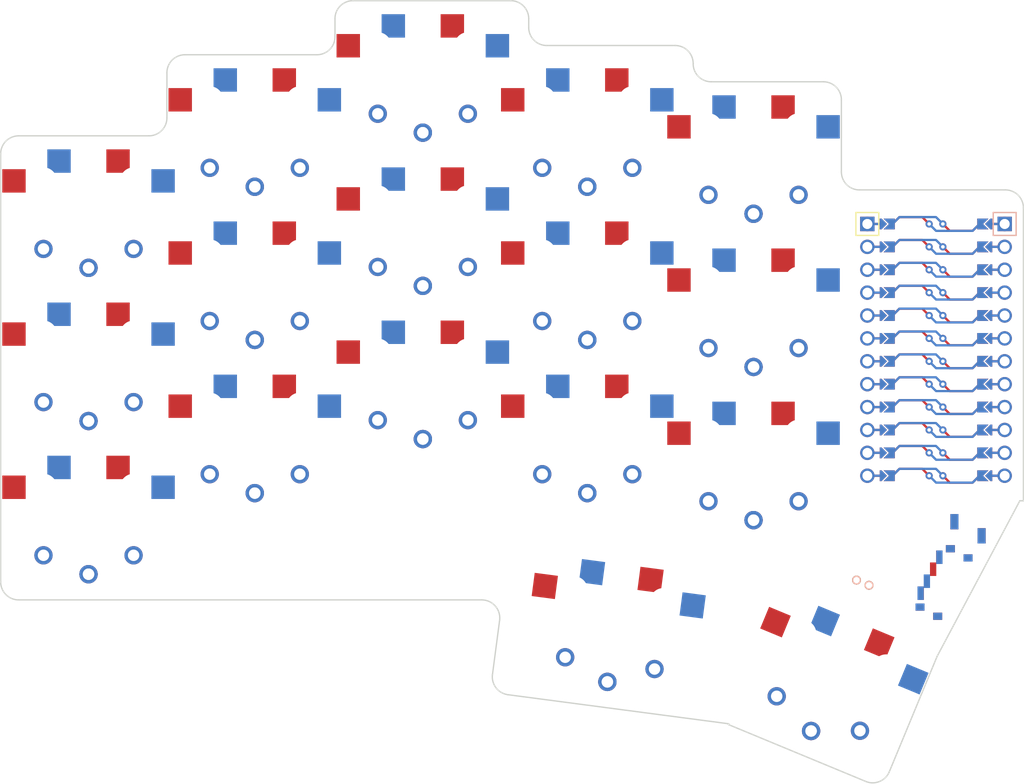
<source format=kicad_pcb>

            
(kicad_pcb (version 20171130) (host pcbnew 5.1.6)

  (page A3)
  (title_block
    (title lazy_ferris)
    (rev v1.0.0)
    (company Unknown)
  )

  (general
    (thickness 1.6)
  )

  (layers
    (0 F.Cu signal)
    (31 B.Cu signal)
    (32 B.Adhes user)
    (33 F.Adhes user)
    (34 B.Paste user)
    (35 F.Paste user)
    (36 B.SilkS user)
    (37 F.SilkS user)
    (38 B.Mask user)
    (39 F.Mask user)
    (40 Dwgs.User user)
    (41 Cmts.User user)
    (42 Eco1.User user)
    (43 Eco2.User user)
    (44 Edge.Cuts user)
    (45 Margin user)
    (46 B.CrtYd user)
    (47 F.CrtYd user)
    (48 B.Fab user)
    (49 F.Fab user)
  )

  (setup
    (last_trace_width 0.25)
    (trace_clearance 0.2)
    (zone_clearance 0.508)
    (zone_45_only no)
    (trace_min 0.2)
    (via_size 0.8)
    (via_drill 0.4)
    (via_min_size 0.4)
    (via_min_drill 0.3)
    (uvia_size 0.3)
    (uvia_drill 0.1)
    (uvias_allowed no)
    (uvia_min_size 0.2)
    (uvia_min_drill 0.1)
    (edge_width 0.05)
    (segment_width 0.2)
    (pcb_text_width 0.3)
    (pcb_text_size 1.5 1.5)
    (mod_edge_width 0.12)
    (mod_text_size 1 1)
    (mod_text_width 0.15)
    (pad_size 1.524 1.524)
    (pad_drill 0.762)
    (pad_to_mask_clearance 0.05)
    (aux_axis_origin 0 0)
    (visible_elements FFFFFF7F)
    (pcbplotparams
      (layerselection 0x010fc_ffffffff)
      (usegerberextensions false)
      (usegerberattributes true)
      (usegerberadvancedattributes true)
      (creategerberjobfile true)
      (excludeedgelayer true)
      (linewidth 0.100000)
      (plotframeref false)
      (viasonmask false)
      (mode 1)
      (useauxorigin false)
      (hpglpennumber 1)
      (hpglpenspeed 20)
      (hpglpendiameter 15.000000)
      (psnegative false)
      (psa4output false)
      (plotreference true)
      (plotvalue true)
      (plotinvisibletext false)
      (padsonsilk false)
      (subtractmaskfromsilk false)
      (outputformat 1)
      (mirror false)
      (drillshape 1)
      (scaleselection 1)
      (outputdirectory ""))
  )

            (net 0 "")
(net 1 "P8")
(net 2 "GND")
(net 3 "P5")
(net 4 "P2")
(net 5 "P14")
(net 6 "P18")
(net 7 "P20")
(net 8 "P7")
(net 9 "P4")
(net 10 "P0")
(net 11 "P15")
(net 12 "P19")
(net 13 "P21")
(net 14 "P6")
(net 15 "P3")
(net 16 "P1")
(net 17 "P9")
(net 18 "P10")
(net 19 "RAW")
(net 20 "RST")
(net 21 "VCC")
(net 22 "P16")
(net 23 "pos")
            
  (net_class Default "This is the default net class."
    (clearance 0.2)
    (trace_width 0.25)
    (via_dia 0.8)
    (via_drill 0.4)
    (uvia_dia 0.3)
    (uvia_drill 0.1)
    (add_net "")
(add_net "P8")
(add_net "GND")
(add_net "P5")
(add_net "P2")
(add_net "P14")
(add_net "P18")
(add_net "P20")
(add_net "P7")
(add_net "P4")
(add_net "P0")
(add_net "P15")
(add_net "P19")
(add_net "P21")
(add_net "P6")
(add_net "P3")
(add_net "P1")
(add_net "P9")
(add_net "P10")
(add_net "RAW")
(add_net "RST")
(add_net "VCC")
(add_net "P16")
(add_net "pos")
  )

            
        
      (module PG1350 (layer F.Cu) (tedit 5DD50112)
      (at 18.45 0 0)

      
      (fp_text reference "S1" (at 0 0) (layer F.SilkS) hide (effects (font (size 1.27 1.27) (thickness 0.15))))
      (fp_text value "" (at 0 0) (layer F.SilkS) hide (effects (font (size 1.27 1.27) (thickness 0.15))))

      
      (fp_line (start -7 -6) (end -7 -7) (layer Dwgs.User) (width 0.15))
      (fp_line (start -7 7) (end -6 7) (layer Dwgs.User) (width 0.15))
      (fp_line (start -6 -7) (end -7 -7) (layer Dwgs.User) (width 0.15))
      (fp_line (start -7 7) (end -7 6) (layer Dwgs.User) (width 0.15))
      (fp_line (start 7 6) (end 7 7) (layer Dwgs.User) (width 0.15))
      (fp_line (start 7 -7) (end 6 -7) (layer Dwgs.User) (width 0.15))
      (fp_line (start 6 7) (end 7 7) (layer Dwgs.User) (width 0.15))
      (fp_line (start 7 -7) (end 7 -6) (layer Dwgs.User) (width 0.15))      
      
      
      (pad "" np_thru_hole circle (at 0 0) (size 3.429 3.429) (drill 3.429) (layers *.Cu *.Mask))
        
      
      (pad "" np_thru_hole circle (at 5.5 0) (size 1.7018 1.7018) (drill 1.7018) (layers *.Cu *.Mask))
      (pad "" np_thru_hole circle (at -5.5 0) (size 1.7018 1.7018) (drill 1.7018) (layers *.Cu *.Mask))
      
        
      
      (fp_line (start -9 -8.5) (end 9 -8.5) (layer Dwgs.User) (width 0.15))
      (fp_line (start 9 -8.5) (end 9 8.5) (layer Dwgs.User) (width 0.15))
      (fp_line (start 9 8.5) (end -9 8.5) (layer Dwgs.User) (width 0.15))
      (fp_line (start -9 8.5) (end -9 -8.5) (layer Dwgs.User) (width 0.15))
      
        
          
          (pad "" np_thru_hole circle (at 5 -3.75) (size 3 3) (drill 3) (layers *.Cu *.Mask))
          (pad "" np_thru_hole circle (at 0 -5.95) (size 3 3) (drill 3) (layers *.Cu *.Mask))
      
          
          (pad 1 smd rect (at -3.275 -5.95 0) (size 2.6 2.6) (layers B.Cu B.Paste B.Mask)  (net 1 "P8"))
          (pad 2 smd rect (at 8.275 -3.75 0) (size 2.6 2.6) (layers B.Cu B.Paste B.Mask)  (net 2 "GND"))
        
        
          
          (pad "" np_thru_hole circle (at -5 -3.75) (size 3 3) (drill 3) (layers *.Cu *.Mask))
          (pad "" np_thru_hole circle (at 0 -5.95) (size 3 3) (drill 3) (layers *.Cu *.Mask))
      
          
          (pad 1 smd rect (at 3.275 -5.95 0) (size 2.6 2.6) (layers F.Cu F.Paste F.Mask)  (net 1 "P8"))
          (pad 2 smd rect (at -8.275 -3.75 0) (size 2.6 2.6) (layers F.Cu F.Paste F.Mask)  (net 2 "GND"))
        )
        

        
      (module PG1350 (layer F.Cu) (tedit 5DD50112)
      (at 18.45 0 180)

      
      (fp_text reference "S2" (at 0 0) (layer F.SilkS) hide (effects (font (size 1.27 1.27) (thickness 0.15))))
      (fp_text value "" (at 0 0) (layer F.SilkS) hide (effects (font (size 1.27 1.27) (thickness 0.15))))

      
      (fp_line (start -7 -6) (end -7 -7) (layer Dwgs.User) (width 0.15))
      (fp_line (start -7 7) (end -6 7) (layer Dwgs.User) (width 0.15))
      (fp_line (start -6 -7) (end -7 -7) (layer Dwgs.User) (width 0.15))
      (fp_line (start -7 7) (end -7 6) (layer Dwgs.User) (width 0.15))
      (fp_line (start 7 6) (end 7 7) (layer Dwgs.User) (width 0.15))
      (fp_line (start 7 -7) (end 6 -7) (layer Dwgs.User) (width 0.15))
      (fp_line (start 6 7) (end 7 7) (layer Dwgs.User) (width 0.15))
      (fp_line (start 7 -7) (end 7 -6) (layer Dwgs.User) (width 0.15))      
      
      
      (pad "" np_thru_hole circle (at 0 0) (size 3.429 3.429) (drill 3.429) (layers *.Cu *.Mask))
        
      
      (pad "" np_thru_hole circle (at 5.5 0) (size 1.7018 1.7018) (drill 1.7018) (layers *.Cu *.Mask))
      (pad "" np_thru_hole circle (at -5.5 0) (size 1.7018 1.7018) (drill 1.7018) (layers *.Cu *.Mask))
      
        
      
      (fp_line (start -9 -8.5) (end 9 -8.5) (layer Dwgs.User) (width 0.15))
      (fp_line (start 9 -8.5) (end 9 8.5) (layer Dwgs.User) (width 0.15))
      (fp_line (start 9 8.5) (end -9 8.5) (layer Dwgs.User) (width 0.15))
      (fp_line (start -9 8.5) (end -9 -8.5) (layer Dwgs.User) (width 0.15))
      
        
            
            (pad 1 thru_hole circle (at 5 -3.8) (size 2.032 2.032) (drill 1.27) (layers *.Cu *.Mask) (net 1 "P8"))
            (pad 2 thru_hole circle (at 0 -5.9) (size 2.032 2.032) (drill 1.27) (layers *.Cu *.Mask) (net 2 "GND"))
          
        
            
            (pad 1 thru_hole circle (at -5 -3.8) (size 2.032 2.032) (drill 1.27) (layers *.Cu *.Mask) (net 1 "P8"))
            (pad 2 thru_hole circle (at -0 -5.9) (size 2.032 2.032) (drill 1.27) (layers *.Cu *.Mask) (net 2 "GND"))
          )
        

        
      (module PG1350 (layer F.Cu) (tedit 5DD50112)
      (at 18.45 -17 0)

      
      (fp_text reference "S3" (at 0 0) (layer F.SilkS) hide (effects (font (size 1.27 1.27) (thickness 0.15))))
      (fp_text value "" (at 0 0) (layer F.SilkS) hide (effects (font (size 1.27 1.27) (thickness 0.15))))

      
      (fp_line (start -7 -6) (end -7 -7) (layer Dwgs.User) (width 0.15))
      (fp_line (start -7 7) (end -6 7) (layer Dwgs.User) (width 0.15))
      (fp_line (start -6 -7) (end -7 -7) (layer Dwgs.User) (width 0.15))
      (fp_line (start -7 7) (end -7 6) (layer Dwgs.User) (width 0.15))
      (fp_line (start 7 6) (end 7 7) (layer Dwgs.User) (width 0.15))
      (fp_line (start 7 -7) (end 6 -7) (layer Dwgs.User) (width 0.15))
      (fp_line (start 6 7) (end 7 7) (layer Dwgs.User) (width 0.15))
      (fp_line (start 7 -7) (end 7 -6) (layer Dwgs.User) (width 0.15))      
      
      
      (pad "" np_thru_hole circle (at 0 0) (size 3.429 3.429) (drill 3.429) (layers *.Cu *.Mask))
        
      
      (pad "" np_thru_hole circle (at 5.5 0) (size 1.7018 1.7018) (drill 1.7018) (layers *.Cu *.Mask))
      (pad "" np_thru_hole circle (at -5.5 0) (size 1.7018 1.7018) (drill 1.7018) (layers *.Cu *.Mask))
      
        
      
      (fp_line (start -9 -8.5) (end 9 -8.5) (layer Dwgs.User) (width 0.15))
      (fp_line (start 9 -8.5) (end 9 8.5) (layer Dwgs.User) (width 0.15))
      (fp_line (start 9 8.5) (end -9 8.5) (layer Dwgs.User) (width 0.15))
      (fp_line (start -9 8.5) (end -9 -8.5) (layer Dwgs.User) (width 0.15))
      
        
          
          (pad "" np_thru_hole circle (at 5 -3.75) (size 3 3) (drill 3) (layers *.Cu *.Mask))
          (pad "" np_thru_hole circle (at 0 -5.95) (size 3 3) (drill 3) (layers *.Cu *.Mask))
      
          
          (pad 1 smd rect (at -3.275 -5.95 0) (size 2.6 2.6) (layers B.Cu B.Paste B.Mask)  (net 3 "P5"))
          (pad 2 smd rect (at 8.275 -3.75 0) (size 2.6 2.6) (layers B.Cu B.Paste B.Mask)  (net 2 "GND"))
        
        
          
          (pad "" np_thru_hole circle (at -5 -3.75) (size 3 3) (drill 3) (layers *.Cu *.Mask))
          (pad "" np_thru_hole circle (at 0 -5.95) (size 3 3) (drill 3) (layers *.Cu *.Mask))
      
          
          (pad 1 smd rect (at 3.275 -5.95 0) (size 2.6 2.6) (layers F.Cu F.Paste F.Mask)  (net 3 "P5"))
          (pad 2 smd rect (at -8.275 -3.75 0) (size 2.6 2.6) (layers F.Cu F.Paste F.Mask)  (net 2 "GND"))
        )
        

        
      (module PG1350 (layer F.Cu) (tedit 5DD50112)
      (at 18.45 -17 180)

      
      (fp_text reference "S4" (at 0 0) (layer F.SilkS) hide (effects (font (size 1.27 1.27) (thickness 0.15))))
      (fp_text value "" (at 0 0) (layer F.SilkS) hide (effects (font (size 1.27 1.27) (thickness 0.15))))

      
      (fp_line (start -7 -6) (end -7 -7) (layer Dwgs.User) (width 0.15))
      (fp_line (start -7 7) (end -6 7) (layer Dwgs.User) (width 0.15))
      (fp_line (start -6 -7) (end -7 -7) (layer Dwgs.User) (width 0.15))
      (fp_line (start -7 7) (end -7 6) (layer Dwgs.User) (width 0.15))
      (fp_line (start 7 6) (end 7 7) (layer Dwgs.User) (width 0.15))
      (fp_line (start 7 -7) (end 6 -7) (layer Dwgs.User) (width 0.15))
      (fp_line (start 6 7) (end 7 7) (layer Dwgs.User) (width 0.15))
      (fp_line (start 7 -7) (end 7 -6) (layer Dwgs.User) (width 0.15))      
      
      
      (pad "" np_thru_hole circle (at 0 0) (size 3.429 3.429) (drill 3.429) (layers *.Cu *.Mask))
        
      
      (pad "" np_thru_hole circle (at 5.5 0) (size 1.7018 1.7018) (drill 1.7018) (layers *.Cu *.Mask))
      (pad "" np_thru_hole circle (at -5.5 0) (size 1.7018 1.7018) (drill 1.7018) (layers *.Cu *.Mask))
      
        
      
      (fp_line (start -9 -8.5) (end 9 -8.5) (layer Dwgs.User) (width 0.15))
      (fp_line (start 9 -8.5) (end 9 8.5) (layer Dwgs.User) (width 0.15))
      (fp_line (start 9 8.5) (end -9 8.5) (layer Dwgs.User) (width 0.15))
      (fp_line (start -9 8.5) (end -9 -8.5) (layer Dwgs.User) (width 0.15))
      
        
            
            (pad 1 thru_hole circle (at 5 -3.8) (size 2.032 2.032) (drill 1.27) (layers *.Cu *.Mask) (net 3 "P5"))
            (pad 2 thru_hole circle (at 0 -5.9) (size 2.032 2.032) (drill 1.27) (layers *.Cu *.Mask) (net 2 "GND"))
          
        
            
            (pad 1 thru_hole circle (at -5 -3.8) (size 2.032 2.032) (drill 1.27) (layers *.Cu *.Mask) (net 3 "P5"))
            (pad 2 thru_hole circle (at -0 -5.9) (size 2.032 2.032) (drill 1.27) (layers *.Cu *.Mask) (net 2 "GND"))
          )
        

        
      (module PG1350 (layer F.Cu) (tedit 5DD50112)
      (at 18.45 -34 0)

      
      (fp_text reference "S5" (at 0 0) (layer F.SilkS) hide (effects (font (size 1.27 1.27) (thickness 0.15))))
      (fp_text value "" (at 0 0) (layer F.SilkS) hide (effects (font (size 1.27 1.27) (thickness 0.15))))

      
      (fp_line (start -7 -6) (end -7 -7) (layer Dwgs.User) (width 0.15))
      (fp_line (start -7 7) (end -6 7) (layer Dwgs.User) (width 0.15))
      (fp_line (start -6 -7) (end -7 -7) (layer Dwgs.User) (width 0.15))
      (fp_line (start -7 7) (end -7 6) (layer Dwgs.User) (width 0.15))
      (fp_line (start 7 6) (end 7 7) (layer Dwgs.User) (width 0.15))
      (fp_line (start 7 -7) (end 6 -7) (layer Dwgs.User) (width 0.15))
      (fp_line (start 6 7) (end 7 7) (layer Dwgs.User) (width 0.15))
      (fp_line (start 7 -7) (end 7 -6) (layer Dwgs.User) (width 0.15))      
      
      
      (pad "" np_thru_hole circle (at 0 0) (size 3.429 3.429) (drill 3.429) (layers *.Cu *.Mask))
        
      
      (pad "" np_thru_hole circle (at 5.5 0) (size 1.7018 1.7018) (drill 1.7018) (layers *.Cu *.Mask))
      (pad "" np_thru_hole circle (at -5.5 0) (size 1.7018 1.7018) (drill 1.7018) (layers *.Cu *.Mask))
      
        
      
      (fp_line (start -9 -8.5) (end 9 -8.5) (layer Dwgs.User) (width 0.15))
      (fp_line (start 9 -8.5) (end 9 8.5) (layer Dwgs.User) (width 0.15))
      (fp_line (start 9 8.5) (end -9 8.5) (layer Dwgs.User) (width 0.15))
      (fp_line (start -9 8.5) (end -9 -8.5) (layer Dwgs.User) (width 0.15))
      
        
          
          (pad "" np_thru_hole circle (at 5 -3.75) (size 3 3) (drill 3) (layers *.Cu *.Mask))
          (pad "" np_thru_hole circle (at 0 -5.95) (size 3 3) (drill 3) (layers *.Cu *.Mask))
      
          
          (pad 1 smd rect (at -3.275 -5.95 0) (size 2.6 2.6) (layers B.Cu B.Paste B.Mask)  (net 4 "P2"))
          (pad 2 smd rect (at 8.275 -3.75 0) (size 2.6 2.6) (layers B.Cu B.Paste B.Mask)  (net 2 "GND"))
        
        
          
          (pad "" np_thru_hole circle (at -5 -3.75) (size 3 3) (drill 3) (layers *.Cu *.Mask))
          (pad "" np_thru_hole circle (at 0 -5.95) (size 3 3) (drill 3) (layers *.Cu *.Mask))
      
          
          (pad 1 smd rect (at 3.275 -5.95 0) (size 2.6 2.6) (layers F.Cu F.Paste F.Mask)  (net 4 "P2"))
          (pad 2 smd rect (at -8.275 -3.75 0) (size 2.6 2.6) (layers F.Cu F.Paste F.Mask)  (net 2 "GND"))
        )
        

        
      (module PG1350 (layer F.Cu) (tedit 5DD50112)
      (at 18.45 -34 180)

      
      (fp_text reference "S6" (at 0 0) (layer F.SilkS) hide (effects (font (size 1.27 1.27) (thickness 0.15))))
      (fp_text value "" (at 0 0) (layer F.SilkS) hide (effects (font (size 1.27 1.27) (thickness 0.15))))

      
      (fp_line (start -7 -6) (end -7 -7) (layer Dwgs.User) (width 0.15))
      (fp_line (start -7 7) (end -6 7) (layer Dwgs.User) (width 0.15))
      (fp_line (start -6 -7) (end -7 -7) (layer Dwgs.User) (width 0.15))
      (fp_line (start -7 7) (end -7 6) (layer Dwgs.User) (width 0.15))
      (fp_line (start 7 6) (end 7 7) (layer Dwgs.User) (width 0.15))
      (fp_line (start 7 -7) (end 6 -7) (layer Dwgs.User) (width 0.15))
      (fp_line (start 6 7) (end 7 7) (layer Dwgs.User) (width 0.15))
      (fp_line (start 7 -7) (end 7 -6) (layer Dwgs.User) (width 0.15))      
      
      
      (pad "" np_thru_hole circle (at 0 0) (size 3.429 3.429) (drill 3.429) (layers *.Cu *.Mask))
        
      
      (pad "" np_thru_hole circle (at 5.5 0) (size 1.7018 1.7018) (drill 1.7018) (layers *.Cu *.Mask))
      (pad "" np_thru_hole circle (at -5.5 0) (size 1.7018 1.7018) (drill 1.7018) (layers *.Cu *.Mask))
      
        
      
      (fp_line (start -9 -8.5) (end 9 -8.5) (layer Dwgs.User) (width 0.15))
      (fp_line (start 9 -8.5) (end 9 8.5) (layer Dwgs.User) (width 0.15))
      (fp_line (start 9 8.5) (end -9 8.5) (layer Dwgs.User) (width 0.15))
      (fp_line (start -9 8.5) (end -9 -8.5) (layer Dwgs.User) (width 0.15))
      
        
            
            (pad 1 thru_hole circle (at 5 -3.8) (size 2.032 2.032) (drill 1.27) (layers *.Cu *.Mask) (net 4 "P2"))
            (pad 2 thru_hole circle (at 0 -5.9) (size 2.032 2.032) (drill 1.27) (layers *.Cu *.Mask) (net 2 "GND"))
          
        
            
            (pad 1 thru_hole circle (at -5 -3.8) (size 2.032 2.032) (drill 1.27) (layers *.Cu *.Mask) (net 4 "P2"))
            (pad 2 thru_hole circle (at -0 -5.9) (size 2.032 2.032) (drill 1.27) (layers *.Cu *.Mask) (net 2 "GND"))
          )
        

        
      (module PG1350 (layer F.Cu) (tedit 5DD50112)
      (at 36.9 -9 0)

      
      (fp_text reference "S7" (at 0 0) (layer F.SilkS) hide (effects (font (size 1.27 1.27) (thickness 0.15))))
      (fp_text value "" (at 0 0) (layer F.SilkS) hide (effects (font (size 1.27 1.27) (thickness 0.15))))

      
      (fp_line (start -7 -6) (end -7 -7) (layer Dwgs.User) (width 0.15))
      (fp_line (start -7 7) (end -6 7) (layer Dwgs.User) (width 0.15))
      (fp_line (start -6 -7) (end -7 -7) (layer Dwgs.User) (width 0.15))
      (fp_line (start -7 7) (end -7 6) (layer Dwgs.User) (width 0.15))
      (fp_line (start 7 6) (end 7 7) (layer Dwgs.User) (width 0.15))
      (fp_line (start 7 -7) (end 6 -7) (layer Dwgs.User) (width 0.15))
      (fp_line (start 6 7) (end 7 7) (layer Dwgs.User) (width 0.15))
      (fp_line (start 7 -7) (end 7 -6) (layer Dwgs.User) (width 0.15))      
      
      
      (pad "" np_thru_hole circle (at 0 0) (size 3.429 3.429) (drill 3.429) (layers *.Cu *.Mask))
        
      
      (pad "" np_thru_hole circle (at 5.5 0) (size 1.7018 1.7018) (drill 1.7018) (layers *.Cu *.Mask))
      (pad "" np_thru_hole circle (at -5.5 0) (size 1.7018 1.7018) (drill 1.7018) (layers *.Cu *.Mask))
      
        
      
      (fp_line (start -9 -8.5) (end 9 -8.5) (layer Dwgs.User) (width 0.15))
      (fp_line (start 9 -8.5) (end 9 8.5) (layer Dwgs.User) (width 0.15))
      (fp_line (start 9 8.5) (end -9 8.5) (layer Dwgs.User) (width 0.15))
      (fp_line (start -9 8.5) (end -9 -8.5) (layer Dwgs.User) (width 0.15))
      
        
          
          (pad "" np_thru_hole circle (at 5 -3.75) (size 3 3) (drill 3) (layers *.Cu *.Mask))
          (pad "" np_thru_hole circle (at 0 -5.95) (size 3 3) (drill 3) (layers *.Cu *.Mask))
      
          
          (pad 1 smd rect (at -3.275 -5.95 0) (size 2.6 2.6) (layers B.Cu B.Paste B.Mask)  (net 5 "P14"))
          (pad 2 smd rect (at 8.275 -3.75 0) (size 2.6 2.6) (layers B.Cu B.Paste B.Mask)  (net 2 "GND"))
        
        
          
          (pad "" np_thru_hole circle (at -5 -3.75) (size 3 3) (drill 3) (layers *.Cu *.Mask))
          (pad "" np_thru_hole circle (at 0 -5.95) (size 3 3) (drill 3) (layers *.Cu *.Mask))
      
          
          (pad 1 smd rect (at 3.275 -5.95 0) (size 2.6 2.6) (layers F.Cu F.Paste F.Mask)  (net 5 "P14"))
          (pad 2 smd rect (at -8.275 -3.75 0) (size 2.6 2.6) (layers F.Cu F.Paste F.Mask)  (net 2 "GND"))
        )
        

        
      (module PG1350 (layer F.Cu) (tedit 5DD50112)
      (at 36.9 -9 180)

      
      (fp_text reference "S8" (at 0 0) (layer F.SilkS) hide (effects (font (size 1.27 1.27) (thickness 0.15))))
      (fp_text value "" (at 0 0) (layer F.SilkS) hide (effects (font (size 1.27 1.27) (thickness 0.15))))

      
      (fp_line (start -7 -6) (end -7 -7) (layer Dwgs.User) (width 0.15))
      (fp_line (start -7 7) (end -6 7) (layer Dwgs.User) (width 0.15))
      (fp_line (start -6 -7) (end -7 -7) (layer Dwgs.User) (width 0.15))
      (fp_line (start -7 7) (end -7 6) (layer Dwgs.User) (width 0.15))
      (fp_line (start 7 6) (end 7 7) (layer Dwgs.User) (width 0.15))
      (fp_line (start 7 -7) (end 6 -7) (layer Dwgs.User) (width 0.15))
      (fp_line (start 6 7) (end 7 7) (layer Dwgs.User) (width 0.15))
      (fp_line (start 7 -7) (end 7 -6) (layer Dwgs.User) (width 0.15))      
      
      
      (pad "" np_thru_hole circle (at 0 0) (size 3.429 3.429) (drill 3.429) (layers *.Cu *.Mask))
        
      
      (pad "" np_thru_hole circle (at 5.5 0) (size 1.7018 1.7018) (drill 1.7018) (layers *.Cu *.Mask))
      (pad "" np_thru_hole circle (at -5.5 0) (size 1.7018 1.7018) (drill 1.7018) (layers *.Cu *.Mask))
      
        
      
      (fp_line (start -9 -8.5) (end 9 -8.5) (layer Dwgs.User) (width 0.15))
      (fp_line (start 9 -8.5) (end 9 8.5) (layer Dwgs.User) (width 0.15))
      (fp_line (start 9 8.5) (end -9 8.5) (layer Dwgs.User) (width 0.15))
      (fp_line (start -9 8.5) (end -9 -8.5) (layer Dwgs.User) (width 0.15))
      
        
            
            (pad 1 thru_hole circle (at 5 -3.8) (size 2.032 2.032) (drill 1.27) (layers *.Cu *.Mask) (net 5 "P14"))
            (pad 2 thru_hole circle (at 0 -5.9) (size 2.032 2.032) (drill 1.27) (layers *.Cu *.Mask) (net 2 "GND"))
          
        
            
            (pad 1 thru_hole circle (at -5 -3.8) (size 2.032 2.032) (drill 1.27) (layers *.Cu *.Mask) (net 5 "P14"))
            (pad 2 thru_hole circle (at -0 -5.9) (size 2.032 2.032) (drill 1.27) (layers *.Cu *.Mask) (net 2 "GND"))
          )
        

        
      (module PG1350 (layer F.Cu) (tedit 5DD50112)
      (at 36.9 -26 0)

      
      (fp_text reference "S9" (at 0 0) (layer F.SilkS) hide (effects (font (size 1.27 1.27) (thickness 0.15))))
      (fp_text value "" (at 0 0) (layer F.SilkS) hide (effects (font (size 1.27 1.27) (thickness 0.15))))

      
      (fp_line (start -7 -6) (end -7 -7) (layer Dwgs.User) (width 0.15))
      (fp_line (start -7 7) (end -6 7) (layer Dwgs.User) (width 0.15))
      (fp_line (start -6 -7) (end -7 -7) (layer Dwgs.User) (width 0.15))
      (fp_line (start -7 7) (end -7 6) (layer Dwgs.User) (width 0.15))
      (fp_line (start 7 6) (end 7 7) (layer Dwgs.User) (width 0.15))
      (fp_line (start 7 -7) (end 6 -7) (layer Dwgs.User) (width 0.15))
      (fp_line (start 6 7) (end 7 7) (layer Dwgs.User) (width 0.15))
      (fp_line (start 7 -7) (end 7 -6) (layer Dwgs.User) (width 0.15))      
      
      
      (pad "" np_thru_hole circle (at 0 0) (size 3.429 3.429) (drill 3.429) (layers *.Cu *.Mask))
        
      
      (pad "" np_thru_hole circle (at 5.5 0) (size 1.7018 1.7018) (drill 1.7018) (layers *.Cu *.Mask))
      (pad "" np_thru_hole circle (at -5.5 0) (size 1.7018 1.7018) (drill 1.7018) (layers *.Cu *.Mask))
      
        
      
      (fp_line (start -9 -8.5) (end 9 -8.5) (layer Dwgs.User) (width 0.15))
      (fp_line (start 9 -8.5) (end 9 8.5) (layer Dwgs.User) (width 0.15))
      (fp_line (start 9 8.5) (end -9 8.5) (layer Dwgs.User) (width 0.15))
      (fp_line (start -9 8.5) (end -9 -8.5) (layer Dwgs.User) (width 0.15))
      
        
          
          (pad "" np_thru_hole circle (at 5 -3.75) (size 3 3) (drill 3) (layers *.Cu *.Mask))
          (pad "" np_thru_hole circle (at 0 -5.95) (size 3 3) (drill 3) (layers *.Cu *.Mask))
      
          
          (pad 1 smd rect (at -3.275 -5.95 0) (size 2.6 2.6) (layers B.Cu B.Paste B.Mask)  (net 6 "P18"))
          (pad 2 smd rect (at 8.275 -3.75 0) (size 2.6 2.6) (layers B.Cu B.Paste B.Mask)  (net 2 "GND"))
        
        
          
          (pad "" np_thru_hole circle (at -5 -3.75) (size 3 3) (drill 3) (layers *.Cu *.Mask))
          (pad "" np_thru_hole circle (at 0 -5.95) (size 3 3) (drill 3) (layers *.Cu *.Mask))
      
          
          (pad 1 smd rect (at 3.275 -5.95 0) (size 2.6 2.6) (layers F.Cu F.Paste F.Mask)  (net 6 "P18"))
          (pad 2 smd rect (at -8.275 -3.75 0) (size 2.6 2.6) (layers F.Cu F.Paste F.Mask)  (net 2 "GND"))
        )
        

        
      (module PG1350 (layer F.Cu) (tedit 5DD50112)
      (at 36.9 -26 180)

      
      (fp_text reference "S10" (at 0 0) (layer F.SilkS) hide (effects (font (size 1.27 1.27) (thickness 0.15))))
      (fp_text value "" (at 0 0) (layer F.SilkS) hide (effects (font (size 1.27 1.27) (thickness 0.15))))

      
      (fp_line (start -7 -6) (end -7 -7) (layer Dwgs.User) (width 0.15))
      (fp_line (start -7 7) (end -6 7) (layer Dwgs.User) (width 0.15))
      (fp_line (start -6 -7) (end -7 -7) (layer Dwgs.User) (width 0.15))
      (fp_line (start -7 7) (end -7 6) (layer Dwgs.User) (width 0.15))
      (fp_line (start 7 6) (end 7 7) (layer Dwgs.User) (width 0.15))
      (fp_line (start 7 -7) (end 6 -7) (layer Dwgs.User) (width 0.15))
      (fp_line (start 6 7) (end 7 7) (layer Dwgs.User) (width 0.15))
      (fp_line (start 7 -7) (end 7 -6) (layer Dwgs.User) (width 0.15))      
      
      
      (pad "" np_thru_hole circle (at 0 0) (size 3.429 3.429) (drill 3.429) (layers *.Cu *.Mask))
        
      
      (pad "" np_thru_hole circle (at 5.5 0) (size 1.7018 1.7018) (drill 1.7018) (layers *.Cu *.Mask))
      (pad "" np_thru_hole circle (at -5.5 0) (size 1.7018 1.7018) (drill 1.7018) (layers *.Cu *.Mask))
      
        
      
      (fp_line (start -9 -8.5) (end 9 -8.5) (layer Dwgs.User) (width 0.15))
      (fp_line (start 9 -8.5) (end 9 8.5) (layer Dwgs.User) (width 0.15))
      (fp_line (start 9 8.5) (end -9 8.5) (layer Dwgs.User) (width 0.15))
      (fp_line (start -9 8.5) (end -9 -8.5) (layer Dwgs.User) (width 0.15))
      
        
            
            (pad 1 thru_hole circle (at 5 -3.8) (size 2.032 2.032) (drill 1.27) (layers *.Cu *.Mask) (net 6 "P18"))
            (pad 2 thru_hole circle (at 0 -5.9) (size 2.032 2.032) (drill 1.27) (layers *.Cu *.Mask) (net 2 "GND"))
          
        
            
            (pad 1 thru_hole circle (at -5 -3.8) (size 2.032 2.032) (drill 1.27) (layers *.Cu *.Mask) (net 6 "P18"))
            (pad 2 thru_hole circle (at -0 -5.9) (size 2.032 2.032) (drill 1.27) (layers *.Cu *.Mask) (net 2 "GND"))
          )
        

        
      (module PG1350 (layer F.Cu) (tedit 5DD50112)
      (at 36.9 -43 0)

      
      (fp_text reference "S11" (at 0 0) (layer F.SilkS) hide (effects (font (size 1.27 1.27) (thickness 0.15))))
      (fp_text value "" (at 0 0) (layer F.SilkS) hide (effects (font (size 1.27 1.27) (thickness 0.15))))

      
      (fp_line (start -7 -6) (end -7 -7) (layer Dwgs.User) (width 0.15))
      (fp_line (start -7 7) (end -6 7) (layer Dwgs.User) (width 0.15))
      (fp_line (start -6 -7) (end -7 -7) (layer Dwgs.User) (width 0.15))
      (fp_line (start -7 7) (end -7 6) (layer Dwgs.User) (width 0.15))
      (fp_line (start 7 6) (end 7 7) (layer Dwgs.User) (width 0.15))
      (fp_line (start 7 -7) (end 6 -7) (layer Dwgs.User) (width 0.15))
      (fp_line (start 6 7) (end 7 7) (layer Dwgs.User) (width 0.15))
      (fp_line (start 7 -7) (end 7 -6) (layer Dwgs.User) (width 0.15))      
      
      
      (pad "" np_thru_hole circle (at 0 0) (size 3.429 3.429) (drill 3.429) (layers *.Cu *.Mask))
        
      
      (pad "" np_thru_hole circle (at 5.5 0) (size 1.7018 1.7018) (drill 1.7018) (layers *.Cu *.Mask))
      (pad "" np_thru_hole circle (at -5.5 0) (size 1.7018 1.7018) (drill 1.7018) (layers *.Cu *.Mask))
      
        
      
      (fp_line (start -9 -8.5) (end 9 -8.5) (layer Dwgs.User) (width 0.15))
      (fp_line (start 9 -8.5) (end 9 8.5) (layer Dwgs.User) (width 0.15))
      (fp_line (start 9 8.5) (end -9 8.5) (layer Dwgs.User) (width 0.15))
      (fp_line (start -9 8.5) (end -9 -8.5) (layer Dwgs.User) (width 0.15))
      
        
          
          (pad "" np_thru_hole circle (at 5 -3.75) (size 3 3) (drill 3) (layers *.Cu *.Mask))
          (pad "" np_thru_hole circle (at 0 -5.95) (size 3 3) (drill 3) (layers *.Cu *.Mask))
      
          
          (pad 1 smd rect (at -3.275 -5.95 0) (size 2.6 2.6) (layers B.Cu B.Paste B.Mask)  (net 7 "P20"))
          (pad 2 smd rect (at 8.275 -3.75 0) (size 2.6 2.6) (layers B.Cu B.Paste B.Mask)  (net 2 "GND"))
        
        
          
          (pad "" np_thru_hole circle (at -5 -3.75) (size 3 3) (drill 3) (layers *.Cu *.Mask))
          (pad "" np_thru_hole circle (at 0 -5.95) (size 3 3) (drill 3) (layers *.Cu *.Mask))
      
          
          (pad 1 smd rect (at 3.275 -5.95 0) (size 2.6 2.6) (layers F.Cu F.Paste F.Mask)  (net 7 "P20"))
          (pad 2 smd rect (at -8.275 -3.75 0) (size 2.6 2.6) (layers F.Cu F.Paste F.Mask)  (net 2 "GND"))
        )
        

        
      (module PG1350 (layer F.Cu) (tedit 5DD50112)
      (at 36.9 -43 180)

      
      (fp_text reference "S12" (at 0 0) (layer F.SilkS) hide (effects (font (size 1.27 1.27) (thickness 0.15))))
      (fp_text value "" (at 0 0) (layer F.SilkS) hide (effects (font (size 1.27 1.27) (thickness 0.15))))

      
      (fp_line (start -7 -6) (end -7 -7) (layer Dwgs.User) (width 0.15))
      (fp_line (start -7 7) (end -6 7) (layer Dwgs.User) (width 0.15))
      (fp_line (start -6 -7) (end -7 -7) (layer Dwgs.User) (width 0.15))
      (fp_line (start -7 7) (end -7 6) (layer Dwgs.User) (width 0.15))
      (fp_line (start 7 6) (end 7 7) (layer Dwgs.User) (width 0.15))
      (fp_line (start 7 -7) (end 6 -7) (layer Dwgs.User) (width 0.15))
      (fp_line (start 6 7) (end 7 7) (layer Dwgs.User) (width 0.15))
      (fp_line (start 7 -7) (end 7 -6) (layer Dwgs.User) (width 0.15))      
      
      
      (pad "" np_thru_hole circle (at 0 0) (size 3.429 3.429) (drill 3.429) (layers *.Cu *.Mask))
        
      
      (pad "" np_thru_hole circle (at 5.5 0) (size 1.7018 1.7018) (drill 1.7018) (layers *.Cu *.Mask))
      (pad "" np_thru_hole circle (at -5.5 0) (size 1.7018 1.7018) (drill 1.7018) (layers *.Cu *.Mask))
      
        
      
      (fp_line (start -9 -8.5) (end 9 -8.5) (layer Dwgs.User) (width 0.15))
      (fp_line (start 9 -8.5) (end 9 8.5) (layer Dwgs.User) (width 0.15))
      (fp_line (start 9 8.5) (end -9 8.5) (layer Dwgs.User) (width 0.15))
      (fp_line (start -9 8.5) (end -9 -8.5) (layer Dwgs.User) (width 0.15))
      
        
            
            (pad 1 thru_hole circle (at 5 -3.8) (size 2.032 2.032) (drill 1.27) (layers *.Cu *.Mask) (net 7 "P20"))
            (pad 2 thru_hole circle (at 0 -5.9) (size 2.032 2.032) (drill 1.27) (layers *.Cu *.Mask) (net 2 "GND"))
          
        
            
            (pad 1 thru_hole circle (at -5 -3.8) (size 2.032 2.032) (drill 1.27) (layers *.Cu *.Mask) (net 7 "P20"))
            (pad 2 thru_hole circle (at -0 -5.9) (size 2.032 2.032) (drill 1.27) (layers *.Cu *.Mask) (net 2 "GND"))
          )
        

        
      (module PG1350 (layer F.Cu) (tedit 5DD50112)
      (at 55.550000000000004 -15 0)

      
      (fp_text reference "S13" (at 0 0) (layer F.SilkS) hide (effects (font (size 1.27 1.27) (thickness 0.15))))
      (fp_text value "" (at 0 0) (layer F.SilkS) hide (effects (font (size 1.27 1.27) (thickness 0.15))))

      
      (fp_line (start -7 -6) (end -7 -7) (layer Dwgs.User) (width 0.15))
      (fp_line (start -7 7) (end -6 7) (layer Dwgs.User) (width 0.15))
      (fp_line (start -6 -7) (end -7 -7) (layer Dwgs.User) (width 0.15))
      (fp_line (start -7 7) (end -7 6) (layer Dwgs.User) (width 0.15))
      (fp_line (start 7 6) (end 7 7) (layer Dwgs.User) (width 0.15))
      (fp_line (start 7 -7) (end 6 -7) (layer Dwgs.User) (width 0.15))
      (fp_line (start 6 7) (end 7 7) (layer Dwgs.User) (width 0.15))
      (fp_line (start 7 -7) (end 7 -6) (layer Dwgs.User) (width 0.15))      
      
      
      (pad "" np_thru_hole circle (at 0 0) (size 3.429 3.429) (drill 3.429) (layers *.Cu *.Mask))
        
      
      (pad "" np_thru_hole circle (at 5.5 0) (size 1.7018 1.7018) (drill 1.7018) (layers *.Cu *.Mask))
      (pad "" np_thru_hole circle (at -5.5 0) (size 1.7018 1.7018) (drill 1.7018) (layers *.Cu *.Mask))
      
        
      
      (fp_line (start -9 -8.5) (end 9 -8.5) (layer Dwgs.User) (width 0.15))
      (fp_line (start 9 -8.5) (end 9 8.5) (layer Dwgs.User) (width 0.15))
      (fp_line (start 9 8.5) (end -9 8.5) (layer Dwgs.User) (width 0.15))
      (fp_line (start -9 8.5) (end -9 -8.5) (layer Dwgs.User) (width 0.15))
      
        
          
          (pad "" np_thru_hole circle (at 5 -3.75) (size 3 3) (drill 3) (layers *.Cu *.Mask))
          (pad "" np_thru_hole circle (at 0 -5.95) (size 3 3) (drill 3) (layers *.Cu *.Mask))
      
          
          (pad 1 smd rect (at -3.275 -5.95 0) (size 2.6 2.6) (layers B.Cu B.Paste B.Mask)  (net 8 "P7"))
          (pad 2 smd rect (at 8.275 -3.75 0) (size 2.6 2.6) (layers B.Cu B.Paste B.Mask)  (net 2 "GND"))
        
        
          
          (pad "" np_thru_hole circle (at -5 -3.75) (size 3 3) (drill 3) (layers *.Cu *.Mask))
          (pad "" np_thru_hole circle (at 0 -5.95) (size 3 3) (drill 3) (layers *.Cu *.Mask))
      
          
          (pad 1 smd rect (at 3.275 -5.95 0) (size 2.6 2.6) (layers F.Cu F.Paste F.Mask)  (net 8 "P7"))
          (pad 2 smd rect (at -8.275 -3.75 0) (size 2.6 2.6) (layers F.Cu F.Paste F.Mask)  (net 2 "GND"))
        )
        

        
      (module PG1350 (layer F.Cu) (tedit 5DD50112)
      (at 55.550000000000004 -15 180)

      
      (fp_text reference "S14" (at 0 0) (layer F.SilkS) hide (effects (font (size 1.27 1.27) (thickness 0.15))))
      (fp_text value "" (at 0 0) (layer F.SilkS) hide (effects (font (size 1.27 1.27) (thickness 0.15))))

      
      (fp_line (start -7 -6) (end -7 -7) (layer Dwgs.User) (width 0.15))
      (fp_line (start -7 7) (end -6 7) (layer Dwgs.User) (width 0.15))
      (fp_line (start -6 -7) (end -7 -7) (layer Dwgs.User) (width 0.15))
      (fp_line (start -7 7) (end -7 6) (layer Dwgs.User) (width 0.15))
      (fp_line (start 7 6) (end 7 7) (layer Dwgs.User) (width 0.15))
      (fp_line (start 7 -7) (end 6 -7) (layer Dwgs.User) (width 0.15))
      (fp_line (start 6 7) (end 7 7) (layer Dwgs.User) (width 0.15))
      (fp_line (start 7 -7) (end 7 -6) (layer Dwgs.User) (width 0.15))      
      
      
      (pad "" np_thru_hole circle (at 0 0) (size 3.429 3.429) (drill 3.429) (layers *.Cu *.Mask))
        
      
      (pad "" np_thru_hole circle (at 5.5 0) (size 1.7018 1.7018) (drill 1.7018) (layers *.Cu *.Mask))
      (pad "" np_thru_hole circle (at -5.5 0) (size 1.7018 1.7018) (drill 1.7018) (layers *.Cu *.Mask))
      
        
      
      (fp_line (start -9 -8.5) (end 9 -8.5) (layer Dwgs.User) (width 0.15))
      (fp_line (start 9 -8.5) (end 9 8.5) (layer Dwgs.User) (width 0.15))
      (fp_line (start 9 8.5) (end -9 8.5) (layer Dwgs.User) (width 0.15))
      (fp_line (start -9 8.5) (end -9 -8.5) (layer Dwgs.User) (width 0.15))
      
        
            
            (pad 1 thru_hole circle (at 5 -3.8) (size 2.032 2.032) (drill 1.27) (layers *.Cu *.Mask) (net 8 "P7"))
            (pad 2 thru_hole circle (at 0 -5.9) (size 2.032 2.032) (drill 1.27) (layers *.Cu *.Mask) (net 2 "GND"))
          
        
            
            (pad 1 thru_hole circle (at -5 -3.8) (size 2.032 2.032) (drill 1.27) (layers *.Cu *.Mask) (net 8 "P7"))
            (pad 2 thru_hole circle (at -0 -5.9) (size 2.032 2.032) (drill 1.27) (layers *.Cu *.Mask) (net 2 "GND"))
          )
        

        
      (module PG1350 (layer F.Cu) (tedit 5DD50112)
      (at 55.550000000000004 -32 0)

      
      (fp_text reference "S15" (at 0 0) (layer F.SilkS) hide (effects (font (size 1.27 1.27) (thickness 0.15))))
      (fp_text value "" (at 0 0) (layer F.SilkS) hide (effects (font (size 1.27 1.27) (thickness 0.15))))

      
      (fp_line (start -7 -6) (end -7 -7) (layer Dwgs.User) (width 0.15))
      (fp_line (start -7 7) (end -6 7) (layer Dwgs.User) (width 0.15))
      (fp_line (start -6 -7) (end -7 -7) (layer Dwgs.User) (width 0.15))
      (fp_line (start -7 7) (end -7 6) (layer Dwgs.User) (width 0.15))
      (fp_line (start 7 6) (end 7 7) (layer Dwgs.User) (width 0.15))
      (fp_line (start 7 -7) (end 6 -7) (layer Dwgs.User) (width 0.15))
      (fp_line (start 6 7) (end 7 7) (layer Dwgs.User) (width 0.15))
      (fp_line (start 7 -7) (end 7 -6) (layer Dwgs.User) (width 0.15))      
      
      
      (pad "" np_thru_hole circle (at 0 0) (size 3.429 3.429) (drill 3.429) (layers *.Cu *.Mask))
        
      
      (pad "" np_thru_hole circle (at 5.5 0) (size 1.7018 1.7018) (drill 1.7018) (layers *.Cu *.Mask))
      (pad "" np_thru_hole circle (at -5.5 0) (size 1.7018 1.7018) (drill 1.7018) (layers *.Cu *.Mask))
      
        
      
      (fp_line (start -9 -8.5) (end 9 -8.5) (layer Dwgs.User) (width 0.15))
      (fp_line (start 9 -8.5) (end 9 8.5) (layer Dwgs.User) (width 0.15))
      (fp_line (start 9 8.5) (end -9 8.5) (layer Dwgs.User) (width 0.15))
      (fp_line (start -9 8.5) (end -9 -8.5) (layer Dwgs.User) (width 0.15))
      
        
          
          (pad "" np_thru_hole circle (at 5 -3.75) (size 3 3) (drill 3) (layers *.Cu *.Mask))
          (pad "" np_thru_hole circle (at 0 -5.95) (size 3 3) (drill 3) (layers *.Cu *.Mask))
      
          
          (pad 1 smd rect (at -3.275 -5.95 0) (size 2.6 2.6) (layers B.Cu B.Paste B.Mask)  (net 9 "P4"))
          (pad 2 smd rect (at 8.275 -3.75 0) (size 2.6 2.6) (layers B.Cu B.Paste B.Mask)  (net 2 "GND"))
        
        
          
          (pad "" np_thru_hole circle (at -5 -3.75) (size 3 3) (drill 3) (layers *.Cu *.Mask))
          (pad "" np_thru_hole circle (at 0 -5.95) (size 3 3) (drill 3) (layers *.Cu *.Mask))
      
          
          (pad 1 smd rect (at 3.275 -5.95 0) (size 2.6 2.6) (layers F.Cu F.Paste F.Mask)  (net 9 "P4"))
          (pad 2 smd rect (at -8.275 -3.75 0) (size 2.6 2.6) (layers F.Cu F.Paste F.Mask)  (net 2 "GND"))
        )
        

        
      (module PG1350 (layer F.Cu) (tedit 5DD50112)
      (at 55.550000000000004 -32 180)

      
      (fp_text reference "S16" (at 0 0) (layer F.SilkS) hide (effects (font (size 1.27 1.27) (thickness 0.15))))
      (fp_text value "" (at 0 0) (layer F.SilkS) hide (effects (font (size 1.27 1.27) (thickness 0.15))))

      
      (fp_line (start -7 -6) (end -7 -7) (layer Dwgs.User) (width 0.15))
      (fp_line (start -7 7) (end -6 7) (layer Dwgs.User) (width 0.15))
      (fp_line (start -6 -7) (end -7 -7) (layer Dwgs.User) (width 0.15))
      (fp_line (start -7 7) (end -7 6) (layer Dwgs.User) (width 0.15))
      (fp_line (start 7 6) (end 7 7) (layer Dwgs.User) (width 0.15))
      (fp_line (start 7 -7) (end 6 -7) (layer Dwgs.User) (width 0.15))
      (fp_line (start 6 7) (end 7 7) (layer Dwgs.User) (width 0.15))
      (fp_line (start 7 -7) (end 7 -6) (layer Dwgs.User) (width 0.15))      
      
      
      (pad "" np_thru_hole circle (at 0 0) (size 3.429 3.429) (drill 3.429) (layers *.Cu *.Mask))
        
      
      (pad "" np_thru_hole circle (at 5.5 0) (size 1.7018 1.7018) (drill 1.7018) (layers *.Cu *.Mask))
      (pad "" np_thru_hole circle (at -5.5 0) (size 1.7018 1.7018) (drill 1.7018) (layers *.Cu *.Mask))
      
        
      
      (fp_line (start -9 -8.5) (end 9 -8.5) (layer Dwgs.User) (width 0.15))
      (fp_line (start 9 -8.5) (end 9 8.5) (layer Dwgs.User) (width 0.15))
      (fp_line (start 9 8.5) (end -9 8.5) (layer Dwgs.User) (width 0.15))
      (fp_line (start -9 8.5) (end -9 -8.5) (layer Dwgs.User) (width 0.15))
      
        
            
            (pad 1 thru_hole circle (at 5 -3.8) (size 2.032 2.032) (drill 1.27) (layers *.Cu *.Mask) (net 9 "P4"))
            (pad 2 thru_hole circle (at 0 -5.9) (size 2.032 2.032) (drill 1.27) (layers *.Cu *.Mask) (net 2 "GND"))
          
        
            
            (pad 1 thru_hole circle (at -5 -3.8) (size 2.032 2.032) (drill 1.27) (layers *.Cu *.Mask) (net 9 "P4"))
            (pad 2 thru_hole circle (at -0 -5.9) (size 2.032 2.032) (drill 1.27) (layers *.Cu *.Mask) (net 2 "GND"))
          )
        

        
      (module PG1350 (layer F.Cu) (tedit 5DD50112)
      (at 55.550000000000004 -49 0)

      
      (fp_text reference "S17" (at 0 0) (layer F.SilkS) hide (effects (font (size 1.27 1.27) (thickness 0.15))))
      (fp_text value "" (at 0 0) (layer F.SilkS) hide (effects (font (size 1.27 1.27) (thickness 0.15))))

      
      (fp_line (start -7 -6) (end -7 -7) (layer Dwgs.User) (width 0.15))
      (fp_line (start -7 7) (end -6 7) (layer Dwgs.User) (width 0.15))
      (fp_line (start -6 -7) (end -7 -7) (layer Dwgs.User) (width 0.15))
      (fp_line (start -7 7) (end -7 6) (layer Dwgs.User) (width 0.15))
      (fp_line (start 7 6) (end 7 7) (layer Dwgs.User) (width 0.15))
      (fp_line (start 7 -7) (end 6 -7) (layer Dwgs.User) (width 0.15))
      (fp_line (start 6 7) (end 7 7) (layer Dwgs.User) (width 0.15))
      (fp_line (start 7 -7) (end 7 -6) (layer Dwgs.User) (width 0.15))      
      
      
      (pad "" np_thru_hole circle (at 0 0) (size 3.429 3.429) (drill 3.429) (layers *.Cu *.Mask))
        
      
      (pad "" np_thru_hole circle (at 5.5 0) (size 1.7018 1.7018) (drill 1.7018) (layers *.Cu *.Mask))
      (pad "" np_thru_hole circle (at -5.5 0) (size 1.7018 1.7018) (drill 1.7018) (layers *.Cu *.Mask))
      
        
      
      (fp_line (start -9 -8.5) (end 9 -8.5) (layer Dwgs.User) (width 0.15))
      (fp_line (start 9 -8.5) (end 9 8.5) (layer Dwgs.User) (width 0.15))
      (fp_line (start 9 8.5) (end -9 8.5) (layer Dwgs.User) (width 0.15))
      (fp_line (start -9 8.5) (end -9 -8.5) (layer Dwgs.User) (width 0.15))
      
        
          
          (pad "" np_thru_hole circle (at 5 -3.75) (size 3 3) (drill 3) (layers *.Cu *.Mask))
          (pad "" np_thru_hole circle (at 0 -5.95) (size 3 3) (drill 3) (layers *.Cu *.Mask))
      
          
          (pad 1 smd rect (at -3.275 -5.95 0) (size 2.6 2.6) (layers B.Cu B.Paste B.Mask)  (net 10 "P0"))
          (pad 2 smd rect (at 8.275 -3.75 0) (size 2.6 2.6) (layers B.Cu B.Paste B.Mask)  (net 2 "GND"))
        
        
          
          (pad "" np_thru_hole circle (at -5 -3.75) (size 3 3) (drill 3) (layers *.Cu *.Mask))
          (pad "" np_thru_hole circle (at 0 -5.95) (size 3 3) (drill 3) (layers *.Cu *.Mask))
      
          
          (pad 1 smd rect (at 3.275 -5.95 0) (size 2.6 2.6) (layers F.Cu F.Paste F.Mask)  (net 10 "P0"))
          (pad 2 smd rect (at -8.275 -3.75 0) (size 2.6 2.6) (layers F.Cu F.Paste F.Mask)  (net 2 "GND"))
        )
        

        
      (module PG1350 (layer F.Cu) (tedit 5DD50112)
      (at 55.550000000000004 -49 180)

      
      (fp_text reference "S18" (at 0 0) (layer F.SilkS) hide (effects (font (size 1.27 1.27) (thickness 0.15))))
      (fp_text value "" (at 0 0) (layer F.SilkS) hide (effects (font (size 1.27 1.27) (thickness 0.15))))

      
      (fp_line (start -7 -6) (end -7 -7) (layer Dwgs.User) (width 0.15))
      (fp_line (start -7 7) (end -6 7) (layer Dwgs.User) (width 0.15))
      (fp_line (start -6 -7) (end -7 -7) (layer Dwgs.User) (width 0.15))
      (fp_line (start -7 7) (end -7 6) (layer Dwgs.User) (width 0.15))
      (fp_line (start 7 6) (end 7 7) (layer Dwgs.User) (width 0.15))
      (fp_line (start 7 -7) (end 6 -7) (layer Dwgs.User) (width 0.15))
      (fp_line (start 6 7) (end 7 7) (layer Dwgs.User) (width 0.15))
      (fp_line (start 7 -7) (end 7 -6) (layer Dwgs.User) (width 0.15))      
      
      
      (pad "" np_thru_hole circle (at 0 0) (size 3.429 3.429) (drill 3.429) (layers *.Cu *.Mask))
        
      
      (pad "" np_thru_hole circle (at 5.5 0) (size 1.7018 1.7018) (drill 1.7018) (layers *.Cu *.Mask))
      (pad "" np_thru_hole circle (at -5.5 0) (size 1.7018 1.7018) (drill 1.7018) (layers *.Cu *.Mask))
      
        
      
      (fp_line (start -9 -8.5) (end 9 -8.5) (layer Dwgs.User) (width 0.15))
      (fp_line (start 9 -8.5) (end 9 8.5) (layer Dwgs.User) (width 0.15))
      (fp_line (start 9 8.5) (end -9 8.5) (layer Dwgs.User) (width 0.15))
      (fp_line (start -9 8.5) (end -9 -8.5) (layer Dwgs.User) (width 0.15))
      
        
            
            (pad 1 thru_hole circle (at 5 -3.8) (size 2.032 2.032) (drill 1.27) (layers *.Cu *.Mask) (net 10 "P0"))
            (pad 2 thru_hole circle (at 0 -5.9) (size 2.032 2.032) (drill 1.27) (layers *.Cu *.Mask) (net 2 "GND"))
          
        
            
            (pad 1 thru_hole circle (at -5 -3.8) (size 2.032 2.032) (drill 1.27) (layers *.Cu *.Mask) (net 10 "P0"))
            (pad 2 thru_hole circle (at -0 -5.9) (size 2.032 2.032) (drill 1.27) (layers *.Cu *.Mask) (net 2 "GND"))
          )
        

        
      (module PG1350 (layer F.Cu) (tedit 5DD50112)
      (at 73.8 -9 0)

      
      (fp_text reference "S19" (at 0 0) (layer F.SilkS) hide (effects (font (size 1.27 1.27) (thickness 0.15))))
      (fp_text value "" (at 0 0) (layer F.SilkS) hide (effects (font (size 1.27 1.27) (thickness 0.15))))

      
      (fp_line (start -7 -6) (end -7 -7) (layer Dwgs.User) (width 0.15))
      (fp_line (start -7 7) (end -6 7) (layer Dwgs.User) (width 0.15))
      (fp_line (start -6 -7) (end -7 -7) (layer Dwgs.User) (width 0.15))
      (fp_line (start -7 7) (end -7 6) (layer Dwgs.User) (width 0.15))
      (fp_line (start 7 6) (end 7 7) (layer Dwgs.User) (width 0.15))
      (fp_line (start 7 -7) (end 6 -7) (layer Dwgs.User) (width 0.15))
      (fp_line (start 6 7) (end 7 7) (layer Dwgs.User) (width 0.15))
      (fp_line (start 7 -7) (end 7 -6) (layer Dwgs.User) (width 0.15))      
      
      
      (pad "" np_thru_hole circle (at 0 0) (size 3.429 3.429) (drill 3.429) (layers *.Cu *.Mask))
        
      
      (pad "" np_thru_hole circle (at 5.5 0) (size 1.7018 1.7018) (drill 1.7018) (layers *.Cu *.Mask))
      (pad "" np_thru_hole circle (at -5.5 0) (size 1.7018 1.7018) (drill 1.7018) (layers *.Cu *.Mask))
      
        
      
      (fp_line (start -9 -8.5) (end 9 -8.5) (layer Dwgs.User) (width 0.15))
      (fp_line (start 9 -8.5) (end 9 8.5) (layer Dwgs.User) (width 0.15))
      (fp_line (start 9 8.5) (end -9 8.5) (layer Dwgs.User) (width 0.15))
      (fp_line (start -9 8.5) (end -9 -8.5) (layer Dwgs.User) (width 0.15))
      
        
          
          (pad "" np_thru_hole circle (at 5 -3.75) (size 3 3) (drill 3) (layers *.Cu *.Mask))
          (pad "" np_thru_hole circle (at 0 -5.95) (size 3 3) (drill 3) (layers *.Cu *.Mask))
      
          
          (pad 1 smd rect (at -3.275 -5.95 0) (size 2.6 2.6) (layers B.Cu B.Paste B.Mask)  (net 11 "P15"))
          (pad 2 smd rect (at 8.275 -3.75 0) (size 2.6 2.6) (layers B.Cu B.Paste B.Mask)  (net 2 "GND"))
        
        
          
          (pad "" np_thru_hole circle (at -5 -3.75) (size 3 3) (drill 3) (layers *.Cu *.Mask))
          (pad "" np_thru_hole circle (at 0 -5.95) (size 3 3) (drill 3) (layers *.Cu *.Mask))
      
          
          (pad 1 smd rect (at 3.275 -5.95 0) (size 2.6 2.6) (layers F.Cu F.Paste F.Mask)  (net 11 "P15"))
          (pad 2 smd rect (at -8.275 -3.75 0) (size 2.6 2.6) (layers F.Cu F.Paste F.Mask)  (net 2 "GND"))
        )
        

        
      (module PG1350 (layer F.Cu) (tedit 5DD50112)
      (at 73.8 -9 180)

      
      (fp_text reference "S20" (at 0 0) (layer F.SilkS) hide (effects (font (size 1.27 1.27) (thickness 0.15))))
      (fp_text value "" (at 0 0) (layer F.SilkS) hide (effects (font (size 1.27 1.27) (thickness 0.15))))

      
      (fp_line (start -7 -6) (end -7 -7) (layer Dwgs.User) (width 0.15))
      (fp_line (start -7 7) (end -6 7) (layer Dwgs.User) (width 0.15))
      (fp_line (start -6 -7) (end -7 -7) (layer Dwgs.User) (width 0.15))
      (fp_line (start -7 7) (end -7 6) (layer Dwgs.User) (width 0.15))
      (fp_line (start 7 6) (end 7 7) (layer Dwgs.User) (width 0.15))
      (fp_line (start 7 -7) (end 6 -7) (layer Dwgs.User) (width 0.15))
      (fp_line (start 6 7) (end 7 7) (layer Dwgs.User) (width 0.15))
      (fp_line (start 7 -7) (end 7 -6) (layer Dwgs.User) (width 0.15))      
      
      
      (pad "" np_thru_hole circle (at 0 0) (size 3.429 3.429) (drill 3.429) (layers *.Cu *.Mask))
        
      
      (pad "" np_thru_hole circle (at 5.5 0) (size 1.7018 1.7018) (drill 1.7018) (layers *.Cu *.Mask))
      (pad "" np_thru_hole circle (at -5.5 0) (size 1.7018 1.7018) (drill 1.7018) (layers *.Cu *.Mask))
      
        
      
      (fp_line (start -9 -8.5) (end 9 -8.5) (layer Dwgs.User) (width 0.15))
      (fp_line (start 9 -8.5) (end 9 8.5) (layer Dwgs.User) (width 0.15))
      (fp_line (start 9 8.5) (end -9 8.5) (layer Dwgs.User) (width 0.15))
      (fp_line (start -9 8.5) (end -9 -8.5) (layer Dwgs.User) (width 0.15))
      
        
            
            (pad 1 thru_hole circle (at 5 -3.8) (size 2.032 2.032) (drill 1.27) (layers *.Cu *.Mask) (net 11 "P15"))
            (pad 2 thru_hole circle (at 0 -5.9) (size 2.032 2.032) (drill 1.27) (layers *.Cu *.Mask) (net 2 "GND"))
          
        
            
            (pad 1 thru_hole circle (at -5 -3.8) (size 2.032 2.032) (drill 1.27) (layers *.Cu *.Mask) (net 11 "P15"))
            (pad 2 thru_hole circle (at -0 -5.9) (size 2.032 2.032) (drill 1.27) (layers *.Cu *.Mask) (net 2 "GND"))
          )
        

        
      (module PG1350 (layer F.Cu) (tedit 5DD50112)
      (at 73.8 -26 0)

      
      (fp_text reference "S21" (at 0 0) (layer F.SilkS) hide (effects (font (size 1.27 1.27) (thickness 0.15))))
      (fp_text value "" (at 0 0) (layer F.SilkS) hide (effects (font (size 1.27 1.27) (thickness 0.15))))

      
      (fp_line (start -7 -6) (end -7 -7) (layer Dwgs.User) (width 0.15))
      (fp_line (start -7 7) (end -6 7) (layer Dwgs.User) (width 0.15))
      (fp_line (start -6 -7) (end -7 -7) (layer Dwgs.User) (width 0.15))
      (fp_line (start -7 7) (end -7 6) (layer Dwgs.User) (width 0.15))
      (fp_line (start 7 6) (end 7 7) (layer Dwgs.User) (width 0.15))
      (fp_line (start 7 -7) (end 6 -7) (layer Dwgs.User) (width 0.15))
      (fp_line (start 6 7) (end 7 7) (layer Dwgs.User) (width 0.15))
      (fp_line (start 7 -7) (end 7 -6) (layer Dwgs.User) (width 0.15))      
      
      
      (pad "" np_thru_hole circle (at 0 0) (size 3.429 3.429) (drill 3.429) (layers *.Cu *.Mask))
        
      
      (pad "" np_thru_hole circle (at 5.5 0) (size 1.7018 1.7018) (drill 1.7018) (layers *.Cu *.Mask))
      (pad "" np_thru_hole circle (at -5.5 0) (size 1.7018 1.7018) (drill 1.7018) (layers *.Cu *.Mask))
      
        
      
      (fp_line (start -9 -8.5) (end 9 -8.5) (layer Dwgs.User) (width 0.15))
      (fp_line (start 9 -8.5) (end 9 8.5) (layer Dwgs.User) (width 0.15))
      (fp_line (start 9 8.5) (end -9 8.5) (layer Dwgs.User) (width 0.15))
      (fp_line (start -9 8.5) (end -9 -8.5) (layer Dwgs.User) (width 0.15))
      
        
          
          (pad "" np_thru_hole circle (at 5 -3.75) (size 3 3) (drill 3) (layers *.Cu *.Mask))
          (pad "" np_thru_hole circle (at 0 -5.95) (size 3 3) (drill 3) (layers *.Cu *.Mask))
      
          
          (pad 1 smd rect (at -3.275 -5.95 0) (size 2.6 2.6) (layers B.Cu B.Paste B.Mask)  (net 12 "P19"))
          (pad 2 smd rect (at 8.275 -3.75 0) (size 2.6 2.6) (layers B.Cu B.Paste B.Mask)  (net 2 "GND"))
        
        
          
          (pad "" np_thru_hole circle (at -5 -3.75) (size 3 3) (drill 3) (layers *.Cu *.Mask))
          (pad "" np_thru_hole circle (at 0 -5.95) (size 3 3) (drill 3) (layers *.Cu *.Mask))
      
          
          (pad 1 smd rect (at 3.275 -5.95 0) (size 2.6 2.6) (layers F.Cu F.Paste F.Mask)  (net 12 "P19"))
          (pad 2 smd rect (at -8.275 -3.75 0) (size 2.6 2.6) (layers F.Cu F.Paste F.Mask)  (net 2 "GND"))
        )
        

        
      (module PG1350 (layer F.Cu) (tedit 5DD50112)
      (at 73.8 -26 180)

      
      (fp_text reference "S22" (at 0 0) (layer F.SilkS) hide (effects (font (size 1.27 1.27) (thickness 0.15))))
      (fp_text value "" (at 0 0) (layer F.SilkS) hide (effects (font (size 1.27 1.27) (thickness 0.15))))

      
      (fp_line (start -7 -6) (end -7 -7) (layer Dwgs.User) (width 0.15))
      (fp_line (start -7 7) (end -6 7) (layer Dwgs.User) (width 0.15))
      (fp_line (start -6 -7) (end -7 -7) (layer Dwgs.User) (width 0.15))
      (fp_line (start -7 7) (end -7 6) (layer Dwgs.User) (width 0.15))
      (fp_line (start 7 6) (end 7 7) (layer Dwgs.User) (width 0.15))
      (fp_line (start 7 -7) (end 6 -7) (layer Dwgs.User) (width 0.15))
      (fp_line (start 6 7) (end 7 7) (layer Dwgs.User) (width 0.15))
      (fp_line (start 7 -7) (end 7 -6) (layer Dwgs.User) (width 0.15))      
      
      
      (pad "" np_thru_hole circle (at 0 0) (size 3.429 3.429) (drill 3.429) (layers *.Cu *.Mask))
        
      
      (pad "" np_thru_hole circle (at 5.5 0) (size 1.7018 1.7018) (drill 1.7018) (layers *.Cu *.Mask))
      (pad "" np_thru_hole circle (at -5.5 0) (size 1.7018 1.7018) (drill 1.7018) (layers *.Cu *.Mask))
      
        
      
      (fp_line (start -9 -8.5) (end 9 -8.5) (layer Dwgs.User) (width 0.15))
      (fp_line (start 9 -8.5) (end 9 8.5) (layer Dwgs.User) (width 0.15))
      (fp_line (start 9 8.5) (end -9 8.5) (layer Dwgs.User) (width 0.15))
      (fp_line (start -9 8.5) (end -9 -8.5) (layer Dwgs.User) (width 0.15))
      
        
            
            (pad 1 thru_hole circle (at 5 -3.8) (size 2.032 2.032) (drill 1.27) (layers *.Cu *.Mask) (net 12 "P19"))
            (pad 2 thru_hole circle (at 0 -5.9) (size 2.032 2.032) (drill 1.27) (layers *.Cu *.Mask) (net 2 "GND"))
          
        
            
            (pad 1 thru_hole circle (at -5 -3.8) (size 2.032 2.032) (drill 1.27) (layers *.Cu *.Mask) (net 12 "P19"))
            (pad 2 thru_hole circle (at -0 -5.9) (size 2.032 2.032) (drill 1.27) (layers *.Cu *.Mask) (net 2 "GND"))
          )
        

        
      (module PG1350 (layer F.Cu) (tedit 5DD50112)
      (at 73.8 -43 0)

      
      (fp_text reference "S23" (at 0 0) (layer F.SilkS) hide (effects (font (size 1.27 1.27) (thickness 0.15))))
      (fp_text value "" (at 0 0) (layer F.SilkS) hide (effects (font (size 1.27 1.27) (thickness 0.15))))

      
      (fp_line (start -7 -6) (end -7 -7) (layer Dwgs.User) (width 0.15))
      (fp_line (start -7 7) (end -6 7) (layer Dwgs.User) (width 0.15))
      (fp_line (start -6 -7) (end -7 -7) (layer Dwgs.User) (width 0.15))
      (fp_line (start -7 7) (end -7 6) (layer Dwgs.User) (width 0.15))
      (fp_line (start 7 6) (end 7 7) (layer Dwgs.User) (width 0.15))
      (fp_line (start 7 -7) (end 6 -7) (layer Dwgs.User) (width 0.15))
      (fp_line (start 6 7) (end 7 7) (layer Dwgs.User) (width 0.15))
      (fp_line (start 7 -7) (end 7 -6) (layer Dwgs.User) (width 0.15))      
      
      
      (pad "" np_thru_hole circle (at 0 0) (size 3.429 3.429) (drill 3.429) (layers *.Cu *.Mask))
        
      
      (pad "" np_thru_hole circle (at 5.5 0) (size 1.7018 1.7018) (drill 1.7018) (layers *.Cu *.Mask))
      (pad "" np_thru_hole circle (at -5.5 0) (size 1.7018 1.7018) (drill 1.7018) (layers *.Cu *.Mask))
      
        
      
      (fp_line (start -9 -8.5) (end 9 -8.5) (layer Dwgs.User) (width 0.15))
      (fp_line (start 9 -8.5) (end 9 8.5) (layer Dwgs.User) (width 0.15))
      (fp_line (start 9 8.5) (end -9 8.5) (layer Dwgs.User) (width 0.15))
      (fp_line (start -9 8.5) (end -9 -8.5) (layer Dwgs.User) (width 0.15))
      
        
          
          (pad "" np_thru_hole circle (at 5 -3.75) (size 3 3) (drill 3) (layers *.Cu *.Mask))
          (pad "" np_thru_hole circle (at 0 -5.95) (size 3 3) (drill 3) (layers *.Cu *.Mask))
      
          
          (pad 1 smd rect (at -3.275 -5.95 0) (size 2.6 2.6) (layers B.Cu B.Paste B.Mask)  (net 13 "P21"))
          (pad 2 smd rect (at 8.275 -3.75 0) (size 2.6 2.6) (layers B.Cu B.Paste B.Mask)  (net 2 "GND"))
        
        
          
          (pad "" np_thru_hole circle (at -5 -3.75) (size 3 3) (drill 3) (layers *.Cu *.Mask))
          (pad "" np_thru_hole circle (at 0 -5.95) (size 3 3) (drill 3) (layers *.Cu *.Mask))
      
          
          (pad 1 smd rect (at 3.275 -5.95 0) (size 2.6 2.6) (layers F.Cu F.Paste F.Mask)  (net 13 "P21"))
          (pad 2 smd rect (at -8.275 -3.75 0) (size 2.6 2.6) (layers F.Cu F.Paste F.Mask)  (net 2 "GND"))
        )
        

        
      (module PG1350 (layer F.Cu) (tedit 5DD50112)
      (at 73.8 -43 180)

      
      (fp_text reference "S24" (at 0 0) (layer F.SilkS) hide (effects (font (size 1.27 1.27) (thickness 0.15))))
      (fp_text value "" (at 0 0) (layer F.SilkS) hide (effects (font (size 1.27 1.27) (thickness 0.15))))

      
      (fp_line (start -7 -6) (end -7 -7) (layer Dwgs.User) (width 0.15))
      (fp_line (start -7 7) (end -6 7) (layer Dwgs.User) (width 0.15))
      (fp_line (start -6 -7) (end -7 -7) (layer Dwgs.User) (width 0.15))
      (fp_line (start -7 7) (end -7 6) (layer Dwgs.User) (width 0.15))
      (fp_line (start 7 6) (end 7 7) (layer Dwgs.User) (width 0.15))
      (fp_line (start 7 -7) (end 6 -7) (layer Dwgs.User) (width 0.15))
      (fp_line (start 6 7) (end 7 7) (layer Dwgs.User) (width 0.15))
      (fp_line (start 7 -7) (end 7 -6) (layer Dwgs.User) (width 0.15))      
      
      
      (pad "" np_thru_hole circle (at 0 0) (size 3.429 3.429) (drill 3.429) (layers *.Cu *.Mask))
        
      
      (pad "" np_thru_hole circle (at 5.5 0) (size 1.7018 1.7018) (drill 1.7018) (layers *.Cu *.Mask))
      (pad "" np_thru_hole circle (at -5.5 0) (size 1.7018 1.7018) (drill 1.7018) (layers *.Cu *.Mask))
      
        
      
      (fp_line (start -9 -8.5) (end 9 -8.5) (layer Dwgs.User) (width 0.15))
      (fp_line (start 9 -8.5) (end 9 8.5) (layer Dwgs.User) (width 0.15))
      (fp_line (start 9 8.5) (end -9 8.5) (layer Dwgs.User) (width 0.15))
      (fp_line (start -9 8.5) (end -9 -8.5) (layer Dwgs.User) (width 0.15))
      
        
            
            (pad 1 thru_hole circle (at 5 -3.8) (size 2.032 2.032) (drill 1.27) (layers *.Cu *.Mask) (net 13 "P21"))
            (pad 2 thru_hole circle (at 0 -5.9) (size 2.032 2.032) (drill 1.27) (layers *.Cu *.Mask) (net 2 "GND"))
          
        
            
            (pad 1 thru_hole circle (at -5 -3.8) (size 2.032 2.032) (drill 1.27) (layers *.Cu *.Mask) (net 13 "P21"))
            (pad 2 thru_hole circle (at -0 -5.9) (size 2.032 2.032) (drill 1.27) (layers *.Cu *.Mask) (net 2 "GND"))
          )
        

        
      (module PG1350 (layer F.Cu) (tedit 5DD50112)
      (at 92.25 -6 0)

      
      (fp_text reference "S25" (at 0 0) (layer F.SilkS) hide (effects (font (size 1.27 1.27) (thickness 0.15))))
      (fp_text value "" (at 0 0) (layer F.SilkS) hide (effects (font (size 1.27 1.27) (thickness 0.15))))

      
      (fp_line (start -7 -6) (end -7 -7) (layer Dwgs.User) (width 0.15))
      (fp_line (start -7 7) (end -6 7) (layer Dwgs.User) (width 0.15))
      (fp_line (start -6 -7) (end -7 -7) (layer Dwgs.User) (width 0.15))
      (fp_line (start -7 7) (end -7 6) (layer Dwgs.User) (width 0.15))
      (fp_line (start 7 6) (end 7 7) (layer Dwgs.User) (width 0.15))
      (fp_line (start 7 -7) (end 6 -7) (layer Dwgs.User) (width 0.15))
      (fp_line (start 6 7) (end 7 7) (layer Dwgs.User) (width 0.15))
      (fp_line (start 7 -7) (end 7 -6) (layer Dwgs.User) (width 0.15))      
      
      
      (pad "" np_thru_hole circle (at 0 0) (size 3.429 3.429) (drill 3.429) (layers *.Cu *.Mask))
        
      
      (pad "" np_thru_hole circle (at 5.5 0) (size 1.7018 1.7018) (drill 1.7018) (layers *.Cu *.Mask))
      (pad "" np_thru_hole circle (at -5.5 0) (size 1.7018 1.7018) (drill 1.7018) (layers *.Cu *.Mask))
      
        
      
      (fp_line (start -9 -8.5) (end 9 -8.5) (layer Dwgs.User) (width 0.15))
      (fp_line (start 9 -8.5) (end 9 8.5) (layer Dwgs.User) (width 0.15))
      (fp_line (start 9 8.5) (end -9 8.5) (layer Dwgs.User) (width 0.15))
      (fp_line (start -9 8.5) (end -9 -8.5) (layer Dwgs.User) (width 0.15))
      
        
          
          (pad "" np_thru_hole circle (at 5 -3.75) (size 3 3) (drill 3) (layers *.Cu *.Mask))
          (pad "" np_thru_hole circle (at 0 -5.95) (size 3 3) (drill 3) (layers *.Cu *.Mask))
      
          
          (pad 1 smd rect (at -3.275 -5.95 0) (size 2.6 2.6) (layers B.Cu B.Paste B.Mask)  (net 14 "P6"))
          (pad 2 smd rect (at 8.275 -3.75 0) (size 2.6 2.6) (layers B.Cu B.Paste B.Mask)  (net 2 "GND"))
        
        
          
          (pad "" np_thru_hole circle (at -5 -3.75) (size 3 3) (drill 3) (layers *.Cu *.Mask))
          (pad "" np_thru_hole circle (at 0 -5.95) (size 3 3) (drill 3) (layers *.Cu *.Mask))
      
          
          (pad 1 smd rect (at 3.275 -5.95 0) (size 2.6 2.6) (layers F.Cu F.Paste F.Mask)  (net 14 "P6"))
          (pad 2 smd rect (at -8.275 -3.75 0) (size 2.6 2.6) (layers F.Cu F.Paste F.Mask)  (net 2 "GND"))
        )
        

        
      (module PG1350 (layer F.Cu) (tedit 5DD50112)
      (at 92.25 -6 180)

      
      (fp_text reference "S26" (at 0 0) (layer F.SilkS) hide (effects (font (size 1.27 1.27) (thickness 0.15))))
      (fp_text value "" (at 0 0) (layer F.SilkS) hide (effects (font (size 1.27 1.27) (thickness 0.15))))

      
      (fp_line (start -7 -6) (end -7 -7) (layer Dwgs.User) (width 0.15))
      (fp_line (start -7 7) (end -6 7) (layer Dwgs.User) (width 0.15))
      (fp_line (start -6 -7) (end -7 -7) (layer Dwgs.User) (width 0.15))
      (fp_line (start -7 7) (end -7 6) (layer Dwgs.User) (width 0.15))
      (fp_line (start 7 6) (end 7 7) (layer Dwgs.User) (width 0.15))
      (fp_line (start 7 -7) (end 6 -7) (layer Dwgs.User) (width 0.15))
      (fp_line (start 6 7) (end 7 7) (layer Dwgs.User) (width 0.15))
      (fp_line (start 7 -7) (end 7 -6) (layer Dwgs.User) (width 0.15))      
      
      
      (pad "" np_thru_hole circle (at 0 0) (size 3.429 3.429) (drill 3.429) (layers *.Cu *.Mask))
        
      
      (pad "" np_thru_hole circle (at 5.5 0) (size 1.7018 1.7018) (drill 1.7018) (layers *.Cu *.Mask))
      (pad "" np_thru_hole circle (at -5.5 0) (size 1.7018 1.7018) (drill 1.7018) (layers *.Cu *.Mask))
      
        
      
      (fp_line (start -9 -8.5) (end 9 -8.5) (layer Dwgs.User) (width 0.15))
      (fp_line (start 9 -8.5) (end 9 8.5) (layer Dwgs.User) (width 0.15))
      (fp_line (start 9 8.5) (end -9 8.5) (layer Dwgs.User) (width 0.15))
      (fp_line (start -9 8.5) (end -9 -8.5) (layer Dwgs.User) (width 0.15))
      
        
            
            (pad 1 thru_hole circle (at 5 -3.8) (size 2.032 2.032) (drill 1.27) (layers *.Cu *.Mask) (net 14 "P6"))
            (pad 2 thru_hole circle (at 0 -5.9) (size 2.032 2.032) (drill 1.27) (layers *.Cu *.Mask) (net 2 "GND"))
          
        
            
            (pad 1 thru_hole circle (at -5 -3.8) (size 2.032 2.032) (drill 1.27) (layers *.Cu *.Mask) (net 14 "P6"))
            (pad 2 thru_hole circle (at -0 -5.9) (size 2.032 2.032) (drill 1.27) (layers *.Cu *.Mask) (net 2 "GND"))
          )
        

        
      (module PG1350 (layer F.Cu) (tedit 5DD50112)
      (at 92.25 -23 0)

      
      (fp_text reference "S27" (at 0 0) (layer F.SilkS) hide (effects (font (size 1.27 1.27) (thickness 0.15))))
      (fp_text value "" (at 0 0) (layer F.SilkS) hide (effects (font (size 1.27 1.27) (thickness 0.15))))

      
      (fp_line (start -7 -6) (end -7 -7) (layer Dwgs.User) (width 0.15))
      (fp_line (start -7 7) (end -6 7) (layer Dwgs.User) (width 0.15))
      (fp_line (start -6 -7) (end -7 -7) (layer Dwgs.User) (width 0.15))
      (fp_line (start -7 7) (end -7 6) (layer Dwgs.User) (width 0.15))
      (fp_line (start 7 6) (end 7 7) (layer Dwgs.User) (width 0.15))
      (fp_line (start 7 -7) (end 6 -7) (layer Dwgs.User) (width 0.15))
      (fp_line (start 6 7) (end 7 7) (layer Dwgs.User) (width 0.15))
      (fp_line (start 7 -7) (end 7 -6) (layer Dwgs.User) (width 0.15))      
      
      
      (pad "" np_thru_hole circle (at 0 0) (size 3.429 3.429) (drill 3.429) (layers *.Cu *.Mask))
        
      
      (pad "" np_thru_hole circle (at 5.5 0) (size 1.7018 1.7018) (drill 1.7018) (layers *.Cu *.Mask))
      (pad "" np_thru_hole circle (at -5.5 0) (size 1.7018 1.7018) (drill 1.7018) (layers *.Cu *.Mask))
      
        
      
      (fp_line (start -9 -8.5) (end 9 -8.5) (layer Dwgs.User) (width 0.15))
      (fp_line (start 9 -8.5) (end 9 8.5) (layer Dwgs.User) (width 0.15))
      (fp_line (start 9 8.5) (end -9 8.5) (layer Dwgs.User) (width 0.15))
      (fp_line (start -9 8.5) (end -9 -8.5) (layer Dwgs.User) (width 0.15))
      
        
          
          (pad "" np_thru_hole circle (at 5 -3.75) (size 3 3) (drill 3) (layers *.Cu *.Mask))
          (pad "" np_thru_hole circle (at 0 -5.95) (size 3 3) (drill 3) (layers *.Cu *.Mask))
      
          
          (pad 1 smd rect (at -3.275 -5.95 0) (size 2.6 2.6) (layers B.Cu B.Paste B.Mask)  (net 15 "P3"))
          (pad 2 smd rect (at 8.275 -3.75 0) (size 2.6 2.6) (layers B.Cu B.Paste B.Mask)  (net 2 "GND"))
        
        
          
          (pad "" np_thru_hole circle (at -5 -3.75) (size 3 3) (drill 3) (layers *.Cu *.Mask))
          (pad "" np_thru_hole circle (at 0 -5.95) (size 3 3) (drill 3) (layers *.Cu *.Mask))
      
          
          (pad 1 smd rect (at 3.275 -5.95 0) (size 2.6 2.6) (layers F.Cu F.Paste F.Mask)  (net 15 "P3"))
          (pad 2 smd rect (at -8.275 -3.75 0) (size 2.6 2.6) (layers F.Cu F.Paste F.Mask)  (net 2 "GND"))
        )
        

        
      (module PG1350 (layer F.Cu) (tedit 5DD50112)
      (at 92.25 -23 180)

      
      (fp_text reference "S28" (at 0 0) (layer F.SilkS) hide (effects (font (size 1.27 1.27) (thickness 0.15))))
      (fp_text value "" (at 0 0) (layer F.SilkS) hide (effects (font (size 1.27 1.27) (thickness 0.15))))

      
      (fp_line (start -7 -6) (end -7 -7) (layer Dwgs.User) (width 0.15))
      (fp_line (start -7 7) (end -6 7) (layer Dwgs.User) (width 0.15))
      (fp_line (start -6 -7) (end -7 -7) (layer Dwgs.User) (width 0.15))
      (fp_line (start -7 7) (end -7 6) (layer Dwgs.User) (width 0.15))
      (fp_line (start 7 6) (end 7 7) (layer Dwgs.User) (width 0.15))
      (fp_line (start 7 -7) (end 6 -7) (layer Dwgs.User) (width 0.15))
      (fp_line (start 6 7) (end 7 7) (layer Dwgs.User) (width 0.15))
      (fp_line (start 7 -7) (end 7 -6) (layer Dwgs.User) (width 0.15))      
      
      
      (pad "" np_thru_hole circle (at 0 0) (size 3.429 3.429) (drill 3.429) (layers *.Cu *.Mask))
        
      
      (pad "" np_thru_hole circle (at 5.5 0) (size 1.7018 1.7018) (drill 1.7018) (layers *.Cu *.Mask))
      (pad "" np_thru_hole circle (at -5.5 0) (size 1.7018 1.7018) (drill 1.7018) (layers *.Cu *.Mask))
      
        
      
      (fp_line (start -9 -8.5) (end 9 -8.5) (layer Dwgs.User) (width 0.15))
      (fp_line (start 9 -8.5) (end 9 8.5) (layer Dwgs.User) (width 0.15))
      (fp_line (start 9 8.5) (end -9 8.5) (layer Dwgs.User) (width 0.15))
      (fp_line (start -9 8.5) (end -9 -8.5) (layer Dwgs.User) (width 0.15))
      
        
            
            (pad 1 thru_hole circle (at 5 -3.8) (size 2.032 2.032) (drill 1.27) (layers *.Cu *.Mask) (net 15 "P3"))
            (pad 2 thru_hole circle (at 0 -5.9) (size 2.032 2.032) (drill 1.27) (layers *.Cu *.Mask) (net 2 "GND"))
          
        
            
            (pad 1 thru_hole circle (at -5 -3.8) (size 2.032 2.032) (drill 1.27) (layers *.Cu *.Mask) (net 15 "P3"))
            (pad 2 thru_hole circle (at -0 -5.9) (size 2.032 2.032) (drill 1.27) (layers *.Cu *.Mask) (net 2 "GND"))
          )
        

        
      (module PG1350 (layer F.Cu) (tedit 5DD50112)
      (at 92.25 -40 0)

      
      (fp_text reference "S29" (at 0 0) (layer F.SilkS) hide (effects (font (size 1.27 1.27) (thickness 0.15))))
      (fp_text value "" (at 0 0) (layer F.SilkS) hide (effects (font (size 1.27 1.27) (thickness 0.15))))

      
      (fp_line (start -7 -6) (end -7 -7) (layer Dwgs.User) (width 0.15))
      (fp_line (start -7 7) (end -6 7) (layer Dwgs.User) (width 0.15))
      (fp_line (start -6 -7) (end -7 -7) (layer Dwgs.User) (width 0.15))
      (fp_line (start -7 7) (end -7 6) (layer Dwgs.User) (width 0.15))
      (fp_line (start 7 6) (end 7 7) (layer Dwgs.User) (width 0.15))
      (fp_line (start 7 -7) (end 6 -7) (layer Dwgs.User) (width 0.15))
      (fp_line (start 6 7) (end 7 7) (layer Dwgs.User) (width 0.15))
      (fp_line (start 7 -7) (end 7 -6) (layer Dwgs.User) (width 0.15))      
      
      
      (pad "" np_thru_hole circle (at 0 0) (size 3.429 3.429) (drill 3.429) (layers *.Cu *.Mask))
        
      
      (pad "" np_thru_hole circle (at 5.5 0) (size 1.7018 1.7018) (drill 1.7018) (layers *.Cu *.Mask))
      (pad "" np_thru_hole circle (at -5.5 0) (size 1.7018 1.7018) (drill 1.7018) (layers *.Cu *.Mask))
      
        
      
      (fp_line (start -9 -8.5) (end 9 -8.5) (layer Dwgs.User) (width 0.15))
      (fp_line (start 9 -8.5) (end 9 8.5) (layer Dwgs.User) (width 0.15))
      (fp_line (start 9 8.5) (end -9 8.5) (layer Dwgs.User) (width 0.15))
      (fp_line (start -9 8.5) (end -9 -8.5) (layer Dwgs.User) (width 0.15))
      
        
          
          (pad "" np_thru_hole circle (at 5 -3.75) (size 3 3) (drill 3) (layers *.Cu *.Mask))
          (pad "" np_thru_hole circle (at 0 -5.95) (size 3 3) (drill 3) (layers *.Cu *.Mask))
      
          
          (pad 1 smd rect (at -3.275 -5.95 0) (size 2.6 2.6) (layers B.Cu B.Paste B.Mask)  (net 16 "P1"))
          (pad 2 smd rect (at 8.275 -3.75 0) (size 2.6 2.6) (layers B.Cu B.Paste B.Mask)  (net 2 "GND"))
        
        
          
          (pad "" np_thru_hole circle (at -5 -3.75) (size 3 3) (drill 3) (layers *.Cu *.Mask))
          (pad "" np_thru_hole circle (at 0 -5.95) (size 3 3) (drill 3) (layers *.Cu *.Mask))
      
          
          (pad 1 smd rect (at 3.275 -5.95 0) (size 2.6 2.6) (layers F.Cu F.Paste F.Mask)  (net 16 "P1"))
          (pad 2 smd rect (at -8.275 -3.75 0) (size 2.6 2.6) (layers F.Cu F.Paste F.Mask)  (net 2 "GND"))
        )
        

        
      (module PG1350 (layer F.Cu) (tedit 5DD50112)
      (at 92.25 -40 180)

      
      (fp_text reference "S30" (at 0 0) (layer F.SilkS) hide (effects (font (size 1.27 1.27) (thickness 0.15))))
      (fp_text value "" (at 0 0) (layer F.SilkS) hide (effects (font (size 1.27 1.27) (thickness 0.15))))

      
      (fp_line (start -7 -6) (end -7 -7) (layer Dwgs.User) (width 0.15))
      (fp_line (start -7 7) (end -6 7) (layer Dwgs.User) (width 0.15))
      (fp_line (start -6 -7) (end -7 -7) (layer Dwgs.User) (width 0.15))
      (fp_line (start -7 7) (end -7 6) (layer Dwgs.User) (width 0.15))
      (fp_line (start 7 6) (end 7 7) (layer Dwgs.User) (width 0.15))
      (fp_line (start 7 -7) (end 6 -7) (layer Dwgs.User) (width 0.15))
      (fp_line (start 6 7) (end 7 7) (layer Dwgs.User) (width 0.15))
      (fp_line (start 7 -7) (end 7 -6) (layer Dwgs.User) (width 0.15))      
      
      
      (pad "" np_thru_hole circle (at 0 0) (size 3.429 3.429) (drill 3.429) (layers *.Cu *.Mask))
        
      
      (pad "" np_thru_hole circle (at 5.5 0) (size 1.7018 1.7018) (drill 1.7018) (layers *.Cu *.Mask))
      (pad "" np_thru_hole circle (at -5.5 0) (size 1.7018 1.7018) (drill 1.7018) (layers *.Cu *.Mask))
      
        
      
      (fp_line (start -9 -8.5) (end 9 -8.5) (layer Dwgs.User) (width 0.15))
      (fp_line (start 9 -8.5) (end 9 8.5) (layer Dwgs.User) (width 0.15))
      (fp_line (start 9 8.5) (end -9 8.5) (layer Dwgs.User) (width 0.15))
      (fp_line (start -9 8.5) (end -9 -8.5) (layer Dwgs.User) (width 0.15))
      
        
            
            (pad 1 thru_hole circle (at 5 -3.8) (size 2.032 2.032) (drill 1.27) (layers *.Cu *.Mask) (net 16 "P1"))
            (pad 2 thru_hole circle (at 0 -5.9) (size 2.032 2.032) (drill 1.27) (layers *.Cu *.Mask) (net 2 "GND"))
          
        
            
            (pad 1 thru_hole circle (at -5 -3.8) (size 2.032 2.032) (drill 1.27) (layers *.Cu *.Mask) (net 16 "P1"))
            (pad 2 thru_hole circle (at -0 -5.9) (size 2.032 2.032) (drill 1.27) (layers *.Cu *.Mask) (net 2 "GND"))
          )
        

        
      (module PG1350 (layer F.Cu) (tedit 5DD50112)
      (at 76.8 12 -7.5)

      
      (fp_text reference "S31" (at 0 0) (layer F.SilkS) hide (effects (font (size 1.27 1.27) (thickness 0.15))))
      (fp_text value "" (at 0 0) (layer F.SilkS) hide (effects (font (size 1.27 1.27) (thickness 0.15))))

      
      (fp_line (start -7 -6) (end -7 -7) (layer Dwgs.User) (width 0.15))
      (fp_line (start -7 7) (end -6 7) (layer Dwgs.User) (width 0.15))
      (fp_line (start -6 -7) (end -7 -7) (layer Dwgs.User) (width 0.15))
      (fp_line (start -7 7) (end -7 6) (layer Dwgs.User) (width 0.15))
      (fp_line (start 7 6) (end 7 7) (layer Dwgs.User) (width 0.15))
      (fp_line (start 7 -7) (end 6 -7) (layer Dwgs.User) (width 0.15))
      (fp_line (start 6 7) (end 7 7) (layer Dwgs.User) (width 0.15))
      (fp_line (start 7 -7) (end 7 -6) (layer Dwgs.User) (width 0.15))      
      
      
      (pad "" np_thru_hole circle (at 0 0) (size 3.429 3.429) (drill 3.429) (layers *.Cu *.Mask))
        
      
      (pad "" np_thru_hole circle (at 5.5 0) (size 1.7018 1.7018) (drill 1.7018) (layers *.Cu *.Mask))
      (pad "" np_thru_hole circle (at -5.5 0) (size 1.7018 1.7018) (drill 1.7018) (layers *.Cu *.Mask))
      
        
      
      (fp_line (start -9 -8.5) (end 9 -8.5) (layer Dwgs.User) (width 0.15))
      (fp_line (start 9 -8.5) (end 9 8.5) (layer Dwgs.User) (width 0.15))
      (fp_line (start 9 8.5) (end -9 8.5) (layer Dwgs.User) (width 0.15))
      (fp_line (start -9 8.5) (end -9 -8.5) (layer Dwgs.User) (width 0.15))
      
        
          
          (pad "" np_thru_hole circle (at 5 -3.75) (size 3 3) (drill 3) (layers *.Cu *.Mask))
          (pad "" np_thru_hole circle (at 0 -5.95) (size 3 3) (drill 3) (layers *.Cu *.Mask))
      
          
          (pad 1 smd rect (at -3.275 -5.95 -7.5) (size 2.6 2.6) (layers B.Cu B.Paste B.Mask)  (net 17 "P9"))
          (pad 2 smd rect (at 8.275 -3.75 -7.5) (size 2.6 2.6) (layers B.Cu B.Paste B.Mask)  (net 2 "GND"))
        
        
          
          (pad "" np_thru_hole circle (at -5 -3.75) (size 3 3) (drill 3) (layers *.Cu *.Mask))
          (pad "" np_thru_hole circle (at 0 -5.95) (size 3 3) (drill 3) (layers *.Cu *.Mask))
      
          
          (pad 1 smd rect (at 3.275 -5.95 -7.5) (size 2.6 2.6) (layers F.Cu F.Paste F.Mask)  (net 17 "P9"))
          (pad 2 smd rect (at -8.275 -3.75 -7.5) (size 2.6 2.6) (layers F.Cu F.Paste F.Mask)  (net 2 "GND"))
        )
        

        
      (module PG1350 (layer F.Cu) (tedit 5DD50112)
      (at 76.8 12 172.5)

      
      (fp_text reference "S32" (at 0 0) (layer F.SilkS) hide (effects (font (size 1.27 1.27) (thickness 0.15))))
      (fp_text value "" (at 0 0) (layer F.SilkS) hide (effects (font (size 1.27 1.27) (thickness 0.15))))

      
      (fp_line (start -7 -6) (end -7 -7) (layer Dwgs.User) (width 0.15))
      (fp_line (start -7 7) (end -6 7) (layer Dwgs.User) (width 0.15))
      (fp_line (start -6 -7) (end -7 -7) (layer Dwgs.User) (width 0.15))
      (fp_line (start -7 7) (end -7 6) (layer Dwgs.User) (width 0.15))
      (fp_line (start 7 6) (end 7 7) (layer Dwgs.User) (width 0.15))
      (fp_line (start 7 -7) (end 6 -7) (layer Dwgs.User) (width 0.15))
      (fp_line (start 6 7) (end 7 7) (layer Dwgs.User) (width 0.15))
      (fp_line (start 7 -7) (end 7 -6) (layer Dwgs.User) (width 0.15))      
      
      
      (pad "" np_thru_hole circle (at 0 0) (size 3.429 3.429) (drill 3.429) (layers *.Cu *.Mask))
        
      
      (pad "" np_thru_hole circle (at 5.5 0) (size 1.7018 1.7018) (drill 1.7018) (layers *.Cu *.Mask))
      (pad "" np_thru_hole circle (at -5.5 0) (size 1.7018 1.7018) (drill 1.7018) (layers *.Cu *.Mask))
      
        
      
      (fp_line (start -9 -8.5) (end 9 -8.5) (layer Dwgs.User) (width 0.15))
      (fp_line (start 9 -8.5) (end 9 8.5) (layer Dwgs.User) (width 0.15))
      (fp_line (start 9 8.5) (end -9 8.5) (layer Dwgs.User) (width 0.15))
      (fp_line (start -9 8.5) (end -9 -8.5) (layer Dwgs.User) (width 0.15))
      
        
            
            (pad 1 thru_hole circle (at 5 -3.8) (size 2.032 2.032) (drill 1.27) (layers *.Cu *.Mask) (net 17 "P9"))
            (pad 2 thru_hole circle (at 0 -5.9) (size 2.032 2.032) (drill 1.27) (layers *.Cu *.Mask) (net 2 "GND"))
          
        
            
            (pad 1 thru_hole circle (at -5 -3.8) (size 2.032 2.032) (drill 1.27) (layers *.Cu *.Mask) (net 17 "P9"))
            (pad 2 thru_hole circle (at -0 -5.9) (size 2.032 2.032) (drill 1.27) (layers *.Cu *.Mask) (net 2 "GND"))
          )
        

        
      (module PG1350 (layer F.Cu) (tedit 5DD50112)
      (at 100.8949152 17.848125099999997 -22.5)

      
      (fp_text reference "S33" (at 0 0) (layer F.SilkS) hide (effects (font (size 1.27 1.27) (thickness 0.15))))
      (fp_text value "" (at 0 0) (layer F.SilkS) hide (effects (font (size 1.27 1.27) (thickness 0.15))))

      
      (fp_line (start -7 -6) (end -7 -7) (layer Dwgs.User) (width 0.15))
      (fp_line (start -7 7) (end -6 7) (layer Dwgs.User) (width 0.15))
      (fp_line (start -6 -7) (end -7 -7) (layer Dwgs.User) (width 0.15))
      (fp_line (start -7 7) (end -7 6) (layer Dwgs.User) (width 0.15))
      (fp_line (start 7 6) (end 7 7) (layer Dwgs.User) (width 0.15))
      (fp_line (start 7 -7) (end 6 -7) (layer Dwgs.User) (width 0.15))
      (fp_line (start 6 7) (end 7 7) (layer Dwgs.User) (width 0.15))
      (fp_line (start 7 -7) (end 7 -6) (layer Dwgs.User) (width 0.15))      
      
      
      (pad "" np_thru_hole circle (at 0 0) (size 3.429 3.429) (drill 3.429) (layers *.Cu *.Mask))
        
      
      (pad "" np_thru_hole circle (at 5.5 0) (size 1.7018 1.7018) (drill 1.7018) (layers *.Cu *.Mask))
      (pad "" np_thru_hole circle (at -5.5 0) (size 1.7018 1.7018) (drill 1.7018) (layers *.Cu *.Mask))
      
        
      
      (fp_line (start -9 -8.5) (end 9 -8.5) (layer Dwgs.User) (width 0.15))
      (fp_line (start 9 -8.5) (end 9 8.5) (layer Dwgs.User) (width 0.15))
      (fp_line (start 9 8.5) (end -9 8.5) (layer Dwgs.User) (width 0.15))
      (fp_line (start -9 8.5) (end -9 -8.5) (layer Dwgs.User) (width 0.15))
      
        
          
          (pad "" np_thru_hole circle (at 5 -3.75) (size 3 3) (drill 3) (layers *.Cu *.Mask))
          (pad "" np_thru_hole circle (at 0 -5.95) (size 3 3) (drill 3) (layers *.Cu *.Mask))
      
          
          (pad 1 smd rect (at -3.275 -5.95 -22.5) (size 2.6 2.6) (layers B.Cu B.Paste B.Mask)  (net 18 "P10"))
          (pad 2 smd rect (at 8.275 -3.75 -22.5) (size 2.6 2.6) (layers B.Cu B.Paste B.Mask)  (net 2 "GND"))
        
        
          
          (pad "" np_thru_hole circle (at -5 -3.75) (size 3 3) (drill 3) (layers *.Cu *.Mask))
          (pad "" np_thru_hole circle (at 0 -5.95) (size 3 3) (drill 3) (layers *.Cu *.Mask))
      
          
          (pad 1 smd rect (at 3.275 -5.95 -22.5) (size 2.6 2.6) (layers F.Cu F.Paste F.Mask)  (net 18 "P10"))
          (pad 2 smd rect (at -8.275 -3.75 -22.5) (size 2.6 2.6) (layers F.Cu F.Paste F.Mask)  (net 2 "GND"))
        )
        

        
      (module PG1350 (layer F.Cu) (tedit 5DD50112)
      (at 100.8949152 17.848125099999997 157.5)

      
      (fp_text reference "S34" (at 0 0) (layer F.SilkS) hide (effects (font (size 1.27 1.27) (thickness 0.15))))
      (fp_text value "" (at 0 0) (layer F.SilkS) hide (effects (font (size 1.27 1.27) (thickness 0.15))))

      
      (fp_line (start -7 -6) (end -7 -7) (layer Dwgs.User) (width 0.15))
      (fp_line (start -7 7) (end -6 7) (layer Dwgs.User) (width 0.15))
      (fp_line (start -6 -7) (end -7 -7) (layer Dwgs.User) (width 0.15))
      (fp_line (start -7 7) (end -7 6) (layer Dwgs.User) (width 0.15))
      (fp_line (start 7 6) (end 7 7) (layer Dwgs.User) (width 0.15))
      (fp_line (start 7 -7) (end 6 -7) (layer Dwgs.User) (width 0.15))
      (fp_line (start 6 7) (end 7 7) (layer Dwgs.User) (width 0.15))
      (fp_line (start 7 -7) (end 7 -6) (layer Dwgs.User) (width 0.15))      
      
      
      (pad "" np_thru_hole circle (at 0 0) (size 3.429 3.429) (drill 3.429) (layers *.Cu *.Mask))
        
      
      (pad "" np_thru_hole circle (at 5.5 0) (size 1.7018 1.7018) (drill 1.7018) (layers *.Cu *.Mask))
      (pad "" np_thru_hole circle (at -5.5 0) (size 1.7018 1.7018) (drill 1.7018) (layers *.Cu *.Mask))
      
        
      
      (fp_line (start -9 -8.5) (end 9 -8.5) (layer Dwgs.User) (width 0.15))
      (fp_line (start 9 -8.5) (end 9 8.5) (layer Dwgs.User) (width 0.15))
      (fp_line (start 9 8.5) (end -9 8.5) (layer Dwgs.User) (width 0.15))
      (fp_line (start -9 8.5) (end -9 -8.5) (layer Dwgs.User) (width 0.15))
      
        
            
            (pad 1 thru_hole circle (at 5 -3.8) (size 2.032 2.032) (drill 1.27) (layers *.Cu *.Mask) (net 18 "P10"))
            (pad 2 thru_hole circle (at 0 -5.9) (size 2.032 2.032) (drill 1.27) (layers *.Cu *.Mask) (net 2 "GND"))
          
        
            
            (pad 1 thru_hole circle (at -5 -3.8) (size 2.032 2.032) (drill 1.27) (layers *.Cu *.Mask) (net 18 "P10"))
            (pad 2 thru_hole circle (at -0 -5.9) (size 2.032 2.032) (drill 1.27) (layers *.Cu *.Mask) (net 2 "GND"))
          )
        

    (module ProMicro (layer F.Cu) (tedit 6135B927)
      (at 112.5 -19 -90)

    
    (descr "Solder-jumper reversible Pro Micro footprint")
    (tags "promicro ProMicro reversible solder jumper")
    (fp_text reference "MCU1" (at -16.256 -0.254 0) (layer F.SilkS) hide
      (effects (font (size 1 1) (thickness 0.15)))
    )

    
    (fp_line (start -15.24 6.35) (end -12.7 6.35) (layer F.SilkS) (width 0.15))
    (fp_line (start -15.24 6.35) (end -15.24 8.89) (layer F.SilkS) (width 0.15))
    (fp_line (start -12.7 6.35) (end -12.7 8.89) (layer F.SilkS) (width 0.15))
    (fp_line (start -12.7 8.89) (end -15.24 8.89) (layer F.SilkS) (width 0.15))
    (fp_line (start -15.24 -6.35) (end -12.7 -6.35) (layer B.SilkS) (width 0.15))
    (fp_line (start -15.24 -6.35) (end -15.24 -8.89) (layer B.SilkS) (width 0.15))
    (fp_line (start -12.7 -6.35) (end -12.7 -8.89) (layer B.SilkS) (width 0.15))
    (fp_line (start -12.7 -8.89) (end -15.24 -8.89) (layer B.SilkS) (width 0.15))

    
    (fp_line (start -19.304 -3.81) (end -14.224 -3.81) (layer Dwgs.User) (width 0.15))
    (fp_line (start -19.304 3.81) (end -19.304 -3.81) (layer Dwgs.User) (width 0.15))
    (fp_line (start -14.224 3.81) (end -19.304 3.81) (layer Dwgs.User) (width 0.15))
    (fp_line (start -14.224 -3.81) (end -14.224 3.81) (layer Dwgs.User) (width 0.15))

    (fp_circle (center 13.97 0.762) (end 14.095 0.762) (layer B.Mask) (width 0.25))
    (fp_circle (center 13.97 0.762) (end 14.095 0.762) (layer F.Mask) (width 0.25))
    (fp_circle (center 13.97 -0.762) (end 14.095 -0.762) (layer B.Mask) (width 0.25))
    (fp_circle (center 13.97 -0.762) (end 14.095 -0.762) (layer F.Mask) (width 0.25))
    (fp_circle (center 11.43 0.762) (end 11.555 0.762) (layer B.Mask) (width 0.25))
    (fp_circle (center 11.43 0.762) (end 11.555 0.762) (layer F.Mask) (width 0.25))
    (fp_circle (center 11.43 -0.762) (end 11.555 -0.762) (layer B.Mask) (width 0.25))
    (fp_circle (center 11.43 -0.762) (end 11.555 -0.762) (layer F.Mask) (width 0.25))
    (fp_circle (center 8.89 0.762) (end 9.015 0.762) (layer B.Mask) (width 0.25))
    (fp_circle (center 8.89 0.762) (end 9.015 0.762) (layer F.Mask) (width 0.25))
    (fp_circle (center 8.89 -0.762) (end 9.015 -0.762) (layer B.Mask) (width 0.25))
    (fp_circle (center 8.89 -0.762) (end 9.015 -0.762) (layer F.Mask) (width 0.25))
    (fp_circle (center 6.35 0.762) (end 6.475 0.762) (layer B.Mask) (width 0.25))
    (fp_circle (center 6.35 0.762) (end 6.475 0.762) (layer F.Mask) (width 0.25))
    (fp_circle (center 6.35 -0.762) (end 6.475 -0.762) (layer B.Mask) (width 0.25))
    (fp_circle (center 6.35 -0.762) (end 6.475 -0.762) (layer F.Mask) (width 0.25))
    (fp_circle (center 3.81 0.762) (end 3.935 0.762) (layer B.Mask) (width 0.25))
    (fp_circle (center 3.81 0.762) (end 3.935 0.762) (layer F.Mask) (width 0.25))
    (fp_circle (center 3.81 -0.762) (end 3.935 -0.762) (layer B.Mask) (width 0.25))
    (fp_circle (center 3.81 -0.762) (end 3.935 -0.762) (layer F.Mask) (width 0.25))
    (fp_circle (center 1.27 0.762) (end 1.395 0.762) (layer B.Mask) (width 0.25))
    (fp_circle (center 1.27 0.762) (end 1.395 0.762) (layer F.Mask) (width 0.25))
    (fp_circle (center 1.27 -0.762) (end 1.395 -0.762) (layer B.Mask) (width 0.25))
    (fp_circle (center 1.27 -0.762) (end 1.395 -0.762) (layer F.Mask) (width 0.25))
    (fp_circle (center -1.27 0.762) (end -1.145 0.762) (layer B.Mask) (width 0.25))
    (fp_circle (center -1.27 0.762) (end -1.145 0.762) (layer F.Mask) (width 0.25))
    (fp_circle (center -1.27 -0.762) (end -1.145 -0.762) (layer B.Mask) (width 0.25))
    (fp_circle (center -1.27 -0.762) (end -1.145 -0.762) (layer F.Mask) (width 0.25))
    (fp_circle (center -3.81 0.762) (end -3.685 0.762) (layer B.Mask) (width 0.25))
    (fp_circle (center -3.81 0.762) (end -3.685 0.762) (layer F.Mask) (width 0.25))
    (fp_circle (center -3.81 -0.762) (end -3.685 -0.762) (layer B.Mask) (width 0.25))
    (fp_circle (center -3.81 -0.762) (end -3.685 -0.762) (layer F.Mask) (width 0.25))
    (fp_circle (center -6.35 0.762) (end -6.225 0.762) (layer B.Mask) (width 0.25))
    (fp_circle (center -6.35 0.762) (end -6.225 0.762) (layer F.Mask) (width 0.25))
    (fp_circle (center -6.35 -0.762) (end -6.225 -0.762) (layer B.Mask) (width 0.25))
    (fp_circle (center -6.35 -0.762) (end -6.225 -0.762) (layer F.Mask) (width 0.25))
    (fp_circle (center -8.89 0.762) (end -8.765 0.762) (layer B.Mask) (width 0.25))
    (fp_circle (center -8.89 0.762) (end -8.765 0.762) (layer F.Mask) (width 0.25))
    (fp_circle (center -8.89 -0.762) (end -8.765 -0.762) (layer B.Mask) (width 0.25))
    (fp_circle (center -8.89 -0.762) (end -8.765 -0.762) (layer F.Mask) (width 0.25))
    (fp_circle (center -11.43 -0.762) (end -11.305 -0.762) (layer B.Mask) (width 0.25))
    (fp_circle (center -11.43 -0.762) (end -11.305 -0.762) (layer F.Mask) (width 0.25))
    (fp_circle (center -11.43 0.762) (end -11.305 0.762) (layer B.Mask) (width 0.25))
    (fp_circle (center -11.43 0.762) (end -11.305 0.762) (layer F.Mask) (width 0.25))
    (fp_circle (center -13.97 0.762) (end -13.845 0.762) (layer B.Mask) (width 0.25))
    (fp_circle (center -13.97 0.762) (end -13.845 0.762) (layer F.Mask) (width 0.25))
    (fp_circle (center -13.97 -0.762) (end -13.845 -0.762) (layer B.Mask) (width 0.25))
    (fp_circle (center -13.97 -0.762) (end -13.845 -0.762) (layer F.Mask) (width 0.25))
    (fp_poly (pts (xy 14.478 -5.08) (xy 13.462 -5.08) (xy 13.462 -6.096) (xy 14.478 -6.096)) (layer B.Mask) (width 0.1))
    (fp_poly (pts (xy 11.938 -5.08) (xy 10.922 -5.08) (xy 10.922 -6.096) (xy 11.938 -6.096)) (layer B.Mask) (width 0.1))
    (fp_poly (pts (xy 9.398 -5.08) (xy 8.382 -5.08) (xy 8.382 -6.096) (xy 9.398 -6.096)) (layer B.Mask) (width 0.1))
    (fp_poly (pts (xy 6.858 -5.08) (xy 5.842 -5.08) (xy 5.842 -6.096) (xy 6.858 -6.096)) (layer B.Mask) (width 0.1))
    (fp_poly (pts (xy 4.318 -5.08) (xy 3.302 -5.08) (xy 3.302 -6.096) (xy 4.318 -6.096)) (layer B.Mask) (width 0.1))
    (fp_poly (pts (xy 1.778 -5.08) (xy 0.762 -5.08) (xy 0.762 -6.096) (xy 1.778 -6.096)) (layer B.Mask) (width 0.1))
    (fp_poly (pts (xy -0.762 -5.08) (xy -1.778 -5.08) (xy -1.778 -6.096) (xy -0.762 -6.096)) (layer B.Mask) (width 0.1))
    (fp_poly (pts (xy -3.302 -5.08) (xy -4.318 -5.08) (xy -4.318 -6.096) (xy -3.302 -6.096)) (layer B.Mask) (width 0.1))
    (fp_poly (pts (xy -5.842 -5.08) (xy -6.858 -5.08) (xy -6.858 -6.096) (xy -5.842 -6.096)) (layer B.Mask) (width 0.1))
    (fp_poly (pts (xy -8.382 -5.08) (xy -9.398 -5.08) (xy -9.398 -6.096) (xy -8.382 -6.096)) (layer B.Mask) (width 0.1))
    (fp_poly (pts (xy -10.922 -5.08) (xy -11.938 -5.08) (xy -11.938 -6.096) (xy -10.922 -6.096)) (layer B.Mask) (width 0.1))
    (fp_poly (pts (xy -13.462 -5.08) (xy -14.478 -5.08) (xy -14.478 -6.096) (xy -13.462 -6.096)) (layer B.Mask) (width 0.1))
    (fp_poly (pts (xy 13.462 5.08) (xy 14.478 5.08) (xy 14.478 6.096) (xy 13.462 6.096)) (layer B.Mask) (width 0.1))
    (fp_poly (pts (xy 10.922 5.08) (xy 11.938 5.08) (xy 11.938 6.096) (xy 10.922 6.096)) (layer B.Mask) (width 0.1))
    (fp_poly (pts (xy 8.382 5.08) (xy 9.398 5.08) (xy 9.398 6.096) (xy 8.382 6.096)) (layer B.Mask) (width 0.1))
    (fp_poly (pts (xy 5.842 5.08) (xy 6.858 5.08) (xy 6.858 6.096) (xy 5.842 6.096)) (layer B.Mask) (width 0.1))
    (fp_poly (pts (xy 3.302 5.08) (xy 4.318 5.08) (xy 4.318 6.096) (xy 3.302 6.096)) (layer B.Mask) (width 0.1))
    (fp_poly (pts (xy 0.762 5.08) (xy 1.778 5.08) (xy 1.778 6.096) (xy 0.762 6.096)) (layer B.Mask) (width 0.1))
    (fp_poly (pts (xy -1.778 5.08) (xy -0.762 5.08) (xy -0.762 6.096) (xy -1.778 6.096)) (layer B.Mask) (width 0.1))
    (fp_poly (pts (xy -4.318 5.08) (xy -3.302 5.08) (xy -3.302 6.096) (xy -4.318 6.096)) (layer B.Mask) (width 0.1))
    (fp_poly (pts (xy -6.858 5.08) (xy -5.842 5.08) (xy -5.842 6.096) (xy -6.858 6.096)) (layer B.Mask) (width 0.1))
    (fp_poly (pts (xy -9.398 5.08) (xy -8.382 5.08) (xy -8.382 6.096) (xy -9.398 6.096)) (layer B.Mask) (width 0.1))
    (fp_poly (pts (xy -11.938 5.08) (xy -10.922 5.08) (xy -10.922 6.096) (xy -11.938 6.096)) (layer B.Mask) (width 0.1))
    (fp_poly (pts (xy -14.478 5.08) (xy -13.462 5.08) (xy -13.462 6.096) (xy -14.478 6.096)) (layer B.Mask) (width 0.1))
    (fp_poly (pts (xy -13.462 -5.08) (xy -14.478 -5.08) (xy -14.478 -6.096) (xy -13.462 -6.096)) (layer F.Mask) (width 0.1))
    (fp_poly (pts (xy 1.778 -5.08) (xy 0.762 -5.08) (xy 0.762 -6.096) (xy 1.778 -6.096)) (layer F.Mask) (width 0.1))
    (fp_poly (pts (xy -10.922 -5.08) (xy -11.938 -5.08) (xy -11.938 -6.096) (xy -10.922 -6.096)) (layer F.Mask) (width 0.1))
    (fp_poly (pts (xy -8.382 -5.08) (xy -9.398 -5.08) (xy -9.398 -6.096) (xy -8.382 -6.096)) (layer F.Mask) (width 0.1))
    (fp_poly (pts (xy -3.302 -5.08) (xy -4.318 -5.08) (xy -4.318 -6.096) (xy -3.302 -6.096)) (layer F.Mask) (width 0.1))
    (fp_poly (pts (xy -0.762 -5.08) (xy -1.778 -5.08) (xy -1.778 -6.096) (xy -0.762 -6.096)) (layer F.Mask) (width 0.1))
    (fp_poly (pts (xy 6.858 -5.08) (xy 5.842 -5.08) (xy 5.842 -6.096) (xy 6.858 -6.096)) (layer F.Mask) (width 0.1))
    (fp_poly (pts (xy 11.938 -5.08) (xy 10.922 -5.08) (xy 10.922 -6.096) (xy 11.938 -6.096)) (layer F.Mask) (width 0.1))
    (fp_poly (pts (xy -5.842 -5.08) (xy -6.858 -5.08) (xy -6.858 -6.096) (xy -5.842 -6.096)) (layer F.Mask) (width 0.1))
    (fp_poly (pts (xy 4.318 -5.08) (xy 3.302 -5.08) (xy 3.302 -6.096) (xy 4.318 -6.096)) (layer F.Mask) (width 0.1))
    (fp_poly (pts (xy 9.398 -5.08) (xy 8.382 -5.08) (xy 8.382 -6.096) (xy 9.398 -6.096)) (layer F.Mask) (width 0.1))
    (fp_poly (pts (xy 14.478 -5.08) (xy 13.462 -5.08) (xy 13.462 -6.096) (xy 14.478 -6.096)) (layer F.Mask) (width 0.1))
    (fp_poly (pts (xy 13.462 5.08) (xy 14.478 5.08) (xy 14.478 6.096) (xy 13.462 6.096)) (layer F.Mask) (width 0.1))
    (fp_poly (pts (xy 10.922 5.08) (xy 11.938 5.08) (xy 11.938 6.096) (xy 10.922 6.096)) (layer F.Mask) (width 0.1))
    (fp_poly (pts (xy 8.382 5.08) (xy 9.398 5.08) (xy 9.398 6.096) (xy 8.382 6.096)) (layer F.Mask) (width 0.1))
    (fp_poly (pts (xy 5.842 5.08) (xy 6.858 5.08) (xy 6.858 6.096) (xy 5.842 6.096)) (layer F.Mask) (width 0.1))
    (fp_poly (pts (xy 3.302 5.08) (xy 4.318 5.08) (xy 4.318 6.096) (xy 3.302 6.096)) (layer F.Mask) (width 0.1))
    (fp_poly (pts (xy 0.762 5.08) (xy 1.778 5.08) (xy 1.778 6.096) (xy 0.762 6.096)) (layer F.Mask) (width 0.1))
    (fp_poly (pts (xy -1.778 5.08) (xy -0.762 5.08) (xy -0.762 6.096) (xy -1.778 6.096)) (layer F.Mask) (width 0.1))
    (fp_poly (pts (xy -4.318 5.08) (xy -3.302 5.08) (xy -3.302 6.096) (xy -4.318 6.096)) (layer F.Mask) (width 0.1))
    (fp_poly (pts (xy -6.858 5.08) (xy -5.842 5.08) (xy -5.842 6.096) (xy -6.858 6.096)) (layer F.Mask) (width 0.1))
    (fp_poly (pts (xy -9.398 5.08) (xy -8.382 5.08) (xy -8.382 6.096) (xy -9.398 6.096)) (layer F.Mask) (width 0.1))
    (fp_poly (pts (xy -11.938 5.08) (xy -10.922 5.08) (xy -10.922 6.096) (xy -11.938 6.096)) (layer F.Mask) (width 0.1))
    (fp_poly (pts (xy -14.478 5.08) (xy -13.462 5.08) (xy -13.462 6.096) (xy -14.478 6.096)) (layer F.Mask) (width 0.1))
    (pad 2 smd custom (at -11.43 -0.762 -90) (size 0.25 0.25) (layers F.Cu)
      (zone_connect 0)
      (options (clearance outline) (anchor circle))
      (primitives
        (gr_line (start 0 0) (end 0.766 -0.766) (width 0.25))
        (gr_line (start 0.766 -0.766) (end 0.766 -3.298) (width 0.25))
        (gr_line (start 0.766 -3.298) (end 0 -4.064) (width 0.25))
      ) (net 2 "GND"))
    (pad "" thru_hole circle (at -13.97 7.62) (size 1.6 1.6) (drill 1.1) (layers *.Cu *.Mask)
      (zone_connect 0))
    (pad "" thru_hole circle (at -11.43 7.62) (size 1.6 1.6) (drill 1.1) (layers *.Cu *.Mask))
    (pad "" thru_hole circle (at -8.89 7.62) (size 1.6 1.6) (drill 1.1) (layers *.Cu *.Mask))
    (pad "" thru_hole circle (at -6.35 7.62) (size 1.6 1.6) (drill 1.1) (layers *.Cu *.Mask))
    (pad "" thru_hole circle (at -3.81 7.62) (size 1.6 1.6) (drill 1.1) (layers *.Cu *.Mask))
    (pad "" thru_hole circle (at -1.27 7.62) (size 1.6 1.6) (drill 1.1) (layers *.Cu *.Mask))
    (pad "" thru_hole circle (at 1.27 7.62) (size 1.6 1.6) (drill 1.1) (layers *.Cu *.Mask))
    (pad "" thru_hole circle (at 3.81 7.62) (size 1.6 1.6) (drill 1.1) (layers *.Cu *.Mask))
    (pad "" thru_hole circle (at 6.35 7.62) (size 1.6 1.6) (drill 1.1) (layers *.Cu *.Mask))
    (pad "" thru_hole circle (at 8.89 7.62) (size 1.6 1.6) (drill 1.1) (layers *.Cu *.Mask))
    (pad "" thru_hole circle (at 11.43 7.62) (size 1.6 1.6) (drill 1.1) (layers *.Cu *.Mask))
    (pad "" thru_hole circle (at 13.97 7.62) (size 1.6 1.6) (drill 1.1) (layers *.Cu *.Mask))
    (pad "" thru_hole circle (at 13.97 -7.62) (size 1.6 1.6) (drill 1.1) (layers *.Cu *.Mask))
    (pad "" thru_hole circle (at 11.43 -7.62) (size 1.6 1.6) (drill 1.1) (layers *.Cu *.Mask))
    (pad "" thru_hole circle (at 8.89 -7.62) (size 1.6 1.6) (drill 1.1) (layers *.Cu *.Mask))
    (pad "" thru_hole circle (at 6.35 -7.62) (size 1.6 1.6) (drill 1.1) (layers *.Cu *.Mask))
    (pad "" thru_hole circle (at 3.81 -7.62) (size 1.6 1.6) (drill 1.1) (layers *.Cu *.Mask))
    (pad "" thru_hole circle (at 1.27 -7.62) (size 1.6 1.6) (drill 1.1) (layers *.Cu *.Mask))
    (pad "" thru_hole circle (at -1.27 -7.62) (size 1.6 1.6) (drill 1.1) (layers *.Cu *.Mask))
    (pad "" thru_hole circle (at -3.81 -7.62) (size 1.6 1.6) (drill 1.1) (layers *.Cu *.Mask))
    (pad "" thru_hole circle (at -6.35 -7.62) (size 1.6 1.6) (drill 1.1) (layers *.Cu *.Mask))
    (pad "" thru_hole circle (at -8.89 -7.62) (size 1.6 1.6) (drill 1.1) (layers *.Cu *.Mask))
    (pad "" thru_hole circle (at -11.43 -7.62) (size 1.6 1.6) (drill 1.1) (layers *.Cu *.Mask))
    (pad "" thru_hole circle (at -13.97 -7.62) (size 1.6 1.6) (drill 1.1) (layers *.Cu *.Mask))
    (pad "" smd custom (at -13.97 5.842 90) (size 0.1 0.1) (layers F.Cu F.Mask)
      (clearance 0.1) (zone_connect 0)
      (options (clearance outline) (anchor rect))
      (primitives
        (gr_poly (pts
          (xy 0.6 -0.4) (xy -0.6 -0.4) (xy -0.6 -0.2) (xy 0 0.4) (xy 0.6 -0.2)
  ) (width 0))
      ))
    (pad 24 smd custom (at -13.97 4.826 90) (size 1.2 0.5) (layers F.Cu F.Mask) (net 16 "P1")
      (clearance 0.1) (zone_connect 0)
      (options (clearance outline) (anchor rect))
      (primitives
        (gr_poly (pts
          (xy 0.6 0) (xy -0.6 0) (xy -0.6 -1) (xy 0 -0.4) (xy 0.6 -1)
  ) (width 0))
      ))
    (pad "" smd custom (at -13.97 6.35 90) (size 0.25 1) (layers F.Cu)
      (zone_connect 0)
      (options (clearance outline) (anchor rect))
      (primitives
      ))
    (pad "" thru_hole rect (at -13.97 7.62 -90) (size 1.6 1.6) (drill 1.1) (layers F.Cu F.Mask)
      (zone_connect 0))
    (pad "" thru_hole rect (at -13.97 -7.62 -90) (size 1.6 1.6) (drill 1.1) (layers B.Cu B.Mask)
      (zone_connect 0))
    (pad "" smd custom (at -11.43 6.35 90) (size 0.25 1) (layers F.Cu)
      (zone_connect 0)
      (options (clearance outline) (anchor rect))
      (primitives
      ))
    (pad "" smd custom (at -11.43 5.842 90) (size 0.1 0.1) (layers F.Cu F.Mask)
      (clearance 0.1) (zone_connect 0)
      (options (clearance outline) (anchor rect))
      (primitives
        (gr_poly (pts
          (xy 0.6 -0.4) (xy -0.6 -0.4) (xy -0.6 -0.2) (xy 0 0.4) (xy 0.6 -0.2)
  ) (width 0))
      ))
    (pad 23 smd custom (at -11.43 4.826 90) (size 1.2 0.5) (layers F.Cu F.Mask) (net 10 "P0")
      (clearance 0.1) (zone_connect 0)
      (options (clearance outline) (anchor rect))
      (primitives
        (gr_poly (pts
          (xy 0.6 0) (xy -0.6 0) (xy -0.6 -1) (xy 0 -0.4) (xy 0.6 -1)
  ) (width 0))
      ))
    (pad "" smd custom (at -8.89 6.35 90) (size 0.25 1) (layers F.Cu)
      (zone_connect 0)
      (options (clearance outline) (anchor rect))
      (primitives
      ))
    (pad "" smd custom (at -8.89 5.842 90) (size 0.1 0.1) (layers F.Cu F.Mask)
      (clearance 0.1) (zone_connect 0)
      (options (clearance outline) (anchor rect))
      (primitives
        (gr_poly (pts
          (xy 0.6 -0.4) (xy -0.6 -0.4) (xy -0.6 -0.2) (xy 0 0.4) (xy 0.6 -0.2)
  ) (width 0))
      ))
    (pad 22 smd custom (at -8.89 4.826 90) (size 1.2 0.5) (layers F.Cu F.Mask) (net 2 "GND")
      (clearance 0.1) (zone_connect 0)
      (options (clearance outline) (anchor rect))
      (primitives
        (gr_poly (pts
          (xy 0.6 0) (xy -0.6 0) (xy -0.6 -1) (xy 0 -0.4) (xy 0.6 -1)
  ) (width 0))
      ))
    (pad "" smd custom (at -6.35 6.35 90) (size 0.25 1) (layers F.Cu)
      (zone_connect 0)
      (options (clearance outline) (anchor rect))
      (primitives
      ))
    (pad "" smd custom (at -6.35 5.842 90) (size 0.1 0.1) (layers F.Cu F.Mask)
      (clearance 0.1) (zone_connect 0)
      (options (clearance outline) (anchor rect))
      (primitives
        (gr_poly (pts
          (xy 0.6 -0.4) (xy -0.6 -0.4) (xy -0.6 -0.2) (xy 0 0.4) (xy 0.6 -0.2)
  ) (width 0))
      ))
    (pad 21 smd custom (at -6.35 4.826 90) (size 1.2 0.5) (layers F.Cu F.Mask) (net 2 "GND")
      (clearance 0.1) (zone_connect 0)
      (options (clearance outline) (anchor rect))
      (primitives
        (gr_poly (pts
          (xy 0.6 0) (xy -0.6 0) (xy -0.6 -1) (xy 0 -0.4) (xy 0.6 -1)
  ) (width 0))
      ))
    (pad "" smd custom (at -3.81 6.35 90) (size 0.25 1) (layers F.Cu)
      (zone_connect 0)
      (options (clearance outline) (anchor rect))
      (primitives
      ))
    (pad "" smd custom (at -3.81 5.842 90) (size 0.1 0.1) (layers F.Cu F.Mask)
      (clearance 0.1) (zone_connect 0)
      (options (clearance outline) (anchor rect))
      (primitives
        (gr_poly (pts
          (xy 0.6 -0.4) (xy -0.6 -0.4) (xy -0.6 -0.2) (xy 0 0.4) (xy 0.6 -0.2)
  ) (width 0))
      ))
    (pad 20 smd custom (at -3.81 4.826 90) (size 1.2 0.5) (layers F.Cu F.Mask) (net 4 "P2")
      (clearance 0.1) (zone_connect 0)
      (options (clearance outline) (anchor rect))
      (primitives
        (gr_poly (pts
          (xy 0.6 0) (xy -0.6 0) (xy -0.6 -1) (xy 0 -0.4) (xy 0.6 -1)
  ) (width 0))
      ))
    (pad "" smd custom (at -1.27 6.35 90) (size 0.25 1) (layers F.Cu)
      (zone_connect 0)
      (options (clearance outline) (anchor rect))
      (primitives
      ))
    (pad "" smd custom (at -1.27 5.842 90) (size 0.1 0.1) (layers F.Cu F.Mask)
      (clearance 0.1) (zone_connect 0)
      (options (clearance outline) (anchor rect))
      (primitives
        (gr_poly (pts
          (xy 0.6 -0.4) (xy -0.6 -0.4) (xy -0.6 -0.2) (xy 0 0.4) (xy 0.6 -0.2)
  ) (width 0))
      ))
    (pad 19 smd custom (at -1.27 4.826 90) (size 1.2 0.5) (layers F.Cu F.Mask) (net 15 "P3")
      (clearance 0.1) (zone_connect 0)
      (options (clearance outline) (anchor rect))
      (primitives
        (gr_poly (pts
          (xy 0.6 0) (xy -0.6 0) (xy -0.6 -1) (xy 0 -0.4) (xy 0.6 -1)
  ) (width 0))
      ))
    (pad "" smd custom (at 1.27 6.35 90) (size 0.25 1) (layers F.Cu)
      (zone_connect 0)
      (options (clearance outline) (anchor rect))
      (primitives
      ))
    (pad "" smd custom (at 1.27 5.842 90) (size 0.1 0.1) (layers F.Cu F.Mask)
      (clearance 0.1) (zone_connect 0)
      (options (clearance outline) (anchor rect))
      (primitives
        (gr_poly (pts
          (xy 0.6 -0.4) (xy -0.6 -0.4) (xy -0.6 -0.2) (xy 0 0.4) (xy 0.6 -0.2)
  ) (width 0))
      ))
    (pad 18 smd custom (at 1.27 4.826 90) (size 1.2 0.5) (layers F.Cu F.Mask) (net 9 "P4")
      (clearance 0.1) (zone_connect 0)
      (options (clearance outline) (anchor rect))
      (primitives
        (gr_poly (pts
          (xy 0.6 0) (xy -0.6 0) (xy -0.6 -1) (xy 0 -0.4) (xy 0.6 -1)
  ) (width 0))
      ))
    (pad "" smd custom (at 3.81 6.35 90) (size 0.25 1) (layers F.Cu)
      (zone_connect 0)
      (options (clearance outline) (anchor rect))
      (primitives
      ))
    (pad "" smd custom (at 3.81 5.842 90) (size 0.1 0.1) (layers F.Cu F.Mask)
      (clearance 0.1) (zone_connect 0)
      (options (clearance outline) (anchor rect))
      (primitives
        (gr_poly (pts
          (xy 0.6 -0.4) (xy -0.6 -0.4) (xy -0.6 -0.2) (xy 0 0.4) (xy 0.6 -0.2)
  ) (width 0))
      ))
    (pad 17 smd custom (at 3.81 4.826 90) (size 1.2 0.5) (layers F.Cu F.Mask) (net 3 "P5")
      (clearance 0.1) (zone_connect 0)
      (options (clearance outline) (anchor rect))
      (primitives
        (gr_poly (pts
          (xy 0.6 0) (xy -0.6 0) (xy -0.6 -1) (xy 0 -0.4) (xy 0.6 -1)
  ) (width 0))
      ))
    (pad "" smd custom (at 6.35 6.35 90) (size 0.25 1) (layers F.Cu)
      (zone_connect 0)
      (options (clearance outline) (anchor rect))
      (primitives
      ))
    (pad "" smd custom (at 6.35 5.842 90) (size 0.1 0.1) (layers F.Cu F.Mask)
      (clearance 0.1) (zone_connect 0)
      (options (clearance outline) (anchor rect))
      (primitives
        (gr_poly (pts
          (xy 0.6 -0.4) (xy -0.6 -0.4) (xy -0.6 -0.2) (xy 0 0.4) (xy 0.6 -0.2)
  ) (width 0))
      ))
    (pad 16 smd custom (at 6.35 4.826 90) (size 1.2 0.5) (layers F.Cu F.Mask) (net 14 "P6")
      (clearance 0.1) (zone_connect 0)
      (options (clearance outline) (anchor rect))
      (primitives
        (gr_poly (pts
          (xy 0.6 0) (xy -0.6 0) (xy -0.6 -1) (xy 0 -0.4) (xy 0.6 -1)
  ) (width 0))
      ))
    (pad "" smd custom (at 8.89 6.35 90) (size 0.25 1) (layers F.Cu)
      (zone_connect 0)
      (options (clearance outline) (anchor rect))
      (primitives
      ))
    (pad "" smd custom (at 8.89 5.842 90) (size 0.1 0.1) (layers F.Cu F.Mask)
      (clearance 0.1) (zone_connect 0)
      (options (clearance outline) (anchor rect))
      (primitives
        (gr_poly (pts
          (xy 0.6 -0.4) (xy -0.6 -0.4) (xy -0.6 -0.2) (xy 0 0.4) (xy 0.6 -0.2)
  ) (width 0))
      ))
    (pad 15 smd custom (at 8.89 4.826 90) (size 1.2 0.5) (layers F.Cu F.Mask) (net 8 "P7")
      (clearance 0.1) (zone_connect 0)
      (options (clearance outline) (anchor rect))
      (primitives
        (gr_poly (pts
          (xy 0.6 0) (xy -0.6 0) (xy -0.6 -1) (xy 0 -0.4) (xy 0.6 -1)
  ) (width 0))
      ))
    (pad "" smd custom (at 11.43 6.35 90) (size 0.25 1) (layers F.Cu)
      (zone_connect 0)
      (options (clearance outline) (anchor rect))
      (primitives
      ))
    (pad "" smd custom (at 11.43 5.842 90) (size 0.1 0.1) (layers F.Cu F.Mask)
      (clearance 0.1) (zone_connect 0)
      (options (clearance outline) (anchor rect))
      (primitives
        (gr_poly (pts
          (xy 0.6 -0.4) (xy -0.6 -0.4) (xy -0.6 -0.2) (xy 0 0.4) (xy 0.6 -0.2)
  ) (width 0))
      ))
    (pad 14 smd custom (at 11.43 4.826 90) (size 1.2 0.5) (layers F.Cu F.Mask) (net 1 "P8")
      (clearance 0.1) (zone_connect 0)
      (options (clearance outline) (anchor rect))
      (primitives
        (gr_poly (pts
          (xy 0.6 0) (xy -0.6 0) (xy -0.6 -1) (xy 0 -0.4) (xy 0.6 -1)
  ) (width 0))
      ))
    (pad "" smd custom (at 13.97 6.35 90) (size 0.25 1) (layers F.Cu)
      (zone_connect 0)
      (options (clearance outline) (anchor rect))
      (primitives
      ))
    (pad "" smd custom (at 13.97 5.842 90) (size 0.1 0.1) (layers F.Cu F.Mask)
      (clearance 0.1) (zone_connect 0)
      (options (clearance outline) (anchor rect))
      (primitives
        (gr_poly (pts
          (xy 0.6 -0.4) (xy -0.6 -0.4) (xy -0.6 -0.2) (xy 0 0.4) (xy 0.6 -0.2)
  ) (width 0))
      ))
    (pad 13 smd custom (at 13.97 4.826 90) (size 1.2 0.5) (layers F.Cu F.Mask) (net 17 "P9")
      (clearance 0.1) (zone_connect 0)
      (options (clearance outline) (anchor rect))
      (primitives
        (gr_poly (pts
          (xy 0.6 0) (xy -0.6 0) (xy -0.6 -1) (xy 0 -0.4) (xy 0.6 -1)
  ) (width 0))
      ))
    (pad 1 smd custom (at -13.97 -4.826 -90) (size 1.2 0.5) (layers F.Cu F.Mask) (net 19 "RAW")
      (clearance 0.1) (zone_connect 0)
      (options (clearance outline) (anchor rect))
      (primitives
        (gr_poly (pts
          (xy 0.6 0) (xy -0.6 0) (xy -0.6 -1) (xy 0 -0.4) (xy 0.6 -1)
  ) (width 0))
      ))
    (pad 3 smd custom (at -8.89 -4.826 -90) (size 1.2 0.5) (layers F.Cu F.Mask) (net 20 "RST")
      (clearance 0.1) (zone_connect 0)
      (options (clearance outline) (anchor rect))
      (primitives
        (gr_poly (pts
          (xy 0.6 0) (xy -0.6 0) (xy -0.6 -1) (xy 0 -0.4) (xy 0.6 -1)
  ) (width 0))
      ))
    (pad "" smd custom (at -8.89 -6.35 -90) (size 0.25 1) (layers F.Cu)
      (zone_connect 0)
      (options (clearance outline) (anchor rect))
      (primitives
      ))
    (pad "" smd custom (at -8.89 -5.842 -90) (size 0.1 0.1) (layers F.Cu F.Mask)
      (clearance 0.1) (zone_connect 0)
      (options (clearance outline) (anchor rect))
      (primitives
        (gr_poly (pts
          (xy 0.6 -0.4) (xy -0.6 -0.4) (xy -0.6 -0.2) (xy 0 0.4) (xy 0.6 -0.2)
  ) (width 0))
      ))
    (pad "" smd custom (at -13.97 -5.842 -90) (size 0.1 0.1) (layers F.Cu F.Mask)
      (clearance 0.1) (zone_connect 0)
      (options (clearance outline) (anchor rect))
      (primitives
        (gr_poly (pts
          (xy 0.6 -0.4) (xy -0.6 -0.4) (xy -0.6 -0.2) (xy 0 0.4) (xy 0.6 -0.2)
  ) (width 0))
      ))
    (pad "" smd custom (at -11.43 -6.35 -90) (size 0.25 1) (layers F.Cu)
      (zone_connect 0)
      (options (clearance outline) (anchor rect))
      (primitives
      ))
    (pad 2 smd custom (at -11.43 -4.826 -90) (size 1.2 0.5) (layers F.Cu F.Mask) (net 2 "GND")
      (clearance 0.1) (zone_connect 0)
      (options (clearance outline) (anchor rect))
      (primitives
        (gr_poly (pts
          (xy 0.6 0) (xy -0.6 0) (xy -0.6 -1) (xy 0 -0.4) (xy 0.6 -1)
  ) (width 0))
      ))
    (pad "" smd custom (at -13.97 -6.35 -90) (size 0.25 1) (layers F.Cu)
      (zone_connect 0)
      (options (clearance outline) (anchor rect))
      (primitives
      ))
    (pad 4 smd custom (at -6.35 -4.826 -90) (size 1.2 0.5) (layers F.Cu F.Mask) (net 21 "VCC")
      (clearance 0.1) (zone_connect 0)
      (options (clearance outline) (anchor rect))
      (primitives
        (gr_poly (pts
          (xy 0.6 0) (xy -0.6 0) (xy -0.6 -1) (xy 0 -0.4) (xy 0.6 -1)
  ) (width 0))
      ))
    (pad "" smd custom (at -11.43 -5.842 -90) (size 0.1 0.1) (layers F.Cu F.Mask)
      (clearance 0.1) (zone_connect 0)
      (options (clearance outline) (anchor rect))
      (primitives
        (gr_poly (pts
          (xy 0.6 -0.4) (xy -0.6 -0.4) (xy -0.6 -0.2) (xy 0 0.4) (xy 0.6 -0.2)
  ) (width 0))
      ))
    (pad "" smd custom (at -6.35 -5.842 -90) (size 0.1 0.1) (layers F.Cu F.Mask)
      (clearance 0.1) (zone_connect 0)
      (options (clearance outline) (anchor rect))
      (primitives
        (gr_poly (pts
          (xy 0.6 -0.4) (xy -0.6 -0.4) (xy -0.6 -0.2) (xy 0 0.4) (xy 0.6 -0.2)
  ) (width 0))
      ))
    (pad 6 smd custom (at -1.27 -4.826 -90) (size 1.2 0.5) (layers F.Cu F.Mask) (net 7 "P20")
      (clearance 0.1) (zone_connect 0)
      (options (clearance outline) (anchor rect))
      (primitives
        (gr_poly (pts
          (xy 0.6 0) (xy -0.6 0) (xy -0.6 -1) (xy 0 -0.4) (xy 0.6 -1)
  ) (width 0))
      ))
    (pad 7 smd custom (at 1.27 -4.826 -90) (size 1.2 0.5) (layers F.Cu F.Mask) (net 12 "P19")
      (clearance 0.1) (zone_connect 0)
      (options (clearance outline) (anchor rect))
      (primitives
        (gr_poly (pts
          (xy 0.6 0) (xy -0.6 0) (xy -0.6 -1) (xy 0 -0.4) (xy 0.6 -1)
  ) (width 0))
      ))
    (pad "" smd custom (at 13.97 -6.35 -90) (size 0.25 1) (layers F.Cu)
      (zone_connect 0)
      (options (clearance outline) (anchor rect))
      (primitives
      ))
    (pad "" smd custom (at 1.27 -5.842 -90) (size 0.1 0.1) (layers F.Cu F.Mask)
      (clearance 0.1) (zone_connect 0)
      (options (clearance outline) (anchor rect))
      (primitives
        (gr_poly (pts
          (xy 0.6 -0.4) (xy -0.6 -0.4) (xy -0.6 -0.2) (xy 0 0.4) (xy 0.6 -0.2)
  ) (width 0))
      ))
    (pad "" smd custom (at 8.89 -6.35 -90) (size 0.25 1) (layers F.Cu)
      (zone_connect 0)
      (options (clearance outline) (anchor rect))
      (primitives
      ))
    (pad 8 smd custom (at 3.81 -4.826 -90) (size 1.2 0.5) (layers F.Cu F.Mask) (net 6 "P18")
      (clearance 0.1) (zone_connect 0)
      (options (clearance outline) (anchor rect))
      (primitives
        (gr_poly (pts
          (xy 0.6 0) (xy -0.6 0) (xy -0.6 -1) (xy 0 -0.4) (xy 0.6 -1)
  ) (width 0))
      ))
    (pad "" smd custom (at 1.27 -6.35 -90) (size 0.25 1) (layers F.Cu)
      (zone_connect 0)
      (options (clearance outline) (anchor rect))
      (primitives
      ))
    (pad 12 smd custom (at 13.97 -4.826 -90) (size 1.2 0.5) (layers F.Cu F.Mask) (net 18 "P10")
      (clearance 0.1) (zone_connect 0)
      (options (clearance outline) (anchor rect))
      (primitives
        (gr_poly (pts
          (xy 0.6 0) (xy -0.6 0) (xy -0.6 -1) (xy 0 -0.4) (xy 0.6 -1)
  ) (width 0))
      ))
    (pad "" smd custom (at 3.81 -5.842 -90) (size 0.1 0.1) (layers F.Cu F.Mask)
      (clearance 0.1) (zone_connect 0)
      (options (clearance outline) (anchor rect))
      (primitives
        (gr_poly (pts
          (xy 0.6 -0.4) (xy -0.6 -0.4) (xy -0.6 -0.2) (xy 0 0.4) (xy 0.6 -0.2)
  ) (width 0))
      ))
    (pad "" smd custom (at 6.35 -6.35 -90) (size 0.25 1) (layers F.Cu)
      (zone_connect 0)
      (options (clearance outline) (anchor rect))
      (primitives
      ))
    (pad "" smd custom (at 13.97 -5.842 -90) (size 0.1 0.1) (layers F.Cu F.Mask)
      (clearance 0.1) (zone_connect 0)
      (options (clearance outline) (anchor rect))
      (primitives
        (gr_poly (pts
          (xy 0.6 -0.4) (xy -0.6 -0.4) (xy -0.6 -0.2) (xy 0 0.4) (xy 0.6 -0.2)
  ) (width 0))
      ))
    (pad "" smd custom (at -3.81 -6.35 -90) (size 0.25 1) (layers F.Cu)
      (zone_connect 0)
      (options (clearance outline) (anchor rect))
      (primitives
      ))
    (pad "" smd custom (at 3.81 -6.35 -90) (size 0.25 1) (layers F.Cu)
      (zone_connect 0)
      (options (clearance outline) (anchor rect))
      (primitives
      ))
    (pad "" smd custom (at -1.27 -6.35 -90) (size 0.25 1) (layers F.Cu)
      (zone_connect 0)
      (options (clearance outline) (anchor rect))
      (primitives
      ))
    (pad 9 smd custom (at 6.35 -4.826 -90) (size 1.2 0.5) (layers F.Cu F.Mask) (net 11 "P15")
      (clearance 0.1) (zone_connect 0)
      (options (clearance outline) (anchor rect))
      (primitives
        (gr_poly (pts
          (xy 0.6 0) (xy -0.6 0) (xy -0.6 -1) (xy 0 -0.4) (xy 0.6 -1)
  ) (width 0))
      ))
    (pad "" smd custom (at -6.35 -6.35 -90) (size 0.25 1) (layers F.Cu)
      (zone_connect 0)
      (options (clearance outline) (anchor rect))
      (primitives
      ))
    (pad "" smd custom (at -3.81 -5.842 -90) (size 0.1 0.1) (layers F.Cu F.Mask)
      (clearance 0.1) (zone_connect 0)
      (options (clearance outline) (anchor rect))
      (primitives
        (gr_poly (pts
          (xy 0.6 -0.4) (xy -0.6 -0.4) (xy -0.6 -0.2) (xy 0 0.4) (xy 0.6 -0.2)
  ) (width 0))
      ))
    (pad "" smd custom (at -1.27 -5.842 -90) (size 0.1 0.1) (layers F.Cu F.Mask)
      (clearance 0.1) (zone_connect 0)
      (options (clearance outline) (anchor rect))
      (primitives
        (gr_poly (pts
          (xy 0.6 -0.4) (xy -0.6 -0.4) (xy -0.6 -0.2) (xy 0 0.4) (xy 0.6 -0.2)
  ) (width 0))
      ))
    (pad "" smd custom (at 6.35 -5.842 -90) (size 0.1 0.1) (layers F.Cu F.Mask)
      (clearance 0.1) (zone_connect 0)
      (options (clearance outline) (anchor rect))
      (primitives
        (gr_poly (pts
          (xy 0.6 -0.4) (xy -0.6 -0.4) (xy -0.6 -0.2) (xy 0 0.4) (xy 0.6 -0.2)
  ) (width 0))
      ))
    (pad 10 smd custom (at 8.89 -4.826 -90) (size 1.2 0.5) (layers F.Cu F.Mask) (net 5 "P14")
      (clearance 0.1) (zone_connect 0)
      (options (clearance outline) (anchor rect))
      (primitives
        (gr_poly (pts
          (xy 0.6 0) (xy -0.6 0) (xy -0.6 -1) (xy 0 -0.4) (xy 0.6 -1)
  ) (width 0))
      ))
    (pad "" smd custom (at 8.89 -5.842 -90) (size 0.1 0.1) (layers F.Cu F.Mask)
      (clearance 0.1) (zone_connect 0)
      (options (clearance outline) (anchor rect))
      (primitives
        (gr_poly (pts
          (xy 0.6 -0.4) (xy -0.6 -0.4) (xy -0.6 -0.2) (xy 0 0.4) (xy 0.6 -0.2)
  ) (width 0))
      ))
    (pad "" smd custom (at 11.43 -5.842 -90) (size 0.1 0.1) (layers F.Cu F.Mask)
      (clearance 0.1) (zone_connect 0)
      (options (clearance outline) (anchor rect))
      (primitives
        (gr_poly (pts
          (xy 0.6 -0.4) (xy -0.6 -0.4) (xy -0.6 -0.2) (xy 0 0.4) (xy 0.6 -0.2)
  ) (width 0))
      ))
    (pad 11 smd custom (at 11.43 -4.826 -90) (size 1.2 0.5) (layers F.Cu F.Mask) (net 22 "P16")
      (clearance 0.1) (zone_connect 0)
      (options (clearance outline) (anchor rect))
      (primitives
        (gr_poly (pts
          (xy 0.6 0) (xy -0.6 0) (xy -0.6 -1) (xy 0 -0.4) (xy 0.6 -1)
  ) (width 0))
      ))
    (pad "" smd custom (at 11.43 -6.35 -90) (size 0.25 1) (layers F.Cu)
      (zone_connect 0)
      (options (clearance outline) (anchor rect))
      (primitives
      ))
    (pad 5 smd custom (at -3.81 -4.826 -90) (size 1.2 0.5) (layers F.Cu F.Mask) (net 13 "P21")
      (clearance 0.1) (zone_connect 0)
      (options (clearance outline) (anchor rect))
      (primitives
        (gr_poly (pts
          (xy 0.6 0) (xy -0.6 0) (xy -0.6 -1) (xy 0 -0.4) (xy 0.6 -1)
  ) (width 0))
      ))
    (pad "" smd custom (at -13.97 6.35 90) (size 0.25 1) (layers B.Cu)
      (zone_connect 0)
      (options (clearance outline) (anchor rect))
      (primitives
      ))
    (pad 1 smd custom (at -13.97 4.826 90) (size 1.2 0.5) (layers B.Cu B.Mask) (net 19 "RAW")
      (clearance 0.1) (zone_connect 0)
      (options (clearance outline) (anchor rect))
      (primitives
        (gr_poly (pts
          (xy 0.6 0) (xy -0.6 0) (xy -0.6 -1) (xy 0 -0.4) (xy 0.6 -1)
  ) (width 0))
      ))
    (pad "" smd custom (at -13.97 5.842 90) (size 0.1 0.1) (layers B.Cu B.Mask)
      (clearance 0.1) (zone_connect 0)
      (options (clearance outline) (anchor rect))
      (primitives
        (gr_poly (pts
          (xy 0.6 -0.4) (xy -0.6 -0.4) (xy -0.6 -0.2) (xy 0 0.4) (xy 0.6 -0.2)
  ) (width 0))
      ))
    (pad "" smd custom (at -11.43 6.35 90) (size 0.25 1) (layers B.Cu)
      (zone_connect 0)
      (options (clearance outline) (anchor rect))
      (primitives
      ))
    (pad "" smd custom (at -11.43 5.842 90) (size 0.1 0.1) (layers B.Cu B.Mask)
      (clearance 0.1) (zone_connect 0)
      (options (clearance outline) (anchor rect))
      (primitives
        (gr_poly (pts
          (xy 0.6 -0.4) (xy -0.6 -0.4) (xy -0.6 -0.2) (xy 0 0.4) (xy 0.6 -0.2)
  ) (width 0))
      ))
    (pad 2 smd custom (at -11.43 4.826 90) (size 1.2 0.5) (layers B.Cu B.Mask)
      (clearance 0.1) (zone_connect 0)
      (options (clearance outline) (anchor rect))
      (primitives
        (gr_poly (pts
          (xy 0.6 0) (xy -0.6 0) (xy -0.6 -1) (xy 0 -0.4) (xy 0.6 -1)
  ) (width 0))
      ))
    (pad "" smd custom (at -8.89 6.35 90) (size 0.25 1) (layers B.Cu)
      (zone_connect 0)
      (options (clearance outline) (anchor rect))
      (primitives
      ))
    (pad "" smd custom (at -8.89 5.842 90) (size 0.1 0.1) (layers B.Cu B.Mask)
      (clearance 0.1) (zone_connect 0)
      (options (clearance outline) (anchor rect))
      (primitives
        (gr_poly (pts
          (xy 0.6 -0.4) (xy -0.6 -0.4) (xy -0.6 -0.2) (xy 0 0.4) (xy 0.6 -0.2)
  ) (width 0))
      ))
    (pad 3 smd custom (at -8.89 4.826 90) (size 1.2 0.5) (layers B.Cu B.Mask) (net 20 "RST")
      (clearance 0.1) (zone_connect 0)
      (options (clearance outline) (anchor rect))
      (primitives
        (gr_poly (pts
          (xy 0.6 0) (xy -0.6 0) (xy -0.6 -1) (xy 0 -0.4) (xy 0.6 -1)
  ) (width 0))
      ))
    (pad "" smd custom (at -6.35 6.35 90) (size 0.25 1) (layers B.Cu)
      (zone_connect 0)
      (options (clearance outline) (anchor rect))
      (primitives
      ))
    (pad "" smd custom (at -6.35 5.842 90) (size 0.1 0.1) (layers B.Cu B.Mask)
      (clearance 0.1) (zone_connect 0)
      (options (clearance outline) (anchor rect))
      (primitives
        (gr_poly (pts
          (xy 0.6 -0.4) (xy -0.6 -0.4) (xy -0.6 -0.2) (xy 0 0.4) (xy 0.6 -0.2)
  ) (width 0))
      ))
    (pad 4 smd custom (at -6.35 4.826 90) (size 1.2 0.5) (layers B.Cu B.Mask) (net 21 "VCC")
      (clearance 0.1) (zone_connect 0)
      (options (clearance outline) (anchor rect))
      (primitives
        (gr_poly (pts
          (xy 0.6 0) (xy -0.6 0) (xy -0.6 -1) (xy 0 -0.4) (xy 0.6 -1)
  ) (width 0))
      ))
    (pad "" smd custom (at -3.81 6.35 90) (size 0.25 1) (layers B.Cu)
      (zone_connect 0)
      (options (clearance outline) (anchor rect))
      (primitives
      ))
    (pad "" smd custom (at -3.81 5.842 90) (size 0.1 0.1) (layers B.Cu B.Mask)
      (clearance 0.1) (zone_connect 0)
      (options (clearance outline) (anchor rect))
      (primitives
        (gr_poly (pts
          (xy 0.6 -0.4) (xy -0.6 -0.4) (xy -0.6 -0.2) (xy 0 0.4) (xy 0.6 -0.2)
  ) (width 0))
      ))
    (pad 5 smd custom (at -3.81 4.826 90) (size 1.2 0.5) (layers B.Cu B.Mask) (net 13 "P21")
      (clearance 0.1) (zone_connect 0)
      (options (clearance outline) (anchor rect))
      (primitives
        (gr_poly (pts
          (xy 0.6 0) (xy -0.6 0) (xy -0.6 -1) (xy 0 -0.4) (xy 0.6 -1)
  ) (width 0))
      ))
    (pad "" smd custom (at -1.27 6.35 90) (size 0.25 1) (layers B.Cu)
      (zone_connect 0)
      (options (clearance outline) (anchor rect))
      (primitives
      ))
    (pad "" smd custom (at -1.27 5.842 90) (size 0.1 0.1) (layers B.Cu B.Mask)
      (clearance 0.1) (zone_connect 0)
      (options (clearance outline) (anchor rect))
      (primitives
        (gr_poly (pts
          (xy 0.6 -0.4) (xy -0.6 -0.4) (xy -0.6 -0.2) (xy 0 0.4) (xy 0.6 -0.2)
  ) (width 0))
      ))
    (pad 6 smd custom (at -1.27 4.826 90) (size 1.2 0.5) (layers B.Cu B.Mask) (net 7 "P20")
      (clearance 0.1) (zone_connect 0)
      (options (clearance outline) (anchor rect))
      (primitives
        (gr_poly (pts
          (xy 0.6 0) (xy -0.6 0) (xy -0.6 -1) (xy 0 -0.4) (xy 0.6 -1)
  ) (width 0))
      ))
    (pad "" smd custom (at 1.27 6.35 90) (size 0.25 1) (layers B.Cu)
      (zone_connect 0)
      (options (clearance outline) (anchor rect))
      (primitives
      ))
    (pad "" smd custom (at 1.27 5.842 90) (size 0.1 0.1) (layers B.Cu B.Mask)
      (clearance 0.1) (zone_connect 0)
      (options (clearance outline) (anchor rect))
      (primitives
        (gr_poly (pts
          (xy 0.6 -0.4) (xy -0.6 -0.4) (xy -0.6 -0.2) (xy 0 0.4) (xy 0.6 -0.2)
  ) (width 0))
      ))
    (pad 7 smd custom (at 1.27 4.826 90) (size 1.2 0.5) (layers B.Cu B.Mask) (net 12 "P19")
      (clearance 0.1) (zone_connect 0)
      (options (clearance outline) (anchor rect))
      (primitives
        (gr_poly (pts
          (xy 0.6 0) (xy -0.6 0) (xy -0.6 -1) (xy 0 -0.4) (xy 0.6 -1)
  ) (width 0))
      ))
    (pad "" smd custom (at 3.81 6.35 90) (size 0.25 1) (layers B.Cu)
      (zone_connect 0)
      (options (clearance outline) (anchor rect))
      (primitives
      ))
    (pad "" smd custom (at 3.81 5.842 90) (size 0.1 0.1) (layers B.Cu B.Mask)
      (clearance 0.1) (zone_connect 0)
      (options (clearance outline) (anchor rect))
      (primitives
        (gr_poly (pts
          (xy 0.6 -0.4) (xy -0.6 -0.4) (xy -0.6 -0.2) (xy 0 0.4) (xy 0.6 -0.2)
  ) (width 0))
      ))
    (pad 8 smd custom (at 3.81 4.826 90) (size 1.2 0.5) (layers B.Cu B.Mask) (net 6 "P18")
      (clearance 0.1) (zone_connect 0)
      (options (clearance outline) (anchor rect))
      (primitives
        (gr_poly (pts
          (xy 0.6 0) (xy -0.6 0) (xy -0.6 -1) (xy 0 -0.4) (xy 0.6 -1)
  ) (width 0))
      ))
    (pad "" smd custom (at 6.35 6.35 90) (size 0.25 1) (layers B.Cu)
      (zone_connect 0)
      (options (clearance outline) (anchor rect))
      (primitives
      ))
    (pad "" smd custom (at 6.35 5.842 90) (size 0.1 0.1) (layers B.Cu B.Mask)
      (clearance 0.1) (zone_connect 0)
      (options (clearance outline) (anchor rect))
      (primitives
        (gr_poly (pts
          (xy 0.6 -0.4) (xy -0.6 -0.4) (xy -0.6 -0.2) (xy 0 0.4) (xy 0.6 -0.2)
  ) (width 0))
      ))
    (pad 9 smd custom (at 6.35 4.826 90) (size 1.2 0.5) (layers B.Cu B.Mask) (net 11 "P15")
      (clearance 0.1) (zone_connect 0)
      (options (clearance outline) (anchor rect))
      (primitives
        (gr_poly (pts
          (xy 0.6 0) (xy -0.6 0) (xy -0.6 -1) (xy 0 -0.4) (xy 0.6 -1)
  ) (width 0))
      ))
    (pad "" smd custom (at 8.89 6.35 90) (size 0.25 1) (layers B.Cu)
      (zone_connect 0)
      (options (clearance outline) (anchor rect))
      (primitives
      ))
    (pad "" smd custom (at 8.89 5.842 90) (size 0.1 0.1) (layers B.Cu B.Mask)
      (clearance 0.1) (zone_connect 0)
      (options (clearance outline) (anchor rect))
      (primitives
        (gr_poly (pts
          (xy 0.6 -0.4) (xy -0.6 -0.4) (xy -0.6 -0.2) (xy 0 0.4) (xy 0.6 -0.2)
  ) (width 0))
      ))
    (pad 10 smd custom (at 8.89 4.826 90) (size 1.2 0.5) (layers B.Cu B.Mask) (net 5 "P14")
      (clearance 0.1) (zone_connect 0)
      (options (clearance outline) (anchor rect))
      (primitives
        (gr_poly (pts
          (xy 0.6 0) (xy -0.6 0) (xy -0.6 -1) (xy 0 -0.4) (xy 0.6 -1)
  ) (width 0))
      ))
    (pad "" smd custom (at 11.43 6.35 90) (size 0.25 1) (layers B.Cu)
      (zone_connect 0)
      (options (clearance outline) (anchor rect))
      (primitives
      ))
    (pad "" smd custom (at 11.43 5.842 90) (size 0.1 0.1) (layers B.Cu B.Mask)
      (clearance 0.1) (zone_connect 0)
      (options (clearance outline) (anchor rect))
      (primitives
        (gr_poly (pts
          (xy 0.6 -0.4) (xy -0.6 -0.4) (xy -0.6 -0.2) (xy 0 0.4) (xy 0.6 -0.2)
  ) (width 0))
      ))
    (pad 11 smd custom (at 11.43 4.826 90) (size 1.2 0.5) (layers B.Cu B.Mask) (net 22 "P16")
      (clearance 0.1) (zone_connect 0)
      (options (clearance outline) (anchor rect))
      (primitives
        (gr_poly (pts
          (xy 0.6 0) (xy -0.6 0) (xy -0.6 -1) (xy 0 -0.4) (xy 0.6 -1)
  ) (width 0))
      ))
    (pad "" smd custom (at 13.97 6.35 90) (size 0.25 1) (layers B.Cu)
      (zone_connect 0)
      (options (clearance outline) (anchor rect))
      (primitives
      ))
    (pad "" smd custom (at 13.97 5.842 90) (size 0.1 0.1) (layers B.Cu B.Mask)
      (clearance 0.1) (zone_connect 0)
      (options (clearance outline) (anchor rect))
      (primitives
        (gr_poly (pts
          (xy 0.6 -0.4) (xy -0.6 -0.4) (xy -0.6 -0.2) (xy 0 0.4) (xy 0.6 -0.2)
  ) (width 0))
      ))
    (pad 12 smd custom (at 13.97 4.826 90) (size 1.2 0.5) (layers B.Cu B.Mask) (net 18 "P10")
      (clearance 0.1) (zone_connect 0)
      (options (clearance outline) (anchor rect))
      (primitives
        (gr_poly (pts
          (xy 0.6 0) (xy -0.6 0) (xy -0.6 -1) (xy 0 -0.4) (xy 0.6 -1)
  ) (width 0))
      ))
    (pad "" smd custom (at -13.97 -6.35 -90) (size 0.25 1) (layers B.Cu)
      (zone_connect 0)
      (options (clearance outline) (anchor rect))
      (primitives
      ))
    (pad "" smd custom (at -13.97 -5.842 -90) (size 0.1 0.1) (layers B.Cu B.Mask)
      (clearance 0.1) (zone_connect 0)
      (options (clearance outline) (anchor rect))
      (primitives
        (gr_poly (pts
          (xy 0.6 -0.4) (xy -0.6 -0.4) (xy -0.6 -0.2) (xy 0 0.4) (xy 0.6 -0.2)
  ) (width 0))
      ))
    (pad 24 smd custom (at -13.97 -4.826 -90) (size 1.2 0.5) (layers B.Cu B.Mask) (net 16 "P1")
      (clearance 0.1) (zone_connect 0)
      (options (clearance outline) (anchor rect))
      (primitives
        (gr_poly (pts
          (xy 0.6 0) (xy -0.6 0) (xy -0.6 -1) (xy 0 -0.4) (xy 0.6 -1)
  ) (width 0))
      ))
    (pad 23 smd custom (at -11.43 -4.826 -90) (size 1.2 0.5) (layers B.Cu B.Mask) (net 10 "P0")
      (clearance 0.1) (zone_connect 0)
      (options (clearance outline) (anchor rect))
      (primitives
        (gr_poly (pts
          (xy 0.6 0) (xy -0.6 0) (xy -0.6 -1) (xy 0 -0.4) (xy 0.6 -1)
  ) (width 0))
      ))
    (pad "" smd custom (at -11.43 -6.35 -90) (size 0.25 1) (layers B.Cu)
      (zone_connect 0)
      (options (clearance outline) (anchor rect))
      (primitives
      ))
    (pad "" smd custom (at -11.43 -5.842 -90) (size 0.1 0.1) (layers B.Cu B.Mask)
      (clearance 0.1) (zone_connect 0)
      (options (clearance outline) (anchor rect))
      (primitives
        (gr_poly (pts
          (xy 0.6 -0.4) (xy -0.6 -0.4) (xy -0.6 -0.2) (xy 0 0.4) (xy 0.6 -0.2)
  ) (width 0))
      ))
    (pad 22 smd custom (at -8.89 -4.826 -90) (size 1.2 0.5) (layers B.Cu B.Mask) (net 2 "GND")
      (clearance 0.1) (zone_connect 0)
      (options (clearance outline) (anchor rect))
      (primitives
        (gr_poly (pts
          (xy 0.6 0) (xy -0.6 0) (xy -0.6 -1) (xy 0 -0.4) (xy 0.6 -1)
  ) (width 0))
      ))
    (pad "" smd custom (at -8.89 -6.35 -90) (size 0.25 1) (layers B.Cu)
      (zone_connect 0)
      (options (clearance outline) (anchor rect))
      (primitives
      ))
    (pad "" smd custom (at -8.89 -5.842 -90) (size 0.1 0.1) (layers B.Cu B.Mask)
      (clearance 0.1) (zone_connect 0)
      (options (clearance outline) (anchor rect))
      (primitives
        (gr_poly (pts
          (xy 0.6 -0.4) (xy -0.6 -0.4) (xy -0.6 -0.2) (xy 0 0.4) (xy 0.6 -0.2)
  ) (width 0))
      ))
    (pad 21 smd custom (at -6.35 -4.826 -90) (size 1.2 0.5) (layers B.Cu B.Mask) (net 2 "GND")
      (clearance 0.1) (zone_connect 0)
      (options (clearance outline) (anchor rect))
      (primitives
        (gr_poly (pts
          (xy 0.6 0) (xy -0.6 0) (xy -0.6 -1) (xy 0 -0.4) (xy 0.6 -1)
  ) (width 0))
      ))
    (pad "" smd custom (at -6.35 -6.35 -90) (size 0.25 1) (layers B.Cu)
      (zone_connect 0)
      (options (clearance outline) (anchor rect))
      (primitives
      ))
    (pad "" smd custom (at -6.35 -5.842 -90) (size 0.1 0.1) (layers B.Cu B.Mask)
      (clearance 0.1) (zone_connect 0)
      (options (clearance outline) (anchor rect))
      (primitives
        (gr_poly (pts
          (xy 0.6 -0.4) (xy -0.6 -0.4) (xy -0.6 -0.2) (xy 0 0.4) (xy 0.6 -0.2)
  ) (width 0))
      ))
    (pad 20 smd custom (at -3.81 -4.826 -90) (size 1.2 0.5) (layers B.Cu B.Mask) (net 4 "P2")
      (clearance 0.1) (zone_connect 0)
      (options (clearance outline) (anchor rect))
      (primitives
        (gr_poly (pts
          (xy 0.6 0) (xy -0.6 0) (xy -0.6 -1) (xy 0 -0.4) (xy 0.6 -1)
  ) (width 0))
      ))
    (pad "" smd custom (at -3.81 -6.35 -90) (size 0.25 1) (layers B.Cu)
      (zone_connect 0)
      (options (clearance outline) (anchor rect))
      (primitives
      ))
    (pad "" smd custom (at -3.81 -5.842 -90) (size 0.1 0.1) (layers B.Cu B.Mask)
      (clearance 0.1) (zone_connect 0)
      (options (clearance outline) (anchor rect))
      (primitives
        (gr_poly (pts
          (xy 0.6 -0.4) (xy -0.6 -0.4) (xy -0.6 -0.2) (xy 0 0.4) (xy 0.6 -0.2)
  ) (width 0))
      ))
    (pad 19 smd custom (at -1.27 -4.826 -90) (size 1.2 0.5) (layers B.Cu B.Mask) (net 15 "P3")
      (clearance 0.1) (zone_connect 0)
      (options (clearance outline) (anchor rect))
      (primitives
        (gr_poly (pts
          (xy 0.6 0) (xy -0.6 0) (xy -0.6 -1) (xy 0 -0.4) (xy 0.6 -1)
  ) (width 0))
      ))
    (pad "" smd custom (at -1.27 -6.35 -90) (size 0.25 1) (layers B.Cu)
      (zone_connect 0)
      (options (clearance outline) (anchor rect))
      (primitives
      ))
    (pad "" smd custom (at -1.27 -5.842 -90) (size 0.1 0.1) (layers B.Cu B.Mask)
      (clearance 0.1) (zone_connect 0)
      (options (clearance outline) (anchor rect))
      (primitives
        (gr_poly (pts
          (xy 0.6 -0.4) (xy -0.6 -0.4) (xy -0.6 -0.2) (xy 0 0.4) (xy 0.6 -0.2)
  ) (width 0))
      ))
    (pad 18 smd custom (at 1.27 -4.826 -90) (size 1.2 0.5) (layers B.Cu B.Mask) (net 9 "P4")
      (clearance 0.1) (zone_connect 0)
      (options (clearance outline) (anchor rect))
      (primitives
        (gr_poly (pts
          (xy 0.6 0) (xy -0.6 0) (xy -0.6 -1) (xy 0 -0.4) (xy 0.6 -1)
  ) (width 0))
      ))
    (pad "" smd custom (at 1.27 -6.35 -90) (size 0.25 1) (layers B.Cu)
      (zone_connect 0)
      (options (clearance outline) (anchor rect))
      (primitives
      ))
    (pad "" smd custom (at 1.27 -5.842 -90) (size 0.1 0.1) (layers B.Cu B.Mask)
      (clearance 0.1) (zone_connect 0)
      (options (clearance outline) (anchor rect))
      (primitives
        (gr_poly (pts
          (xy 0.6 -0.4) (xy -0.6 -0.4) (xy -0.6 -0.2) (xy 0 0.4) (xy 0.6 -0.2)
  ) (width 0))
      ))
    (pad 17 smd custom (at 3.81 -4.826 -90) (size 1.2 0.5) (layers B.Cu B.Mask) (net 3 "P5")
      (clearance 0.1) (zone_connect 0)
      (options (clearance outline) (anchor rect))
      (primitives
        (gr_poly (pts
          (xy 0.6 0) (xy -0.6 0) (xy -0.6 -1) (xy 0 -0.4) (xy 0.6 -1)
  ) (width 0))
      ))
    (pad "" smd custom (at 3.81 -6.35 -90) (size 0.25 1) (layers B.Cu)
      (zone_connect 0)
      (options (clearance outline) (anchor rect))
      (primitives
      ))
    (pad "" smd custom (at 3.81 -5.842 -90) (size 0.1 0.1) (layers B.Cu B.Mask)
      (clearance 0.1) (zone_connect 0)
      (options (clearance outline) (anchor rect))
      (primitives
        (gr_poly (pts
          (xy 0.6 -0.4) (xy -0.6 -0.4) (xy -0.6 -0.2) (xy 0 0.4) (xy 0.6 -0.2)
  ) (width 0))
      ))
    (pad 16 smd custom (at 6.35 -4.826 -90) (size 1.2 0.5) (layers B.Cu B.Mask) (net 14 "P6")
      (clearance 0.1) (zone_connect 0)
      (options (clearance outline) (anchor rect))
      (primitives
        (gr_poly (pts
          (xy 0.6 0) (xy -0.6 0) (xy -0.6 -1) (xy 0 -0.4) (xy 0.6 -1)
  ) (width 0))
      ))
    (pad "" smd custom (at 6.35 -6.35 -90) (size 0.25 1) (layers B.Cu)
      (zone_connect 0)
      (options (clearance outline) (anchor rect))
      (primitives
      ))
    (pad "" smd custom (at 6.35 -5.842 -90) (size 0.1 0.1) (layers B.Cu B.Mask)
      (clearance 0.1) (zone_connect 0)
      (options (clearance outline) (anchor rect))
      (primitives
        (gr_poly (pts
          (xy 0.6 -0.4) (xy -0.6 -0.4) (xy -0.6 -0.2) (xy 0 0.4) (xy 0.6 -0.2)
  ) (width 0))
      ))
    (pad 15 smd custom (at 8.89 -4.826 -90) (size 1.2 0.5) (layers B.Cu B.Mask) (net 8 "P7")
      (clearance 0.1) (zone_connect 0)
      (options (clearance outline) (anchor rect))
      (primitives
        (gr_poly (pts
          (xy 0.6 0) (xy -0.6 0) (xy -0.6 -1) (xy 0 -0.4) (xy 0.6 -1)
  ) (width 0))
      ))
    (pad "" smd custom (at 8.89 -6.35 -90) (size 0.25 1) (layers B.Cu)
      (zone_connect 0)
      (options (clearance outline) (anchor rect))
      (primitives
      ))
    (pad "" smd custom (at 8.89 -5.842 -90) (size 0.1 0.1) (layers B.Cu B.Mask)
      (clearance 0.1) (zone_connect 0)
      (options (clearance outline) (anchor rect))
      (primitives
        (gr_poly (pts
          (xy 0.6 -0.4) (xy -0.6 -0.4) (xy -0.6 -0.2) (xy 0 0.4) (xy 0.6 -0.2)
  ) (width 0))
      ))
    (pad 14 smd custom (at 11.43 -4.826 -90) (size 1.2 0.5) (layers B.Cu B.Mask) (net 1 "P8")
      (clearance 0.1) (zone_connect 0)
      (options (clearance outline) (anchor rect))
      (primitives
        (gr_poly (pts
          (xy 0.6 0) (xy -0.6 0) (xy -0.6 -1) (xy 0 -0.4) (xy 0.6 -1)
  ) (width 0))
      ))
    (pad "" smd custom (at 11.43 -6.35 -90) (size 0.25 1) (layers B.Cu)
      (zone_connect 0)
      (options (clearance outline) (anchor rect))
      (primitives
      ))
    (pad "" smd custom (at 11.43 -5.842 -90) (size 0.1 0.1) (layers B.Cu B.Mask)
      (clearance 0.1) (zone_connect 0)
      (options (clearance outline) (anchor rect))
      (primitives
        (gr_poly (pts
          (xy 0.6 -0.4) (xy -0.6 -0.4) (xy -0.6 -0.2) (xy 0 0.4) (xy 0.6 -0.2)
  ) (width 0))
      ))
    (pad 13 smd custom (at 13.97 -4.826 -90) (size 1.2 0.5) (layers B.Cu B.Mask) (net 17 "P9")
      (clearance 0.1) (zone_connect 0)
      (options (clearance outline) (anchor rect))
      (primitives
        (gr_poly (pts
          (xy 0.6 0) (xy -0.6 0) (xy -0.6 -1) (xy 0 -0.4) (xy 0.6 -1)
  ) (width 0))
      ))
    (pad "" smd custom (at 13.97 -6.35 -90) (size 0.25 1) (layers B.Cu)
      (zone_connect 0)
      (options (clearance outline) (anchor rect))
      (primitives
      ))
    (pad "" smd custom (at 13.97 -5.842 -90) (size 0.1 0.1) (layers B.Cu B.Mask)
      (clearance 0.1) (zone_connect 0)
      (options (clearance outline) (anchor rect))
      (primitives
        (gr_poly (pts
          (xy 0.6 -0.4) (xy -0.6 -0.4) (xy -0.6 -0.2) (xy 0 0.4) (xy 0.6 -0.2)
  ) (width 0))
      ))
    (pad 23 smd custom (at -11.43 0.762 90) (size 0.25 0.25) (layers F.Cu) (net 10 "P0")
      (zone_connect 0)
      (options (clearance outline) (anchor circle))
      (primitives
        (gr_line (start 0 0) (end 0.762 -0.762) (width 0.25))
        (gr_line (start 0.762 -0.762) (end 0.762 -3.302) (width 0.25))
        (gr_line (start 0.762 -3.302) (end 0 -4.064) (width 0.25))
      ))
    (pad 23 smd custom (at -11.43 0.762 90) (size 0.25 0.25) (layers B.Cu) (net 10 "P0")
      (zone_connect 0)
      (options (clearance outline) (anchor circle))
      (primitives
        (gr_line (start 0 0) (end -0.766 0.766) (width 0.25))
        (gr_line (start -0.766 0.766) (end -0.766 4.822) (width 0.25))
        (gr_line (start -0.766 4.822) (end 0 5.588) (width 0.25))
      ))
    (pad 2 smd custom (at -11.43 -0.762 -90) (size 0.25 0.25) (layers B.Cu) (net 2 "GND")
      (zone_connect 0)
      (options (clearance outline) (anchor circle))
      (primitives
        (gr_line (start 0 0) (end -0.766 0.766) (width 0.25))
        (gr_line (start -0.766 0.766) (end -0.766 4.822) (width 0.25))
        (gr_line (start -0.766 4.822) (end 0 5.588) (width 0.25))
      ))
    (pad 2 thru_hole circle (at -11.43 -0.762 90) (size 0.8 0.8) (drill 0.4) (layers *.Cu) (net 2 "GND"))
    (pad 23 thru_hole circle (at -11.43 0.762 90) (size 0.8 0.8) (drill 0.4) (layers *.Cu) (net 10 "P0"))
    (pad 24 thru_hole circle (at -13.97 0.762 90) (size 0.8 0.8) (drill 0.4) (layers *.Cu) (net 16 "P1"))
    (pad 1 thru_hole circle (at -13.97 -0.762 90) (size 0.8 0.8) (drill 0.4) (layers *.Cu) (net 19 "RAW"))
    (pad 24 smd custom (at -13.97 0.762 90) (size 0.25 0.25) (layers B.Cu) (net 16 "P1")
      (zone_connect 0)
      (options (clearance outline) (anchor circle))
      (primitives
        (gr_line (start 0 0) (end -0.766 0.766) (width 0.25))
        (gr_line (start -0.766 0.766) (end -0.766 4.822) (width 0.25))
        (gr_line (start -0.766 4.822) (end 0 5.588) (width 0.25))
      ))
    (pad 1 smd custom (at -13.97 -0.762 -90) (size 0.25 0.25) (layers B.Cu) (net 19 "RAW")
      (zone_connect 0)
      (options (clearance outline) (anchor circle))
      (primitives
        (gr_line (start 0 0) (end -0.766 0.766) (width 0.25))
        (gr_line (start -0.766 0.766) (end -0.766 4.822) (width 0.25))
        (gr_line (start -0.766 4.822) (end 0 5.588) (width 0.25))
      ))
    (pad 1 smd custom (at -13.97 -0.762 -90) (size 0.25 0.25) (layers F.Cu) (net 19 "RAW")
      (zone_connect 0)
      (options (clearance outline) (anchor circle))
      (primitives
        (gr_line (start 0 0) (end 0.766 -0.766) (width 0.25))
        (gr_line (start 0.766 -0.766) (end 0.766 -3.298) (width 0.25))
        (gr_line (start 0.766 -3.298) (end 0 -4.064) (width 0.25))
      ))
    (pad 24 smd custom (at -13.97 0.762 90) (size 0.25 0.25) (layers F.Cu) (net 16 "P1")
      (zone_connect 0)
      (options (clearance outline) (anchor circle))
      (primitives
        (gr_line (start 0 0) (end 0.762 -0.762) (width 0.25))
        (gr_line (start 0.762 -0.762) (end 0.762 -3.302) (width 0.25))
        (gr_line (start 0.762 -3.302) (end 0 -4.064) (width 0.25))
      ))
    (pad 22 thru_hole circle (at -8.89 0.762 90) (size 0.8 0.8) (drill 0.4) (layers *.Cu) (net 2 "GND"))
    (pad 3 thru_hole circle (at -8.89 -0.762 90) (size 0.8 0.8) (drill 0.4) (layers *.Cu) (net 20 "RST"))
    (pad 22 smd custom (at -8.89 0.762 90) (size 0.25 0.25) (layers B.Cu) (net 2 "GND")
      (zone_connect 0)
      (options (clearance outline) (anchor circle))
      (primitives
        (gr_line (start 0 0) (end -0.766 0.766) (width 0.25))
        (gr_line (start -0.766 0.766) (end -0.766 4.822) (width 0.25))
        (gr_line (start -0.766 4.822) (end 0 5.588) (width 0.25))
      ))
    (pad 3 smd custom (at -8.89 -0.762 -90) (size 0.25 0.25) (layers B.Cu) (net 20 "RST")
      (zone_connect 0)
      (options (clearance outline) (anchor circle))
      (primitives
        (gr_line (start 0 0) (end -0.766 0.766) (width 0.25))
        (gr_line (start -0.766 0.766) (end -0.766 4.822) (width 0.25))
        (gr_line (start -0.766 4.822) (end 0 5.588) (width 0.25))
      ))
    (pad 3 smd custom (at -8.89 -0.762 -90) (size 0.25 0.25) (layers F.Cu) (net 20 "RST")
      (zone_connect 0)
      (options (clearance outline) (anchor circle))
      (primitives
        (gr_line (start 0 0) (end 0.766 -0.766) (width 0.25))
        (gr_line (start 0.766 -0.766) (end 0.766 -3.298) (width 0.25))
        (gr_line (start 0.766 -3.298) (end 0 -4.064) (width 0.25))
      ))
    (pad 22 smd custom (at -8.89 0.762 90) (size 0.25 0.25) (layers F.Cu) (net 2 "GND")
      (zone_connect 0)
      (options (clearance outline) (anchor circle))
      (primitives
        (gr_line (start 0 0) (end 0.762 -0.762) (width 0.25))
        (gr_line (start 0.762 -0.762) (end 0.762 -3.302) (width 0.25))
        (gr_line (start 0.762 -3.302) (end 0 -4.064) (width 0.25))
      ))
    (pad 21 thru_hole circle (at -6.35 0.762 90) (size 0.8 0.8) (drill 0.4) (layers *.Cu) (net 2 "GND"))
    (pad 4 thru_hole circle (at -6.35 -0.762 90) (size 0.8 0.8) (drill 0.4) (layers *.Cu) (net 21 "VCC"))
    (pad 21 smd custom (at -6.35 0.762 90) (size 0.25 0.25) (layers B.Cu) (net 2 "GND")
      (zone_connect 0)
      (options (clearance outline) (anchor circle))
      (primitives
        (gr_line (start 0 0) (end -0.766 0.766) (width 0.25))
        (gr_line (start -0.766 0.766) (end -0.766 4.822) (width 0.25))
        (gr_line (start -0.766 4.822) (end 0 5.588) (width 0.25))
      ))
    (pad 4 smd custom (at -6.35 -0.762 -90) (size 0.25 0.25) (layers B.Cu) (net 21 "VCC")
      (zone_connect 0)
      (options (clearance outline) (anchor circle))
      (primitives
        (gr_line (start 0 0) (end -0.766 0.766) (width 0.25))
        (gr_line (start -0.766 0.766) (end -0.766 4.822) (width 0.25))
        (gr_line (start -0.766 4.822) (end 0 5.588) (width 0.25))
      ))
    (pad 4 smd custom (at -6.35 -0.762 -90) (size 0.25 0.25) (layers F.Cu) (net 21 "VCC")
      (zone_connect 0)
      (options (clearance outline) (anchor circle))
      (primitives
        (gr_line (start 0 0) (end 0.766 -0.766) (width 0.25))
        (gr_line (start 0.766 -0.766) (end 0.766 -3.298) (width 0.25))
        (gr_line (start 0.766 -3.298) (end 0 -4.064) (width 0.25))
      ))
    (pad 21 smd custom (at -6.35 0.762 90) (size 0.25 0.25) (layers F.Cu) (net 2 "GND")
      (zone_connect 0)
      (options (clearance outline) (anchor circle))
      (primitives
        (gr_line (start 0 0) (end 0.762 -0.762) (width 0.25))
        (gr_line (start 0.762 -0.762) (end 0.762 -3.302) (width 0.25))
        (gr_line (start 0.762 -3.302) (end 0 -4.064) (width 0.25))
      ))
    (pad 20 thru_hole circle (at -3.81 0.762 90) (size 0.8 0.8) (drill 0.4) (layers *.Cu) (net 4 "P2"))
    (pad 5 thru_hole circle (at -3.81 -0.762 90) (size 0.8 0.8) (drill 0.4) (layers *.Cu) (net 13 "P21"))
    (pad 20 smd custom (at -3.81 0.762 90) (size 0.25 0.25) (layers B.Cu) (net 4 "P2")
      (zone_connect 0)
      (options (clearance outline) (anchor circle))
      (primitives
        (gr_line (start 0 0) (end -0.766 0.766) (width 0.25))
        (gr_line (start -0.766 0.766) (end -0.766 4.822) (width 0.25))
        (gr_line (start -0.766 4.822) (end 0 5.588) (width 0.25))
      ))
    (pad 5 smd custom (at -3.81 -0.762 -90) (size 0.25 0.25) (layers B.Cu) (net 13 "P21")
      (zone_connect 0)
      (options (clearance outline) (anchor circle))
      (primitives
        (gr_line (start 0 0) (end -0.766 0.766) (width 0.25))
        (gr_line (start -0.766 0.766) (end -0.766 4.822) (width 0.25))
        (gr_line (start -0.766 4.822) (end 0 5.588) (width 0.25))
      ))
    (pad 5 smd custom (at -3.81 -0.762 -90) (size 0.25 0.25) (layers F.Cu) (net 13 "P21")
      (zone_connect 0)
      (options (clearance outline) (anchor circle))
      (primitives
        (gr_line (start 0 0) (end 0.766 -0.766) (width 0.25))
        (gr_line (start 0.766 -0.766) (end 0.766 -3.298) (width 0.25))
        (gr_line (start 0.766 -3.298) (end 0 -4.064) (width 0.25))
      ))
    (pad 20 smd custom (at -3.81 0.762 90) (size 0.25 0.25) (layers F.Cu) (net 4 "P2")
      (zone_connect 0)
      (options (clearance outline) (anchor circle))
      (primitives
        (gr_line (start 0 0) (end 0.762 -0.762) (width 0.25))
        (gr_line (start 0.762 -0.762) (end 0.762 -3.302) (width 0.25))
        (gr_line (start 0.762 -3.302) (end 0 -4.064) (width 0.25))
      ))
    (pad 19 thru_hole circle (at -1.27 0.762 90) (size 0.8 0.8) (drill 0.4) (layers *.Cu) (net 15 "P3"))
    (pad 6 thru_hole circle (at -1.27 -0.762 90) (size 0.8 0.8) (drill 0.4) (layers *.Cu) (net 7 "P20"))
    (pad 19 smd custom (at -1.27 0.762 90) (size 0.25 0.25) (layers B.Cu) (net 15 "P3")
      (zone_connect 0)
      (options (clearance outline) (anchor circle))
      (primitives
        (gr_line (start 0 0) (end -0.766 0.766) (width 0.25))
        (gr_line (start -0.766 0.766) (end -0.766 4.822) (width 0.25))
        (gr_line (start -0.766 4.822) (end 0 5.588) (width 0.25))
      ))
    (pad 6 smd custom (at -1.27 -0.762 -90) (size 0.25 0.25) (layers B.Cu) (net 7 "P20")
      (zone_connect 0)
      (options (clearance outline) (anchor circle))
      (primitives
        (gr_line (start 0 0) (end -0.766 0.766) (width 0.25))
        (gr_line (start -0.766 0.766) (end -0.766 4.822) (width 0.25))
        (gr_line (start -0.766 4.822) (end 0 5.588) (width 0.25))
      ))
    (pad 6 smd custom (at -1.27 -0.762 -90) (size 0.25 0.25) (layers F.Cu) (net 7 "P20")
      (zone_connect 0)
      (options (clearance outline) (anchor circle))
      (primitives
        (gr_line (start 0 0) (end 0.766 -0.766) (width 0.25))
        (gr_line (start 0.766 -0.766) (end 0.766 -3.298) (width 0.25))
        (gr_line (start 0.766 -3.298) (end 0 -4.064) (width 0.25))
      ))
    (pad 19 smd custom (at -1.27 0.762 90) (size 0.25 0.25) (layers F.Cu) (net 15 "P3")
      (zone_connect 0)
      (options (clearance outline) (anchor circle))
      (primitives
        (gr_line (start 0 0) (end 0.762 -0.762) (width 0.25))
        (gr_line (start 0.762 -0.762) (end 0.762 -3.302) (width 0.25))
        (gr_line (start 0.762 -3.302) (end 0 -4.064) (width 0.25))
      ))
    (pad 18 thru_hole circle (at 1.27 0.762 90) (size 0.8 0.8) (drill 0.4) (layers *.Cu) (net 9 "P4"))
    (pad 7 thru_hole circle (at 1.27 -0.762 90) (size 0.8 0.8) (drill 0.4) (layers *.Cu) (net 12 "P19"))
    (pad 18 smd custom (at 1.27 0.762 90) (size 0.25 0.25) (layers B.Cu) (net 9 "P4")
      (zone_connect 0)
      (options (clearance outline) (anchor circle))
      (primitives
        (gr_line (start 0 0) (end -0.766 0.766) (width 0.25))
        (gr_line (start -0.766 0.766) (end -0.766 4.822) (width 0.25))
        (gr_line (start -0.766 4.822) (end 0 5.588) (width 0.25))
      ))
    (pad 7 smd custom (at 1.27 -0.762 -90) (size 0.25 0.25) (layers B.Cu) (net 12 "P19")
      (zone_connect 0)
      (options (clearance outline) (anchor circle))
      (primitives
        (gr_line (start 0 0) (end -0.766 0.766) (width 0.25))
        (gr_line (start -0.766 0.766) (end -0.766 4.822) (width 0.25))
        (gr_line (start -0.766 4.822) (end 0 5.588) (width 0.25))
      ))
    (pad 7 smd custom (at 1.27 -0.762 -90) (size 0.25 0.25) (layers F.Cu) (net 12 "P19")
      (zone_connect 0)
      (options (clearance outline) (anchor circle))
      (primitives
        (gr_line (start 0 0) (end 0.766 -0.766) (width 0.25))
        (gr_line (start 0.766 -0.766) (end 0.766 -3.298) (width 0.25))
        (gr_line (start 0.766 -3.298) (end 0 -4.064) (width 0.25))
      ))
    (pad 18 smd custom (at 1.27 0.762 90) (size 0.25 0.25) (layers F.Cu) (net 9 "P4")
      (zone_connect 0)
      (options (clearance outline) (anchor circle))
      (primitives
        (gr_line (start 0 0) (end 0.762 -0.762) (width 0.25))
        (gr_line (start 0.762 -0.762) (end 0.762 -3.302) (width 0.25))
        (gr_line (start 0.762 -3.302) (end 0 -4.064) (width 0.25))
      ))
    (pad 17 thru_hole circle (at 3.81 0.762 90) (size 0.8 0.8) (drill 0.4) (layers *.Cu) (net 3 "P5"))
    (pad 8 thru_hole circle (at 3.81 -0.762 90) (size 0.8 0.8) (drill 0.4) (layers *.Cu) (net 6 "P18"))
    (pad 17 smd custom (at 3.81 0.762 90) (size 0.25 0.25) (layers B.Cu) (net 3 "P5")
      (zone_connect 0)
      (options (clearance outline) (anchor circle))
      (primitives
        (gr_line (start 0 0) (end -0.766 0.766) (width 0.25))
        (gr_line (start -0.766 0.766) (end -0.766 4.822) (width 0.25))
        (gr_line (start -0.766 4.822) (end 0 5.588) (width 0.25))
      ))
    (pad 8 smd custom (at 3.81 -0.762 -90) (size 0.25 0.25) (layers B.Cu) (net 6 "P18")
      (zone_connect 0)
      (options (clearance outline) (anchor circle))
      (primitives
        (gr_line (start 0 0) (end -0.766 0.766) (width 0.25))
        (gr_line (start -0.766 0.766) (end -0.766 4.822) (width 0.25))
        (gr_line (start -0.766 4.822) (end 0 5.588) (width 0.25))
      ))
    (pad 8 smd custom (at 3.81 -0.762 -90) (size 0.25 0.25) (layers F.Cu) (net 6 "P18")
      (zone_connect 0)
      (options (clearance outline) (anchor circle))
      (primitives
        (gr_line (start 0 0) (end 0.766 -0.766) (width 0.25))
        (gr_line (start 0.766 -0.766) (end 0.766 -3.298) (width 0.25))
        (gr_line (start 0.766 -3.298) (end 0 -4.064) (width 0.25))
      ))
    (pad 17 smd custom (at 3.81 0.762 90) (size 0.25 0.25) (layers F.Cu) (net 3 "P5")
      (zone_connect 0)
      (options (clearance outline) (anchor circle))
      (primitives
        (gr_line (start 0 0) (end 0.762 -0.762) (width 0.25))
        (gr_line (start 0.762 -0.762) (end 0.762 -3.302) (width 0.25))
        (gr_line (start 0.762 -3.302) (end 0 -4.064) (width 0.25))
      ))
    (pad 16 thru_hole circle (at 6.35 0.762 90) (size 0.8 0.8) (drill 0.4) (layers *.Cu) (net 14 "P6"))
    (pad 9 thru_hole circle (at 6.35 -0.762 90) (size 0.8 0.8) (drill 0.4) (layers *.Cu) (net 11 "P15"))
    (pad 16 smd custom (at 6.35 0.762 90) (size 0.25 0.25) (layers B.Cu) (net 14 "P6")
      (zone_connect 0)
      (options (clearance outline) (anchor circle))
      (primitives
        (gr_line (start 0 0) (end -0.766 0.766) (width 0.25))
        (gr_line (start -0.766 0.766) (end -0.766 4.822) (width 0.25))
        (gr_line (start -0.766 4.822) (end 0 5.588) (width 0.25))
      ))
    (pad 9 smd custom (at 6.35 -0.762 -90) (size 0.25 0.25) (layers B.Cu) (net 11 "P15")
      (zone_connect 0)
      (options (clearance outline) (anchor circle))
      (primitives
        (gr_line (start 0 0) (end -0.766 0.766) (width 0.25))
        (gr_line (start -0.766 0.766) (end -0.766 4.822) (width 0.25))
        (gr_line (start -0.766 4.822) (end 0 5.588) (width 0.25))
      ))
    (pad 9 smd custom (at 6.35 -0.762 -90) (size 0.25 0.25) (layers F.Cu) (net 11 "P15")
      (zone_connect 0)
      (options (clearance outline) (anchor circle))
      (primitives
        (gr_line (start 0 0) (end 0.766 -0.766) (width 0.25))
        (gr_line (start 0.766 -0.766) (end 0.766 -3.298) (width 0.25))
        (gr_line (start 0.766 -3.298) (end 0 -4.064) (width 0.25))
      ))
    (pad 16 smd custom (at 6.35 0.762 90) (size 0.25 0.25) (layers F.Cu) (net 14 "P6")
      (zone_connect 0)
      (options (clearance outline) (anchor circle))
      (primitives
        (gr_line (start 0 0) (end 0.762 -0.762) (width 0.25))
        (gr_line (start 0.762 -0.762) (end 0.762 -3.302) (width 0.25))
        (gr_line (start 0.762 -3.302) (end 0 -4.064) (width 0.25))
      ))
    (pad 15 thru_hole circle (at 8.89 0.762 90) (size 0.8 0.8) (drill 0.4) (layers *.Cu) (net 8 "P7"))
    (pad 10 thru_hole circle (at 8.89 -0.762 90) (size 0.8 0.8) (drill 0.4) (layers *.Cu) (net 5 "P14"))
    (pad 15 smd custom (at 8.89 0.762 90) (size 0.25 0.25) (layers B.Cu) (net 8 "P7")
      (zone_connect 0)
      (options (clearance outline) (anchor circle))
      (primitives
        (gr_line (start 0 0) (end -0.766 0.766) (width 0.25))
        (gr_line (start -0.766 0.766) (end -0.766 4.822) (width 0.25))
        (gr_line (start -0.766 4.822) (end 0 5.588) (width 0.25))
      ))
    (pad 10 smd custom (at 8.89 -0.762 -90) (size 0.25 0.25) (layers B.Cu) (net 5 "P14")
      (zone_connect 0)
      (options (clearance outline) (anchor circle))
      (primitives
        (gr_line (start 0 0) (end -0.766 0.766) (width 0.25))
        (gr_line (start -0.766 0.766) (end -0.766 4.822) (width 0.25))
        (gr_line (start -0.766 4.822) (end 0 5.588) (width 0.25))
      ))
    (pad 10 smd custom (at 8.89 -0.762 -90) (size 0.25 0.25) (layers F.Cu) (net 5 "P14")
      (zone_connect 0)
      (options (clearance outline) (anchor circle))
      (primitives
        (gr_line (start 0 0) (end 0.766 -0.766) (width 0.25))
        (gr_line (start 0.766 -0.766) (end 0.766 -3.298) (width 0.25))
        (gr_line (start 0.766 -3.298) (end 0 -4.064) (width 0.25))
      ))
    (pad 15 smd custom (at 8.89 0.762 90) (size 0.25 0.25) (layers F.Cu) (net 8 "P7")
      (zone_connect 0)
      (options (clearance outline) (anchor circle))
      (primitives
        (gr_line (start 0 0) (end 0.762 -0.762) (width 0.25))
        (gr_line (start 0.762 -0.762) (end 0.762 -3.302) (width 0.25))
        (gr_line (start 0.762 -3.302) (end 0 -4.064) (width 0.25))
      ))
    (pad 14 thru_hole circle (at 11.43 0.762 90) (size 0.8 0.8) (drill 0.4) (layers *.Cu) (net 1 "P8"))
    (pad 11 thru_hole circle (at 11.43 -0.762 90) (size 0.8 0.8) (drill 0.4) (layers *.Cu) (net 22 "P16"))
    (pad 14 smd custom (at 11.43 0.762 90) (size 0.25 0.25) (layers B.Cu) (net 1 "P8")
      (zone_connect 0)
      (options (clearance outline) (anchor circle))
      (primitives
        (gr_line (start 0 0) (end -0.766 0.766) (width 0.25))
        (gr_line (start -0.766 0.766) (end -0.766 4.822) (width 0.25))
        (gr_line (start -0.766 4.822) (end 0 5.588) (width 0.25))
      ))
    (pad 11 smd custom (at 11.43 -0.762 -90) (size 0.25 0.25) (layers B.Cu) (net 22 "P16")
      (zone_connect 0)
      (options (clearance outline) (anchor circle))
      (primitives
        (gr_line (start 0 0) (end -0.766 0.766) (width 0.25))
        (gr_line (start -0.766 0.766) (end -0.766 4.822) (width 0.25))
        (gr_line (start -0.766 4.822) (end 0 5.588) (width 0.25))
      ))
    (pad 11 smd custom (at 11.43 -0.762 -90) (size 0.25 0.25) (layers F.Cu) (net 22 "P16")
      (zone_connect 0)
      (options (clearance outline) (anchor circle))
      (primitives
        (gr_line (start 0 0) (end 0.766 -0.766) (width 0.25))
        (gr_line (start 0.766 -0.766) (end 0.766 -3.298) (width 0.25))
        (gr_line (start 0.766 -3.298) (end 0 -4.064) (width 0.25))
      ))
    (pad 14 smd custom (at 11.43 0.762 90) (size 0.25 0.25) (layers F.Cu) (net 1 "P8")
      (zone_connect 0)
      (options (clearance outline) (anchor circle))
      (primitives
        (gr_line (start 0 0) (end 0.762 -0.762) (width 0.25))
        (gr_line (start 0.762 -0.762) (end 0.762 -3.302) (width 0.25))
        (gr_line (start 0.762 -3.302) (end 0 -4.064) (width 0.25))
      ))
    (pad 13 thru_hole circle (at 13.97 0.762 90) (size 0.8 0.8) (drill 0.4) (layers *.Cu) (net 17 "P9"))
    (pad 12 thru_hole circle (at 13.97 -0.762 90) (size 0.8 0.8) (drill 0.4) (layers *.Cu) (net 18 "P10"))
    (pad 13 smd custom (at 13.97 0.762 90) (size 0.25 0.25) (layers B.Cu) (net 17 "P9")
      (zone_connect 0)
      (options (clearance outline) (anchor circle))
      (primitives
        (gr_line (start 0 0) (end -0.766 0.766) (width 0.25))
        (gr_line (start -0.766 0.766) (end -0.766 4.822) (width 0.25))
        (gr_line (start -0.766 4.822) (end 0 5.588) (width 0.25))
      ))
    (pad 12 smd custom (at 13.97 -0.762 -90) (size 0.25 0.25) (layers B.Cu) (net 18 "P10")
      (zone_connect 0)
      (options (clearance outline) (anchor circle))
      (primitives
        (gr_line (start 0 0) (end -0.766 0.766) (width 0.25))
        (gr_line (start -0.766 0.766) (end -0.766 4.822) (width 0.25))
        (gr_line (start -0.766 4.822) (end 0 5.588) (width 0.25))
      ))
    (pad 12 smd custom (at 13.97 -0.762 -90) (size 0.25 0.25) (layers F.Cu) (net 18 "P10")
      (zone_connect 0)
      (options (clearance outline) (anchor circle))
      (primitives
        (gr_line (start 0 0) (end 0.766 -0.766) (width 0.25))
        (gr_line (start 0.766 -0.766) (end 0.766 -3.298) (width 0.25))
        (gr_line (start 0.766 -3.298) (end 0 -4.064) (width 0.25))
      ))
    (pad 13 smd custom (at 13.97 0.762 90) (size 0.25 0.25) (layers F.Cu) (net 17 "P9")
      (zone_connect 0)
      (options (clearance outline) (anchor circle))
      (primitives
        (gr_line (start 0 0) (end 0.762 -0.762) (width 0.25))
        (gr_line (start 0.762 -0.762) (end 0.762 -3.302) (width 0.25))
        (gr_line (start 0.762 -3.302) (end 0 -4.064) (width 0.25))
      ))
  )
  

        
(module Button_Switch_SMD:SW_SPDT_PCM12 (layer F.Cu) (tedit 5A02FC95)
        (at 113.1023234 6.6687160999999975 62.5)
  (descr "Ultraminiature Surface Mount Slide Switch, right-angle, https://www.ckswitches.com/media/1424/pcm.pdf")
  (attr smd)
  (fp_line (start -4.4 2.1) (end -4.4 -2.45) (layer F.CrtYd) (width 0.05))
  (fp_line (start -1.65 2.1) (end -4.4 2.1) (layer F.CrtYd) (width 0.05))
  (fp_line (start -1.65 3.4) (end -1.65 2.1) (layer F.CrtYd) (width 0.05))
  (fp_line (start 1.65 3.4) (end -1.65 3.4) (layer F.CrtYd) (width 0.05))
  (fp_line (start 1.65 2.1) (end 1.65 3.4) (layer F.CrtYd) (width 0.05))
  (fp_line (start 4.4 2.1) (end 1.65 2.1) (layer F.CrtYd) (width 0.05))
  (fp_line (start 4.4 -2.45) (end 4.4 2.1) (layer F.CrtYd) (width 0.05))
  (fp_line (start -4.4 -2.45) (end 4.4 -2.45) (layer F.CrtYd) (width 0.05))
  (fp_line (start 3.35 -1) (end -3.35 -1) (layer F.Fab) (width 0.1))
  (fp_line (start 3.35 1.6) (end 3.35 -1) (layer F.Fab) (width 0.1))
  (fp_line (start -3.35 1.6) (end 3.35 1.6) (layer F.Fab) (width 0.1))
  (fp_line (start -3.35 -1) (end -3.35 1.6) (layer F.Fab) (width 0.1))
  (fp_line (start -0.1 2.9) (end -0.1 1.6) (layer F.Fab) (width 0.1))
  (fp_line (start -0.15 2.95) (end -0.1 2.9) (layer F.Fab) (width 0.1))
  (fp_line (start -0.35 3.15) (end -0.15 2.95) (layer F.Fab) (width 0.1))
  (fp_line (start -1.2 3.15) (end -0.35 3.15) (layer F.Fab) (width 0.1))
  (fp_line (start -1.4 2.95) (end -1.2 3.15) (layer F.Fab) (width 0.1))
  (fp_line (start -1.4 1.65) (end -1.4 2.95) (layer F.Fab) (width 0.1))
  (fp_text user %R (at 0 -3.2) (layer F.Fab)
    (effects (font (size 1 1) (thickness 0.15)))
  )

      
        
            
  (pad "" np_thru_hole circle (at -1.5 0.33) (size 0.9 0.9) (drill 0.9) (layers *.Cu *.Mask))
  (pad "" np_thru_hole circle (at 1.5 0.33) (size 0.9 0.9) (drill 0.9) (layers *.Cu *.Mask))
  (pad 1 smd rect (at -2.25 -1.43) (size 0.7 1.5) (layers F.Cu F.Paste F.Mask) (net 23 "pos"))

  (pad 2 smd rect (at 0.75 -1.43) (size 0.7 1.5) (layers F.Cu F.Paste F.Mask) (net 19 "RAW"))
  (pad 3 smd rect (at 2.25 -1.43) (size 0.7 1.5) (layers F.Cu F.Paste F.Mask))
  (pad "" smd rect (at -3.65 1.43) (size 1 0.8) (layers F.Cu F.Paste F.Mask))
  (pad "" smd rect (at 3.65 1.43) (size 1 0.8) (layers F.Cu F.Paste F.Mask))
  (pad "" smd rect (at 3.65 -0.78) (size 1 0.8) (layers F.Cu F.Paste F.Mask))
  (pad "" smd rect (at -3.65 -0.78) (size 1 0.8) (layers F.Cu F.Paste F.Mask))
          
        
            
  (pad "" np_thru_hole circle (at -1.5 0.33) (size 0.9 0.9) (drill 0.9) (layers *.Cu *.Mask))
  (pad "" np_thru_hole circle (at 1.5 0.33) (size 0.9 0.9) (drill 0.9) (layers *.Cu *.Mask))
  (pad 1 smd rect (at 2.25 -1.43) (size 0.7 1.5) (layers B.Cu B.Paste B.Mask) (net 23 "pos"))

  (pad 2 smd rect (at -0.75 -1.43) (size 0.7 1.5) (layers B.Cu B.Paste B.Mask) (net 19 "RAW"))
  (pad 3 smd rect (at -2.25 -1.43) (size 0.7 1.5) (layers B.Cu B.Paste B.Mask))
  (pad "" smd rect (at 3.65 1.43) (size 1 0.8) (layers B.Cu B.Paste B.Mask))
  (pad "" smd rect (at -3.65 1.43) (size 1 0.8) (layers B.Cu B.Paste B.Mask))
  (pad "" smd rect (at -3.65 -0.78) (size 1 0.8) (layers B.Cu B.Paste B.Mask))
  (pad "" smd rect (at 3.65 -0.78) (size 1 0.8) (layers B.Cu B.Paste B.Mask))
          )
        

		
	(module Button_Switch_SMD:SW_SPST_B3U-1000P (layer F.Cu) (tedit 5A02FC95)
        (at 116.0517055 0.8548408999999957 -27.5)
	  (descr "Ultra-small-sized Tactile Switch with High Contact Reliability, Top-actuated Model, without Ground Terminal, without Boss")
	  (tags "Tactile Switch")
	  (attr smd)
	  (fp_circle (center 0 0) (end 0.75 0) (layer F.Fab) (width 0.1))
	  (fp_line (start -1.5 1.25) (end -1.5 -1.25) (layer F.Fab) (width 0.1))
	  (fp_line (start 1.5 1.25) (end -1.5 1.25) (layer F.Fab) (width 0.1))
	  (fp_line (start 1.5 -1.25) (end 1.5 1.25) (layer F.Fab) (width 0.1))
	  (fp_line (start -1.5 -1.25) (end 1.5 -1.25) (layer F.Fab) (width 0.1))
	  (fp_line (start -2.4 -1.65) (end -2.4 1.65) (layer F.CrtYd) (width 0.05))
	  (fp_line (start 2.4 -1.65) (end -2.4 -1.65) (layer F.CrtYd) (width 0.05))
	  (fp_line (start 2.4 1.65) (end 2.4 -1.65) (layer F.CrtYd) (width 0.05))
	  (fp_line (start -2.4 1.65) (end 2.4 1.65) (layer F.CrtYd) (width 0.05))
	  (fp_text user %R (at 0 -2.5) (layer F.Fab)
	    (effects (font (size 1 1) (thickness 0.15)))
	  )

	      
		
		    
	  (pad 1 smd rect (at -1.7 0) (size 0.9 1.7) (layers B.Cu B.Paste B.Mask) (net 20 "RST"))
	  (pad 2 smd rect (at 1.7 0) (size 0.9 1.7) (layers B.Cu B.Paste B.Mask) (net 2 "GND"))
		  
		
		    
	  (pad 1 smd rect (at 1.7 0) (size 0.9 1.7) (layers F.Cu F.Paste F.Mask) (net 20 "RST"))
	  (pad 2 smd rect (at -1.7 0) (size 0.9 1.7) (layers F.Cu F.Paste F.Mask) (net 2 "GND"))
		  )
		

    
    (module lib:bat (layer F.Cu) (tstamp 5BF2CC94)
        (at 104.3718951 6.840826999999997 247.5)
	  (pad 1 thru_hole circle (at 0 -0.75 0) (size 1 1) (drill 0.7) (layers *.Cu *.SilkS *.Mask) (net 23 "pos")) 
	  (pad 2 thru_hole circle (at 0 0.75 0) (size 1 1) (drill 0.7) (layers *.Cu *.SilkS *.Mask) (net 2 "GND"))
     )

    
            (gr_line (start 10.7 8.75) (end 62.08728844817989 8.75) (angle 90) (layer Edge.Cuts) (width 0.15))
(gr_line (start 8.7 6.75) (end 8.7 -40.75) (angle 90) (layer Edge.Cuts) (width 0.15))
(gr_line (start 10.7 -42.75) (end 25.15 -42.75) (angle 90) (layer Edge.Cuts) (width 0.15))
(gr_line (start 29.15 -51.75) (end 43.800000000000004 -51.75) (angle 90) (layer Edge.Cuts) (width 0.15))
(gr_line (start 27.15 -44.75) (end 27.15 -49.75) (angle 90) (layer Edge.Cuts) (width 0.15))
(gr_line (start 47.800000000000004 -57.75) (end 65.30000000000001 -57.75) (angle 90) (layer Edge.Cuts) (width 0.15))
(gr_line (start 67.30000000000001 -55.75) (end 67.30000000000001 -54.775) (angle 90) (layer Edge.Cuts) (width 0.15))
(gr_line (start 45.800000000000004 -53.75) (end 45.800000000000004 -55.75) (angle 90) (layer Edge.Cuts) (width 0.15))
(gr_line (start 69.30000000000001 -52.775) (end 83.55 -52.775) (angle 90) (layer Edge.Cuts) (width 0.15))
(gr_line (start 85.55 -50.775) (end 85.55 -50.75) (angle 90) (layer Edge.Cuts) (width 0.15))
(gr_line (start 104 -36.75) (end 120.2 -36.75) (angle 90) (layer Edge.Cuts) (width 0.15))
(gr_line (start 122.2 -2.25) (end 122.2 -34.75) (angle 90) (layer Edge.Cuts) (width 0.15))
(gr_line (start 122.2 -2.25) (end 121.80149760222795 -2.25) (angle 90) (layer Edge.Cuts) (width 0.15))
(gr_line (start 87.55 -48.75) (end 100 -48.75) (angle 90) (layer Edge.Cuts) (width 0.15))
(gr_line (start 102 -38.75) (end 102 -46.75) (angle 90) (layer Edge.Cuts) (width 0.15))
(gr_line (start 64.99986349943086 19.271985978066596) (end 89.49824894943241 22.49725956859993) (angle 90) (layer Edge.Cuts) (width 0.15))
(gr_line (start 63.2780261847862 17.028043889303888) (end 64.07017814988359 11.011052387059124) (angle 90) (layer Edge.Cuts) (width 0.15))
(gr_line (start 89.4624893 22.583591) (end 104.70650152881028 28.897867630276295) (angle 90) (layer Edge.Cuts) (width 0.15))
(gr_line (start 89.49824894943241 22.49725956859993) (end 89.4624893 22.583591) (angle 90) (layer Edge.Cuts) (width 0.15))
(gr_line (start 107.31962749952096 27.815475359565653) (end 112.58578371770137 15.101849655098533) (angle 90) (layer Edge.Cuts) (width 0.15))
(gr_line (start 112.66764767986392 14.928273327138896) (end 121.80149760222795 -2.25) (angle 90) (layer Edge.Cuts) (width 0.15))
(gr_arc (start 62.08728844817989 10.75) (end 64.07017814817989 11.0110524) (angle -97.50000015307705) (layer Edge.Cuts) (width 0.15))
(gr_arc (start 65.26091588648991 17.289096276362898) (end 63.27802618648991 17.028043876362897) (angle -89.99999999999869) (layer Edge.Cuts) (width 0.15))
(gr_arc (start 105.47186837881029 27.05010850956562) (end 104.70650157881029 28.897867609565623) (angle -89.9999999999994) (layer Edge.Cuts) (width 0.15))
(gr_arc (start 114.43354283841202 15.867216505098554) (end 112.66764763841202 14.928273305098553) (angle -5.5000026909240205) (layer Edge.Cuts) (width 0.15))
(gr_arc (start 120.2 -34.75) (end 122.2 -34.75) (angle -90) (layer Edge.Cuts) (width 0.15))
(gr_arc (start 104 -38.75) (end 102 -38.75) (angle -90) (layer Edge.Cuts) (width 0.15))
(gr_arc (start 100 -46.75) (end 102 -46.75) (angle -90) (layer Edge.Cuts) (width 0.15))
(gr_arc (start 87.55 -50.75) (end 85.55 -50.75) (angle -90) (layer Edge.Cuts) (width 0.15))
(gr_arc (start 83.55 -50.775) (end 85.55 -50.775) (angle -90) (layer Edge.Cuts) (width 0.15))
(gr_arc (start 69.30000000000001 -54.775) (end 67.30000000000001 -54.775) (angle -90) (layer Edge.Cuts) (width 0.15))
(gr_arc (start 65.30000000000001 -55.75) (end 67.30000000000001 -55.75) (angle -90) (layer Edge.Cuts) (width 0.15))
(gr_arc (start 47.800000000000004 -55.75) (end 47.800000000000004 -57.75) (angle -90) (layer Edge.Cuts) (width 0.15))
(gr_arc (start 43.800000000000004 -53.75) (end 43.800000000000004 -51.75) (angle -90) (layer Edge.Cuts) (width 0.15))
(gr_arc (start 29.15 -49.75) (end 29.15 -51.75) (angle -90) (layer Edge.Cuts) (width 0.15))
(gr_arc (start 25.15 -44.75) (end 25.15 -42.75) (angle -90) (layer Edge.Cuts) (width 0.15))
(gr_arc (start 10.7 -40.75) (end 10.7 -42.75) (angle -90) (layer Edge.Cuts) (width 0.15))
(gr_arc (start 10.7 6.75) (end 8.7 6.75) (angle -90) (layer Edge.Cuts) (width 0.15))
(gr_line (start 9.7 8.25) (end 27.2 8.25) (angle 90) (layer Eco1.User) (width 0.15))
(gr_line (start 27.2 8.25) (end 27.2 -8.25) (angle 90) (layer Eco1.User) (width 0.15))
(gr_line (start 27.2 -8.25) (end 9.7 -8.25) (angle 90) (layer Eco1.User) (width 0.15))
(gr_line (start 9.7 -8.25) (end 9.7 8.25) (angle 90) (layer Eco1.User) (width 0.15))
(gr_line (start 9.7 -8.75) (end 27.2 -8.75) (angle 90) (layer Eco1.User) (width 0.15))
(gr_line (start 27.2 -8.75) (end 27.2 -25.25) (angle 90) (layer Eco1.User) (width 0.15))
(gr_line (start 27.2 -25.25) (end 9.7 -25.25) (angle 90) (layer Eco1.User) (width 0.15))
(gr_line (start 9.7 -25.25) (end 9.7 -8.75) (angle 90) (layer Eco1.User) (width 0.15))
(gr_line (start 9.7 -25.75) (end 27.2 -25.75) (angle 90) (layer Eco1.User) (width 0.15))
(gr_line (start 27.2 -25.75) (end 27.2 -42.25) (angle 90) (layer Eco1.User) (width 0.15))
(gr_line (start 27.2 -42.25) (end 9.7 -42.25) (angle 90) (layer Eco1.User) (width 0.15))
(gr_line (start 9.7 -42.25) (end 9.7 -25.75) (angle 90) (layer Eco1.User) (width 0.15))
(gr_line (start 28.15 -0.75) (end 45.65 -0.75) (angle 90) (layer Eco1.User) (width 0.15))
(gr_line (start 45.65 -0.75) (end 45.65 -17.25) (angle 90) (layer Eco1.User) (width 0.15))
(gr_line (start 45.65 -17.25) (end 28.15 -17.25) (angle 90) (layer Eco1.User) (width 0.15))
(gr_line (start 28.15 -17.25) (end 28.15 -0.75) (angle 90) (layer Eco1.User) (width 0.15))
(gr_line (start 28.15 -17.75) (end 45.65 -17.75) (angle 90) (layer Eco1.User) (width 0.15))
(gr_line (start 45.65 -17.75) (end 45.65 -34.25) (angle 90) (layer Eco1.User) (width 0.15))
(gr_line (start 45.65 -34.25) (end 28.15 -34.25) (angle 90) (layer Eco1.User) (width 0.15))
(gr_line (start 28.15 -34.25) (end 28.15 -17.75) (angle 90) (layer Eco1.User) (width 0.15))
(gr_line (start 28.15 -34.75) (end 45.65 -34.75) (angle 90) (layer Eco1.User) (width 0.15))
(gr_line (start 45.65 -34.75) (end 45.65 -51.25) (angle 90) (layer Eco1.User) (width 0.15))
(gr_line (start 45.65 -51.25) (end 28.15 -51.25) (angle 90) (layer Eco1.User) (width 0.15))
(gr_line (start 28.15 -51.25) (end 28.15 -34.75) (angle 90) (layer Eco1.User) (width 0.15))
(gr_line (start 46.800000000000004 -6.75) (end 64.30000000000001 -6.75) (angle 90) (layer Eco1.User) (width 0.15))
(gr_line (start 64.30000000000001 -6.75) (end 64.30000000000001 -23.25) (angle 90) (layer Eco1.User) (width 0.15))
(gr_line (start 64.30000000000001 -23.25) (end 46.800000000000004 -23.25) (angle 90) (layer Eco1.User) (width 0.15))
(gr_line (start 46.800000000000004 -23.25) (end 46.800000000000004 -6.75) (angle 90) (layer Eco1.User) (width 0.15))
(gr_line (start 46.800000000000004 -23.75) (end 64.30000000000001 -23.75) (angle 90) (layer Eco1.User) (width 0.15))
(gr_line (start 64.30000000000001 -23.75) (end 64.30000000000001 -40.25) (angle 90) (layer Eco1.User) (width 0.15))
(gr_line (start 64.30000000000001 -40.25) (end 46.800000000000004 -40.25) (angle 90) (layer Eco1.User) (width 0.15))
(gr_line (start 46.800000000000004 -40.25) (end 46.800000000000004 -23.75) (angle 90) (layer Eco1.User) (width 0.15))
(gr_line (start 46.800000000000004 -40.75) (end 64.30000000000001 -40.75) (angle 90) (layer Eco1.User) (width 0.15))
(gr_line (start 64.30000000000001 -40.75) (end 64.30000000000001 -57.25) (angle 90) (layer Eco1.User) (width 0.15))
(gr_line (start 64.30000000000001 -57.25) (end 46.800000000000004 -57.25) (angle 90) (layer Eco1.User) (width 0.15))
(gr_line (start 46.800000000000004 -57.25) (end 46.800000000000004 -40.75) (angle 90) (layer Eco1.User) (width 0.15))
(gr_line (start 65.05 -0.75) (end 82.55 -0.75) (angle 90) (layer Eco1.User) (width 0.15))
(gr_line (start 82.55 -0.75) (end 82.55 -17.25) (angle 90) (layer Eco1.User) (width 0.15))
(gr_line (start 82.55 -17.25) (end 65.05 -17.25) (angle 90) (layer Eco1.User) (width 0.15))
(gr_line (start 65.05 -17.25) (end 65.05 -0.75) (angle 90) (layer Eco1.User) (width 0.15))
(gr_line (start 65.05 -17.75) (end 82.55 -17.75) (angle 90) (layer Eco1.User) (width 0.15))
(gr_line (start 82.55 -17.75) (end 82.55 -34.25) (angle 90) (layer Eco1.User) (width 0.15))
(gr_line (start 82.55 -34.25) (end 65.05 -34.25) (angle 90) (layer Eco1.User) (width 0.15))
(gr_line (start 65.05 -34.25) (end 65.05 -17.75) (angle 90) (layer Eco1.User) (width 0.15))
(gr_line (start 65.05 -34.75) (end 82.55 -34.75) (angle 90) (layer Eco1.User) (width 0.15))
(gr_line (start 82.55 -34.75) (end 82.55 -51.25) (angle 90) (layer Eco1.User) (width 0.15))
(gr_line (start 82.55 -51.25) (end 65.05 -51.25) (angle 90) (layer Eco1.User) (width 0.15))
(gr_line (start 65.05 -51.25) (end 65.05 -34.75) (angle 90) (layer Eco1.User) (width 0.15))
(gr_line (start 83.5 2.25) (end 101 2.25) (angle 90) (layer Eco1.User) (width 0.15))
(gr_line (start 101 2.25) (end 101 -14.25) (angle 90) (layer Eco1.User) (width 0.15))
(gr_line (start 101 -14.25) (end 83.5 -14.25) (angle 90) (layer Eco1.User) (width 0.15))
(gr_line (start 83.5 -14.25) (end 83.5 2.25) (angle 90) (layer Eco1.User) (width 0.15))
(gr_line (start 83.5 -14.75) (end 101 -14.75) (angle 90) (layer Eco1.User) (width 0.15))
(gr_line (start 101 -14.75) (end 101 -31.25) (angle 90) (layer Eco1.User) (width 0.15))
(gr_line (start 101 -31.25) (end 83.5 -31.25) (angle 90) (layer Eco1.User) (width 0.15))
(gr_line (start 83.5 -31.25) (end 83.5 -14.75) (angle 90) (layer Eco1.User) (width 0.15))
(gr_line (start 83.5 -31.75) (end 101 -31.75) (angle 90) (layer Eco1.User) (width 0.15))
(gr_line (start 101 -31.75) (end 101 -48.25) (angle 90) (layer Eco1.User) (width 0.15))
(gr_line (start 101 -48.25) (end 83.5 -48.25) (angle 90) (layer Eco1.User) (width 0.15))
(gr_line (start 83.5 -48.25) (end 83.5 -31.75) (angle 90) (layer Eco1.User) (width 0.15))
(gr_line (start 89.653831 22.121651199999995) (end 105.8217228 28.818611299999997) (angle 90) (layer Eco1.User) (width 0.15))
(gr_line (start 105.8217228 28.818611299999997) (end 112.1359994 13.574598999999997) (angle 90) (layer Eco1.User) (width 0.15))
(gr_line (start 112.1359994 13.574598999999997) (end 95.9681076 6.877638899999997) (angle 90) (layer Eco1.User) (width 0.15))
(gr_line (start 95.9681076 6.877638899999997) (end 89.653831 22.121651199999995) (angle 90) (layer Eco1.User) (width 0.15))
(gr_line (start 62.58651449999999 18.4499481) (end 88.8598033 21.9088922) (angle 90) (layer Eco1.User) (width 0.15))
(gr_line (start 88.8598033 21.9088922) (end 91.0134855 5.5500519) (angle 90) (layer Eco1.User) (width 0.15))
(gr_line (start 91.0134855 5.5500519) (end 64.7401967 2.0911077999999996) (angle 90) (layer Eco1.User) (width 0.15))
(gr_line (start 64.7401967 2.0911077999999996) (end 62.58651449999999 18.4499481) (angle 90) (layer Eco1.User) (width 0.15))
            
)

        
</source>
